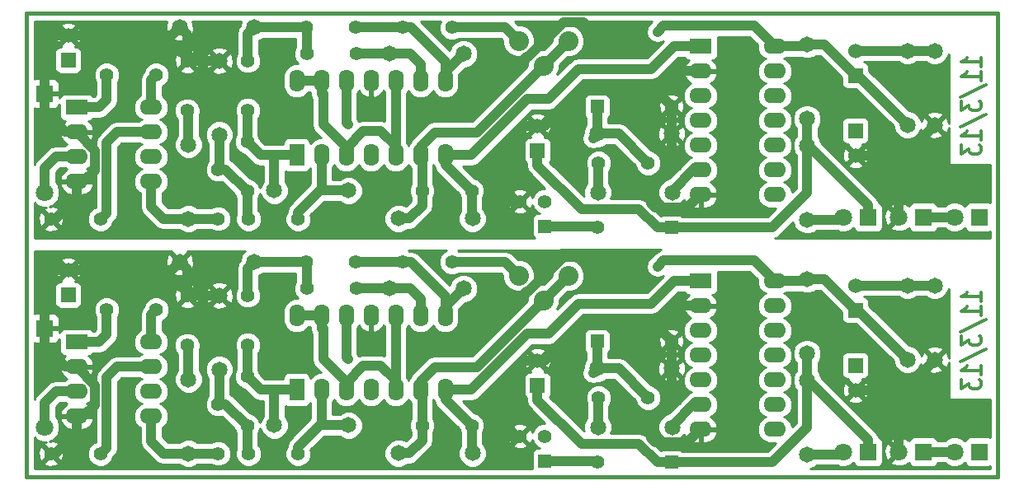
<source format=gbl>
G04 (created by PCBNEW-RS274X (2011-12-21 BZR 3253)-stable) date 15/03/2013 11:23:44*
G01*
G70*
G90*
%MOIN*%
G04 Gerber Fmt 3.4, Leading zero omitted, Abs format*
%FSLAX34Y34*%
G04 APERTURE LIST*
%ADD10C,0.006000*%
%ADD11C,0.015000*%
%ADD12C,0.012000*%
%ADD13R,0.070900X0.070900*%
%ADD14C,0.070900*%
%ADD15R,0.090000X0.062000*%
%ADD16O,0.090000X0.062000*%
%ADD17C,0.080000*%
%ADD18C,0.065000*%
%ADD19R,0.062000X0.090000*%
%ADD20O,0.062000X0.090000*%
%ADD21R,0.055000X0.055000*%
%ADD22C,0.055000*%
%ADD23R,0.060000X0.060000*%
%ADD24C,0.060000*%
%ADD25C,0.035000*%
%ADD26C,0.040000*%
%ADD27C,0.010000*%
G04 APERTURE END LIST*
G54D10*
G54D11*
X10500Y-08250D02*
X10750Y-08250D01*
X10500Y-27000D02*
X10500Y-08250D01*
X49750Y-27000D02*
X10500Y-27000D01*
X49750Y-08250D02*
X49750Y-27000D01*
X10500Y-08250D02*
X49750Y-08250D01*
G54D12*
X49074Y-19901D02*
X49074Y-19558D01*
X49074Y-19730D02*
X48274Y-19730D01*
X48388Y-19673D01*
X48464Y-19615D01*
X48502Y-19558D01*
X49074Y-20472D02*
X49074Y-20129D01*
X49074Y-20301D02*
X48274Y-20301D01*
X48388Y-20244D01*
X48464Y-20186D01*
X48502Y-20129D01*
X48236Y-21157D02*
X49264Y-20643D01*
X48274Y-21301D02*
X48274Y-21672D01*
X48579Y-21472D01*
X48579Y-21558D01*
X48617Y-21615D01*
X48655Y-21644D01*
X48731Y-21672D01*
X48921Y-21672D01*
X48998Y-21644D01*
X49036Y-21615D01*
X49074Y-21558D01*
X49074Y-21386D01*
X49036Y-21329D01*
X48998Y-21301D01*
X48236Y-22357D02*
X49264Y-21843D01*
X49074Y-22872D02*
X49074Y-22529D01*
X49074Y-22701D02*
X48274Y-22701D01*
X48388Y-22644D01*
X48464Y-22586D01*
X48502Y-22529D01*
X48274Y-23072D02*
X48274Y-23443D01*
X48579Y-23243D01*
X48579Y-23329D01*
X48617Y-23386D01*
X48655Y-23415D01*
X48731Y-23443D01*
X48921Y-23443D01*
X48998Y-23415D01*
X49036Y-23386D01*
X49074Y-23329D01*
X49074Y-23157D01*
X49036Y-23100D01*
X48998Y-23072D01*
X49074Y-10401D02*
X49074Y-10058D01*
X49074Y-10230D02*
X48274Y-10230D01*
X48388Y-10173D01*
X48464Y-10115D01*
X48502Y-10058D01*
X49074Y-10972D02*
X49074Y-10629D01*
X49074Y-10801D02*
X48274Y-10801D01*
X48388Y-10744D01*
X48464Y-10686D01*
X48502Y-10629D01*
X48236Y-11657D02*
X49264Y-11143D01*
X48274Y-11801D02*
X48274Y-12172D01*
X48579Y-11972D01*
X48579Y-12058D01*
X48617Y-12115D01*
X48655Y-12144D01*
X48731Y-12172D01*
X48921Y-12172D01*
X48998Y-12144D01*
X49036Y-12115D01*
X49074Y-12058D01*
X49074Y-11886D01*
X49036Y-11829D01*
X48998Y-11801D01*
X48236Y-12857D02*
X49264Y-12343D01*
X49074Y-13372D02*
X49074Y-13029D01*
X49074Y-13201D02*
X48274Y-13201D01*
X48388Y-13144D01*
X48464Y-13086D01*
X48502Y-13029D01*
X48274Y-13572D02*
X48274Y-13943D01*
X48579Y-13743D01*
X48579Y-13829D01*
X48617Y-13886D01*
X48655Y-13915D01*
X48731Y-13943D01*
X48921Y-13943D01*
X48998Y-13915D01*
X49036Y-13886D01*
X49074Y-13829D01*
X49074Y-13657D01*
X49036Y-13600D01*
X48998Y-13572D01*
G54D13*
X49000Y-26000D03*
G54D14*
X48000Y-26000D03*
G54D13*
X46750Y-26000D03*
G54D14*
X45750Y-26000D03*
G54D15*
X37740Y-19090D03*
G54D16*
X37740Y-20090D03*
X37740Y-21090D03*
X37740Y-22090D03*
X37740Y-23090D03*
X37740Y-24090D03*
X37740Y-25090D03*
X40740Y-25090D03*
X40740Y-24090D03*
X40740Y-23090D03*
X40740Y-22090D03*
X40740Y-21090D03*
X40740Y-20090D03*
X40740Y-19090D03*
G54D17*
X32400Y-18870D03*
X31400Y-19870D03*
X30400Y-18870D03*
G54D18*
X33590Y-25000D03*
X36590Y-25000D03*
X33570Y-22630D03*
X36570Y-22630D03*
X42040Y-23110D03*
X42040Y-26110D03*
X42040Y-19020D03*
X42040Y-22020D03*
X47200Y-19270D03*
X47200Y-22270D03*
X46100Y-22270D03*
X46100Y-19270D03*
X28530Y-26060D03*
X25530Y-26060D03*
X28170Y-19390D03*
X25170Y-19390D03*
X19700Y-18320D03*
X16700Y-18320D03*
X20520Y-24930D03*
X23520Y-24930D03*
X18300Y-22670D03*
X18300Y-19670D03*
X17050Y-26070D03*
X17050Y-23070D03*
G54D15*
X12540Y-21560D03*
G54D16*
X12540Y-22560D03*
X12540Y-23560D03*
X12540Y-24560D03*
X15540Y-24560D03*
X15540Y-23560D03*
X15540Y-22560D03*
X15540Y-21560D03*
G54D19*
X21430Y-23490D03*
G54D20*
X22430Y-23490D03*
X23430Y-23490D03*
X24430Y-23490D03*
X25430Y-23490D03*
X26430Y-23490D03*
X27430Y-23490D03*
X27430Y-20490D03*
X26430Y-20490D03*
X25430Y-20490D03*
X24430Y-20490D03*
X23430Y-20490D03*
X22430Y-20490D03*
X21430Y-20490D03*
G54D21*
X36560Y-26430D03*
G54D22*
X33560Y-26430D03*
G54D21*
X33570Y-21530D03*
G54D22*
X36570Y-21530D03*
X33620Y-23810D03*
X35620Y-23810D03*
X26490Y-24940D03*
X28490Y-24940D03*
X27700Y-18320D03*
X25700Y-18320D03*
X19450Y-19670D03*
X19450Y-21670D03*
X23830Y-19390D03*
X21830Y-19390D03*
X23810Y-18320D03*
X21810Y-18320D03*
X19430Y-22950D03*
X19430Y-24950D03*
X15750Y-20250D03*
X13750Y-20250D03*
X21480Y-26080D03*
X19480Y-26080D03*
X18250Y-26070D03*
X18250Y-24070D03*
X17000Y-21690D03*
X17000Y-19690D03*
X13500Y-26080D03*
X11500Y-26080D03*
G54D23*
X31150Y-23320D03*
G54D24*
X31150Y-22320D03*
G54D23*
X12200Y-19650D03*
G54D24*
X12200Y-18650D03*
G54D23*
X44000Y-20270D03*
G54D24*
X44000Y-19270D03*
G54D23*
X44000Y-22500D03*
G54D24*
X44000Y-23500D03*
G54D21*
X31450Y-26370D03*
G54D22*
X31450Y-25370D03*
X30450Y-25370D03*
G54D13*
X44500Y-26000D03*
G54D14*
X43500Y-26000D03*
G54D13*
X11250Y-21000D03*
G54D14*
X11250Y-25000D03*
G54D13*
X11250Y-11500D03*
G54D14*
X11250Y-15500D03*
G54D13*
X44500Y-16500D03*
G54D14*
X43500Y-16500D03*
G54D21*
X31450Y-16870D03*
G54D22*
X31450Y-15870D03*
X30450Y-15870D03*
G54D23*
X44000Y-13000D03*
G54D24*
X44000Y-14000D03*
G54D23*
X44000Y-10770D03*
G54D24*
X44000Y-09770D03*
G54D23*
X12200Y-10150D03*
G54D24*
X12200Y-09150D03*
G54D23*
X31150Y-13820D03*
G54D24*
X31150Y-12820D03*
G54D22*
X13500Y-16580D03*
X11500Y-16580D03*
X17000Y-12190D03*
X17000Y-10190D03*
X18250Y-16570D03*
X18250Y-14570D03*
X21480Y-16580D03*
X19480Y-16580D03*
X15750Y-10750D03*
X13750Y-10750D03*
X19430Y-13450D03*
X19430Y-15450D03*
X23810Y-08820D03*
X21810Y-08820D03*
X23830Y-09890D03*
X21830Y-09890D03*
X19450Y-10170D03*
X19450Y-12170D03*
X27700Y-08820D03*
X25700Y-08820D03*
X26490Y-15440D03*
X28490Y-15440D03*
X33620Y-14310D03*
X35620Y-14310D03*
G54D21*
X33570Y-12030D03*
G54D22*
X36570Y-12030D03*
G54D21*
X36560Y-16930D03*
G54D22*
X33560Y-16930D03*
G54D19*
X21430Y-13990D03*
G54D20*
X22430Y-13990D03*
X23430Y-13990D03*
X24430Y-13990D03*
X25430Y-13990D03*
X26430Y-13990D03*
X27430Y-13990D03*
X27430Y-10990D03*
X26430Y-10990D03*
X25430Y-10990D03*
X24430Y-10990D03*
X23430Y-10990D03*
X22430Y-10990D03*
X21430Y-10990D03*
G54D15*
X12540Y-12060D03*
G54D16*
X12540Y-13060D03*
X12540Y-14060D03*
X12540Y-15060D03*
X15540Y-15060D03*
X15540Y-14060D03*
X15540Y-13060D03*
X15540Y-12060D03*
G54D18*
X17050Y-16570D03*
X17050Y-13570D03*
X18300Y-13170D03*
X18300Y-10170D03*
X20520Y-15430D03*
X23520Y-15430D03*
X19700Y-08820D03*
X16700Y-08820D03*
X28170Y-09890D03*
X25170Y-09890D03*
X28530Y-16560D03*
X25530Y-16560D03*
X46100Y-12770D03*
X46100Y-09770D03*
X47200Y-09770D03*
X47200Y-12770D03*
X42040Y-09520D03*
X42040Y-12520D03*
X42040Y-13610D03*
X42040Y-16610D03*
X33570Y-13130D03*
X36570Y-13130D03*
X33590Y-15500D03*
X36590Y-15500D03*
G54D17*
X32400Y-09370D03*
X31400Y-10370D03*
X30400Y-09370D03*
G54D15*
X37740Y-09590D03*
G54D16*
X37740Y-10590D03*
X37740Y-11590D03*
X37740Y-12590D03*
X37740Y-13590D03*
X37740Y-14590D03*
X37740Y-15590D03*
X40740Y-15590D03*
X40740Y-14590D03*
X40740Y-13590D03*
X40740Y-12590D03*
X40740Y-11590D03*
X40740Y-10590D03*
X40740Y-09590D03*
G54D13*
X46750Y-16500D03*
G54D14*
X45750Y-16500D03*
G54D13*
X49000Y-16500D03*
G54D14*
X48000Y-16500D03*
G54D25*
X36000Y-09000D03*
X36000Y-18500D03*
X35500Y-19250D03*
X29000Y-11750D03*
X29000Y-21250D03*
X35500Y-09750D03*
X23500Y-22250D03*
X23500Y-12750D03*
G54D26*
X44000Y-20270D02*
X44100Y-20270D01*
X42750Y-19020D02*
X44000Y-20270D01*
X42040Y-19020D02*
X42750Y-19020D01*
X40740Y-19090D02*
X41970Y-19090D01*
X41970Y-19090D02*
X42040Y-19020D01*
X44100Y-10770D02*
X46100Y-12770D01*
X44000Y-10770D02*
X44100Y-10770D01*
X42750Y-09520D02*
X44000Y-10770D01*
X42040Y-09520D02*
X42750Y-09520D01*
X40740Y-09590D02*
X41970Y-09590D01*
X41970Y-09590D02*
X42040Y-09520D01*
X36000Y-09000D02*
X36250Y-08750D01*
X36250Y-08750D02*
X39900Y-08750D01*
X39900Y-08750D02*
X40740Y-09590D01*
X39900Y-18250D02*
X40740Y-19090D01*
X36250Y-18250D02*
X39900Y-18250D01*
X44100Y-20270D02*
X46100Y-22270D01*
X36000Y-18500D02*
X36250Y-18250D01*
X12540Y-15710D02*
X12540Y-15060D01*
X12060Y-13060D02*
X11250Y-12250D01*
X12540Y-13060D02*
X12060Y-13060D01*
X35740Y-15950D02*
X35920Y-16130D01*
X37200Y-16130D02*
X37740Y-15590D01*
X35880Y-11190D02*
X36130Y-11190D01*
X11250Y-09600D02*
X11700Y-09150D01*
X11700Y-09150D02*
X12200Y-09150D01*
X11250Y-11500D02*
X11250Y-09600D01*
X44000Y-14000D02*
X45970Y-14000D01*
X13280Y-13800D02*
X12540Y-13060D01*
X31150Y-12820D02*
X31450Y-12820D01*
X36570Y-13130D02*
X36570Y-12030D01*
X30090Y-25370D02*
X29720Y-25000D01*
X30580Y-12820D02*
X31150Y-12820D01*
X44000Y-23500D02*
X45750Y-23500D01*
X29720Y-25000D02*
X29720Y-23180D01*
X12540Y-24560D02*
X12820Y-24560D01*
X11250Y-12250D02*
X11250Y-11500D01*
X36570Y-22630D02*
X36570Y-23942D01*
X34150Y-09750D02*
X33000Y-08600D01*
X24430Y-11130D02*
X24430Y-10990D01*
X31450Y-12820D02*
X33080Y-11190D01*
X13280Y-14600D02*
X13280Y-13800D01*
X45750Y-16500D02*
X45750Y-14000D01*
X33080Y-11190D02*
X35490Y-11190D01*
X17000Y-09120D02*
X16700Y-08820D01*
X35490Y-11190D02*
X35880Y-11190D01*
X33000Y-08600D02*
X32210Y-08600D01*
X16370Y-09150D02*
X16700Y-08820D01*
X12200Y-09150D02*
X16370Y-09150D01*
X35730Y-11190D02*
X36570Y-12030D01*
X35500Y-09750D02*
X34150Y-09750D01*
X12820Y-15060D02*
X13280Y-14600D01*
X30720Y-10030D02*
X30780Y-10030D01*
X29000Y-11750D02*
X30720Y-10030D01*
X17020Y-10170D02*
X17000Y-10190D01*
X18300Y-10170D02*
X17020Y-10170D01*
X11670Y-16580D02*
X12540Y-15710D01*
X30450Y-15870D02*
X30090Y-15870D01*
X36570Y-14442D02*
X35740Y-15272D01*
X11500Y-16580D02*
X11670Y-16580D01*
X36730Y-10590D02*
X37740Y-10590D01*
X36130Y-11190D02*
X36730Y-10590D01*
X29720Y-13680D02*
X30580Y-12820D01*
X29720Y-15500D02*
X29720Y-13680D01*
X17000Y-10190D02*
X17000Y-09120D01*
X33000Y-18100D02*
X32210Y-18100D01*
X35490Y-20690D02*
X35880Y-20690D01*
X17000Y-18620D02*
X16700Y-18320D01*
X17000Y-19690D02*
X17000Y-18620D01*
X33080Y-20690D02*
X35490Y-20690D01*
X45750Y-26000D02*
X45750Y-23500D01*
X35500Y-19250D02*
X34150Y-19250D01*
X30720Y-19530D02*
X30780Y-19530D01*
X24430Y-20630D02*
X24430Y-20490D01*
X31450Y-22320D02*
X33080Y-20690D01*
X11250Y-21750D02*
X11250Y-21000D01*
X16370Y-18650D02*
X16700Y-18320D01*
X11670Y-26080D02*
X12540Y-25210D01*
X17020Y-19670D02*
X17000Y-19690D01*
X29000Y-21250D02*
X30720Y-19530D01*
X12820Y-24560D02*
X13280Y-24100D01*
X13280Y-24100D02*
X13280Y-23300D01*
X35730Y-20690D02*
X36570Y-21530D01*
X12200Y-18650D02*
X16370Y-18650D01*
X11250Y-21000D02*
X11250Y-19100D01*
X11700Y-18650D02*
X12200Y-18650D01*
X36570Y-23942D02*
X35740Y-24772D01*
X36570Y-22630D02*
X36570Y-21530D01*
X18300Y-19670D02*
X17020Y-19670D01*
X11500Y-26080D02*
X11670Y-26080D01*
X36730Y-20090D02*
X37740Y-20090D01*
X44000Y-23500D02*
X45970Y-23500D01*
X36130Y-20690D02*
X36730Y-20090D01*
X29720Y-23180D02*
X30580Y-22320D01*
X30450Y-25370D02*
X30090Y-25370D01*
X35740Y-25450D02*
X35920Y-25630D01*
X31150Y-22320D02*
X31450Y-22320D01*
X13280Y-23300D02*
X12540Y-22560D01*
X30580Y-22320D02*
X31150Y-22320D01*
X35920Y-16130D02*
X37200Y-16130D01*
X45970Y-23500D02*
X47200Y-22270D01*
X44000Y-14000D02*
X45750Y-14000D01*
X30090Y-15870D02*
X29720Y-15500D01*
X35740Y-15272D02*
X35740Y-15950D01*
X35490Y-11190D02*
X35730Y-11190D01*
X32210Y-08600D02*
X30780Y-10030D01*
X11250Y-19100D02*
X11700Y-18650D01*
X37200Y-25630D02*
X37740Y-25090D01*
X35920Y-25630D02*
X37200Y-25630D01*
X32210Y-18100D02*
X30780Y-19530D01*
X35490Y-20690D02*
X35730Y-20690D01*
X35740Y-24772D02*
X35740Y-25450D01*
X35880Y-20690D02*
X36130Y-20690D01*
X12060Y-22560D02*
X11250Y-21750D01*
X12540Y-22560D02*
X12060Y-22560D01*
X12540Y-25210D02*
X12540Y-24560D01*
X34150Y-19250D02*
X33000Y-18100D01*
X45970Y-14000D02*
X47200Y-12770D01*
X12540Y-15060D02*
X12820Y-15060D01*
X36570Y-13130D02*
X36570Y-14442D01*
X22430Y-20490D02*
X22430Y-21000D01*
X23430Y-13710D02*
X24120Y-13020D01*
X24120Y-13020D02*
X24820Y-13020D01*
X21430Y-10990D02*
X22430Y-10990D01*
X24820Y-13020D02*
X25430Y-13630D01*
X22430Y-10990D02*
X22430Y-11500D01*
X25430Y-23490D02*
X25430Y-21570D01*
X22500Y-21000D02*
X22430Y-21000D01*
X22500Y-22250D02*
X22500Y-21000D01*
X23430Y-23180D02*
X22500Y-22250D01*
X25430Y-21570D02*
X25430Y-20490D01*
X25430Y-23130D02*
X25430Y-23490D01*
X23430Y-23490D02*
X23430Y-23210D01*
X23430Y-23210D02*
X24120Y-22520D01*
X25430Y-13990D02*
X25430Y-12070D01*
X22500Y-11500D02*
X22430Y-11500D01*
X22500Y-12750D02*
X22500Y-11500D01*
X23430Y-13680D02*
X22500Y-12750D01*
X25430Y-12070D02*
X25430Y-10990D01*
X23430Y-13990D02*
X23430Y-13680D01*
X25430Y-13630D02*
X25430Y-13990D01*
X23430Y-23490D02*
X23430Y-23180D01*
X24820Y-22520D02*
X25430Y-23130D01*
X23430Y-13990D02*
X23430Y-13710D01*
X21430Y-20490D02*
X22430Y-20490D01*
X24120Y-22520D02*
X24820Y-22520D01*
G54D11*
X33390Y-22810D02*
X33570Y-22630D01*
G54D26*
X34440Y-13130D02*
X35620Y-14310D01*
X33390Y-13310D02*
X33570Y-13130D01*
G54D11*
X33390Y-13310D02*
X33570Y-13130D01*
G54D26*
X33570Y-12030D02*
X33570Y-13130D01*
X33570Y-13130D02*
X34440Y-13130D01*
X33390Y-22810D02*
X33570Y-22630D01*
X33570Y-21530D02*
X33570Y-22630D01*
X33570Y-22630D02*
X34440Y-22630D01*
X34440Y-22630D02*
X35620Y-23810D01*
X36590Y-15500D02*
X36590Y-15450D01*
X36590Y-24950D02*
X37450Y-24090D01*
X36590Y-15450D02*
X37450Y-14590D01*
X36590Y-25000D02*
X36590Y-24950D01*
X37450Y-24090D02*
X37740Y-24090D01*
X37450Y-14590D02*
X37740Y-14590D01*
X46750Y-26000D02*
X48000Y-26000D01*
X46750Y-16500D02*
X48000Y-16500D01*
X36660Y-09590D02*
X35750Y-10500D01*
X35750Y-10500D02*
X32820Y-10500D01*
X30750Y-11720D02*
X31600Y-11720D01*
X30750Y-21220D02*
X31600Y-21220D01*
X35750Y-20000D02*
X32820Y-20000D01*
X36660Y-19090D02*
X35750Y-20000D01*
X27430Y-23490D02*
X28480Y-23490D01*
X28480Y-23490D02*
X30750Y-21220D01*
X27430Y-23880D02*
X28490Y-24940D01*
X27430Y-23490D02*
X27430Y-23880D01*
X28490Y-26020D02*
X28530Y-26060D01*
X37740Y-19090D02*
X36660Y-19090D01*
X27430Y-14380D02*
X28490Y-15440D01*
X27430Y-13990D02*
X27430Y-14380D01*
X28490Y-16520D02*
X28530Y-16560D01*
X37740Y-09590D02*
X36660Y-09590D01*
X28490Y-15440D02*
X28490Y-16520D01*
X31600Y-11720D02*
X32820Y-10500D01*
X28490Y-24940D02*
X28490Y-26020D01*
X31600Y-21220D02*
X32820Y-20000D01*
X27430Y-13990D02*
X28480Y-13990D01*
X28480Y-13990D02*
X30750Y-11720D01*
X28700Y-13070D02*
X31400Y-10370D01*
X26490Y-23550D02*
X26430Y-23490D01*
X26430Y-23490D02*
X26430Y-23140D01*
X27000Y-22570D02*
X28700Y-22570D01*
X26430Y-23140D02*
X27000Y-22570D01*
X26490Y-25540D02*
X26490Y-24940D01*
X25970Y-26060D02*
X26490Y-25540D01*
X26490Y-24940D02*
X26490Y-23550D01*
X28700Y-22570D02*
X31400Y-19870D01*
X25530Y-26060D02*
X25970Y-26060D01*
X31400Y-19870D02*
X32400Y-18870D01*
X31400Y-10370D02*
X32400Y-09370D01*
X25530Y-16560D02*
X25970Y-16560D01*
X26490Y-14050D02*
X26430Y-13990D01*
X26430Y-13990D02*
X26430Y-13640D01*
X27000Y-13070D02*
X28700Y-13070D01*
X26430Y-13640D02*
X27000Y-13070D01*
X26490Y-16040D02*
X26490Y-15440D01*
X25970Y-16560D02*
X26490Y-16040D01*
X26490Y-15440D02*
X26490Y-14050D01*
X27700Y-08820D02*
X29850Y-08820D01*
X29850Y-08820D02*
X30400Y-09370D01*
X29850Y-18320D02*
X30400Y-18870D01*
X27700Y-18320D02*
X29850Y-18320D01*
X27430Y-20130D02*
X28170Y-19390D01*
X23810Y-18320D02*
X25700Y-18320D01*
X27430Y-10630D02*
X28170Y-09890D01*
X25700Y-18320D02*
X26040Y-18320D01*
X23810Y-08820D02*
X25700Y-08820D01*
X27430Y-10990D02*
X27430Y-10630D01*
X27430Y-20490D02*
X27430Y-20130D01*
X26040Y-08820D02*
X27430Y-10210D01*
X27430Y-10210D02*
X27430Y-10990D01*
X25700Y-08820D02*
X26040Y-08820D01*
X26040Y-18320D02*
X27430Y-19710D01*
X27430Y-19710D02*
X27430Y-20490D01*
X19700Y-08820D02*
X21810Y-08820D01*
X19450Y-09070D02*
X19700Y-08820D01*
X21830Y-09890D02*
X21830Y-08840D01*
X21830Y-08840D02*
X21810Y-08820D01*
X19450Y-10170D02*
X19450Y-09070D01*
X19700Y-18320D02*
X21810Y-18320D01*
X19450Y-18570D02*
X19700Y-18320D01*
X21830Y-19390D02*
X21830Y-18340D01*
X21830Y-18340D02*
X21810Y-18320D01*
X19450Y-19670D02*
X19450Y-18570D01*
X19430Y-15450D02*
X19430Y-16530D01*
X18300Y-22670D02*
X18300Y-24020D01*
X19430Y-16530D02*
X19480Y-16580D01*
X18550Y-24070D02*
X19430Y-24950D01*
X19430Y-26030D02*
X19480Y-26080D01*
X19430Y-24950D02*
X19430Y-26030D01*
X18550Y-14570D02*
X19430Y-15450D01*
X18300Y-14520D02*
X18250Y-14570D01*
X18250Y-14570D02*
X18550Y-14570D01*
X18250Y-24070D02*
X18550Y-24070D01*
X18300Y-24020D02*
X18250Y-24070D01*
X18300Y-13170D02*
X18300Y-14520D01*
X17050Y-26070D02*
X18250Y-26070D01*
X15540Y-24560D02*
X15540Y-25570D01*
X15540Y-25570D02*
X16040Y-26070D01*
X16040Y-26070D02*
X17050Y-26070D01*
X16040Y-16570D02*
X17050Y-16570D01*
X15540Y-15060D02*
X15540Y-16070D01*
X17050Y-16570D02*
X18250Y-16570D01*
X15540Y-16070D02*
X16040Y-16570D01*
X15540Y-22560D02*
X14170Y-22560D01*
X14170Y-22560D02*
X13742Y-22988D01*
X13742Y-22988D02*
X13742Y-25838D01*
X13742Y-25838D02*
X13500Y-26080D01*
X13742Y-16338D02*
X13500Y-16580D01*
X15540Y-13060D02*
X14170Y-13060D01*
X13742Y-13488D02*
X13742Y-16338D01*
X14170Y-13060D02*
X13742Y-13488D01*
X15540Y-10960D02*
X15750Y-10750D01*
X15540Y-12060D02*
X15540Y-10960D01*
X15540Y-21560D02*
X15540Y-20460D01*
X15540Y-20460D02*
X15750Y-20250D01*
X11250Y-15500D02*
X11250Y-14500D01*
X11250Y-24000D02*
X11690Y-23560D01*
X11690Y-14060D02*
X12540Y-14060D01*
X11250Y-25000D02*
X11250Y-24000D01*
X11690Y-23560D02*
X12540Y-23560D01*
X11250Y-14500D02*
X11690Y-14060D01*
X13750Y-11750D02*
X13750Y-10750D01*
X12540Y-12060D02*
X13440Y-12060D01*
X12540Y-21560D02*
X13440Y-21560D01*
X13750Y-21250D02*
X13750Y-20250D01*
X13440Y-21560D02*
X13750Y-21250D01*
X13440Y-12060D02*
X13750Y-11750D01*
X17050Y-23070D02*
X17050Y-21740D01*
X17050Y-21740D02*
X17000Y-21690D01*
X17050Y-13570D02*
X17050Y-12240D01*
X17050Y-12240D02*
X17000Y-12190D01*
X23520Y-24930D02*
X22510Y-24930D01*
X22430Y-24850D02*
X22430Y-23490D01*
X22510Y-24930D02*
X22430Y-24850D01*
X21480Y-26080D02*
X21480Y-25800D01*
X21480Y-25800D02*
X22430Y-24850D01*
X22510Y-15430D02*
X22430Y-15350D01*
X21480Y-16580D02*
X21480Y-16300D01*
X21480Y-16300D02*
X22430Y-15350D01*
X22430Y-15350D02*
X22430Y-13990D01*
X23520Y-15430D02*
X22510Y-15430D01*
X25170Y-19390D02*
X26000Y-19390D01*
X23830Y-19390D02*
X25170Y-19390D01*
X26000Y-19390D02*
X26430Y-19820D01*
X26000Y-09890D02*
X26430Y-10320D01*
X23830Y-09890D02*
X25170Y-09890D01*
X25170Y-09890D02*
X26000Y-09890D01*
X26430Y-10320D02*
X26430Y-10990D01*
X26430Y-19820D02*
X26430Y-20490D01*
X23430Y-20490D02*
X23430Y-22180D01*
X44000Y-19270D02*
X46100Y-19270D01*
X46100Y-19270D02*
X47200Y-19270D01*
X23430Y-22180D02*
X23500Y-22250D01*
X44000Y-09770D02*
X46100Y-09770D01*
X23430Y-10990D02*
X23430Y-12680D01*
X23430Y-12680D02*
X23500Y-12750D01*
X46100Y-09770D02*
X47200Y-09770D01*
X32930Y-25690D02*
X35250Y-25690D01*
X31150Y-23910D02*
X32930Y-25690D01*
X31150Y-23320D02*
X31150Y-23910D01*
X40630Y-26430D02*
X42040Y-25020D01*
X42040Y-24120D02*
X42040Y-23110D01*
X35250Y-25690D02*
X35990Y-26430D01*
X31150Y-13820D02*
X31150Y-14410D01*
X42040Y-23110D02*
X42040Y-22020D01*
X42110Y-23110D02*
X44500Y-25500D01*
X42040Y-23110D02*
X42110Y-23110D01*
X35990Y-26430D02*
X36560Y-26430D01*
X42040Y-25020D02*
X42040Y-24120D01*
X37100Y-26430D02*
X40630Y-26430D01*
X44500Y-25500D02*
X44500Y-26000D01*
X35990Y-16930D02*
X36560Y-16930D01*
X44500Y-16000D02*
X44500Y-16500D01*
X42040Y-13610D02*
X42110Y-13610D01*
X36560Y-26430D02*
X37100Y-26430D01*
X37100Y-16930D02*
X40630Y-16930D01*
X42040Y-15520D02*
X42040Y-14620D01*
X42110Y-13610D02*
X44500Y-16000D01*
X36560Y-16930D02*
X37100Y-16930D01*
X42040Y-13610D02*
X42040Y-12520D01*
X31150Y-14410D02*
X32930Y-16190D01*
X32930Y-16190D02*
X35250Y-16190D01*
X40630Y-16930D02*
X42040Y-15520D01*
X42040Y-14620D02*
X42040Y-13610D01*
X35250Y-16190D02*
X35990Y-16930D01*
X31450Y-26370D02*
X33500Y-26370D01*
X43390Y-26110D02*
X43500Y-26000D01*
X42040Y-26110D02*
X43390Y-26110D01*
X33500Y-26370D02*
X33560Y-26430D01*
X31450Y-16870D02*
X33500Y-16870D01*
X33500Y-16870D02*
X33560Y-16930D01*
X42040Y-16610D02*
X43390Y-16610D01*
X43390Y-16610D02*
X43500Y-16500D01*
X33590Y-15500D02*
X33590Y-14340D01*
X33590Y-14340D02*
X33620Y-14310D01*
X33590Y-25000D02*
X33590Y-23840D01*
X33590Y-23840D02*
X33620Y-23810D01*
X20520Y-23490D02*
X20480Y-23490D01*
X20480Y-23490D02*
X20480Y-23600D01*
X20520Y-15430D02*
X20520Y-13990D01*
X20520Y-24930D02*
X20520Y-23490D01*
X19430Y-22950D02*
X19430Y-21690D01*
X20480Y-23600D02*
X20480Y-23490D01*
X21430Y-23490D02*
X20480Y-23490D01*
X20480Y-23490D02*
X19970Y-23490D01*
X19970Y-23490D02*
X19430Y-22950D01*
X19430Y-12190D02*
X19450Y-12170D01*
X19430Y-21690D02*
X19450Y-21670D01*
X19430Y-13450D02*
X19430Y-12190D01*
X19970Y-13990D02*
X19430Y-13450D01*
X20480Y-13990D02*
X19970Y-13990D01*
X21430Y-13990D02*
X20480Y-13990D01*
X20480Y-14100D02*
X20480Y-13990D01*
X20480Y-13990D02*
X20480Y-14100D01*
X20520Y-13990D02*
X20480Y-13990D01*
G54D10*
G36*
X24980Y-12601D02*
X24820Y-12570D01*
X24120Y-12570D01*
X23948Y-12604D01*
X23923Y-12620D01*
X23915Y-12577D01*
X23880Y-12524D01*
X23880Y-11469D01*
X23895Y-11454D01*
X23928Y-11374D01*
X24048Y-11540D01*
X24234Y-11655D01*
X24293Y-11672D01*
X24380Y-11625D01*
X24380Y-11090D01*
X24380Y-11040D01*
X24380Y-10940D01*
X24480Y-10940D01*
X24480Y-11040D01*
X24480Y-11090D01*
X24480Y-11625D01*
X24567Y-11672D01*
X24626Y-11655D01*
X24812Y-11540D01*
X24931Y-11374D01*
X24965Y-11454D01*
X24980Y-11469D01*
X24980Y-12070D01*
X24980Y-12601D01*
X24980Y-12601D01*
G37*
G54D27*
X24980Y-12601D02*
X24820Y-12570D01*
X24120Y-12570D01*
X23948Y-12604D01*
X23923Y-12620D01*
X23915Y-12577D01*
X23880Y-12524D01*
X23880Y-11469D01*
X23895Y-11454D01*
X23928Y-11374D01*
X24048Y-11540D01*
X24234Y-11655D01*
X24293Y-11672D01*
X24380Y-11625D01*
X24380Y-11090D01*
X24380Y-11040D01*
X24380Y-10940D01*
X24480Y-10940D01*
X24480Y-11040D01*
X24480Y-11090D01*
X24480Y-11625D01*
X24567Y-11672D01*
X24626Y-11655D01*
X24812Y-11540D01*
X24931Y-11374D01*
X24965Y-11454D01*
X24980Y-11469D01*
X24980Y-12070D01*
X24980Y-12601D01*
G54D10*
G36*
X36247Y-09365D02*
X35563Y-10050D01*
X32820Y-10050D01*
X32675Y-10078D01*
X32647Y-10084D01*
X32502Y-10182D01*
X31952Y-10731D01*
X32049Y-10499D01*
X32049Y-10357D01*
X32387Y-10019D01*
X32529Y-10019D01*
X32768Y-09920D01*
X32950Y-09738D01*
X33049Y-09499D01*
X33049Y-09241D01*
X32950Y-09002D01*
X32768Y-08820D01*
X32529Y-08721D01*
X32271Y-08721D01*
X32032Y-08820D01*
X31850Y-09002D01*
X31751Y-09241D01*
X31751Y-09383D01*
X31413Y-09721D01*
X31271Y-09721D01*
X31032Y-09820D01*
X30850Y-10002D01*
X30751Y-10241D01*
X30751Y-10383D01*
X28514Y-12620D01*
X27000Y-12620D01*
X26827Y-12654D01*
X26682Y-12752D01*
X26112Y-13322D01*
X26014Y-13467D01*
X26011Y-13479D01*
X25965Y-13526D01*
X25930Y-13610D01*
X25895Y-13526D01*
X25880Y-13511D01*
X25880Y-12070D01*
X25880Y-11469D01*
X25895Y-11454D01*
X25930Y-11369D01*
X25965Y-11454D01*
X26119Y-11608D01*
X26321Y-11692D01*
X26539Y-11692D01*
X26741Y-11608D01*
X26895Y-11454D01*
X26930Y-11369D01*
X26965Y-11454D01*
X27119Y-11608D01*
X27321Y-11692D01*
X27539Y-11692D01*
X27741Y-11608D01*
X27895Y-11454D01*
X27979Y-11252D01*
X27979Y-11034D01*
X27979Y-10728D01*
X27975Y-10720D01*
X28231Y-10465D01*
X28284Y-10465D01*
X28495Y-10378D01*
X28657Y-10216D01*
X28745Y-10005D01*
X28745Y-09776D01*
X28658Y-09565D01*
X28496Y-09403D01*
X28285Y-09315D01*
X28056Y-09315D01*
X27845Y-09402D01*
X27683Y-09564D01*
X27605Y-09748D01*
X26431Y-08575D01*
X27233Y-08575D01*
X27175Y-08715D01*
X27175Y-08924D01*
X27255Y-09117D01*
X27402Y-09265D01*
X27595Y-09345D01*
X27804Y-09345D01*
X27984Y-09270D01*
X29663Y-09270D01*
X29751Y-09357D01*
X29751Y-09499D01*
X29850Y-09738D01*
X30032Y-09920D01*
X30271Y-10019D01*
X30529Y-10019D01*
X30768Y-09920D01*
X30950Y-09738D01*
X31049Y-09499D01*
X31049Y-09241D01*
X30950Y-09002D01*
X30768Y-08820D01*
X30529Y-08721D01*
X30387Y-08721D01*
X30241Y-08575D01*
X35788Y-08575D01*
X35682Y-08682D01*
X35584Y-08827D01*
X35550Y-09000D01*
X35584Y-09173D01*
X35682Y-09318D01*
X35827Y-09416D01*
X36000Y-09450D01*
X36173Y-09416D01*
X36247Y-09365D01*
X36247Y-09365D01*
G37*
G54D27*
X36247Y-09365D02*
X35563Y-10050D01*
X32820Y-10050D01*
X32675Y-10078D01*
X32647Y-10084D01*
X32502Y-10182D01*
X31952Y-10731D01*
X32049Y-10499D01*
X32049Y-10357D01*
X32387Y-10019D01*
X32529Y-10019D01*
X32768Y-09920D01*
X32950Y-09738D01*
X33049Y-09499D01*
X33049Y-09241D01*
X32950Y-09002D01*
X32768Y-08820D01*
X32529Y-08721D01*
X32271Y-08721D01*
X32032Y-08820D01*
X31850Y-09002D01*
X31751Y-09241D01*
X31751Y-09383D01*
X31413Y-09721D01*
X31271Y-09721D01*
X31032Y-09820D01*
X30850Y-10002D01*
X30751Y-10241D01*
X30751Y-10383D01*
X28514Y-12620D01*
X27000Y-12620D01*
X26827Y-12654D01*
X26682Y-12752D01*
X26112Y-13322D01*
X26014Y-13467D01*
X26011Y-13479D01*
X25965Y-13526D01*
X25930Y-13610D01*
X25895Y-13526D01*
X25880Y-13511D01*
X25880Y-12070D01*
X25880Y-11469D01*
X25895Y-11454D01*
X25930Y-11369D01*
X25965Y-11454D01*
X26119Y-11608D01*
X26321Y-11692D01*
X26539Y-11692D01*
X26741Y-11608D01*
X26895Y-11454D01*
X26930Y-11369D01*
X26965Y-11454D01*
X27119Y-11608D01*
X27321Y-11692D01*
X27539Y-11692D01*
X27741Y-11608D01*
X27895Y-11454D01*
X27979Y-11252D01*
X27979Y-11034D01*
X27979Y-10728D01*
X27975Y-10720D01*
X28231Y-10465D01*
X28284Y-10465D01*
X28495Y-10378D01*
X28657Y-10216D01*
X28745Y-10005D01*
X28745Y-09776D01*
X28658Y-09565D01*
X28496Y-09403D01*
X28285Y-09315D01*
X28056Y-09315D01*
X27845Y-09402D01*
X27683Y-09564D01*
X27605Y-09748D01*
X26431Y-08575D01*
X27233Y-08575D01*
X27175Y-08715D01*
X27175Y-08924D01*
X27255Y-09117D01*
X27402Y-09265D01*
X27595Y-09345D01*
X27804Y-09345D01*
X27984Y-09270D01*
X29663Y-09270D01*
X29751Y-09357D01*
X29751Y-09499D01*
X29850Y-09738D01*
X30032Y-09920D01*
X30271Y-10019D01*
X30529Y-10019D01*
X30768Y-09920D01*
X30950Y-09738D01*
X31049Y-09499D01*
X31049Y-09241D01*
X30950Y-09002D01*
X30768Y-08820D01*
X30529Y-08721D01*
X30387Y-08721D01*
X30241Y-08575D01*
X35788Y-08575D01*
X35682Y-08682D01*
X35584Y-08827D01*
X35550Y-09000D01*
X35584Y-09173D01*
X35682Y-09318D01*
X35827Y-09416D01*
X36000Y-09450D01*
X36173Y-09416D01*
X36247Y-09365D01*
G54D10*
G36*
X40785Y-16139D02*
X40444Y-16480D01*
X38442Y-16480D01*
X38442Y-14699D01*
X38442Y-14481D01*
X38358Y-14279D01*
X38204Y-14125D01*
X38119Y-14090D01*
X38204Y-14055D01*
X38358Y-13901D01*
X38442Y-13699D01*
X38442Y-13481D01*
X38358Y-13279D01*
X38204Y-13125D01*
X38119Y-13090D01*
X38204Y-13055D01*
X38358Y-12901D01*
X38442Y-12699D01*
X38442Y-12481D01*
X38358Y-12279D01*
X38204Y-12125D01*
X38119Y-12090D01*
X38204Y-12055D01*
X38358Y-11901D01*
X38442Y-11699D01*
X38442Y-11481D01*
X38358Y-11279D01*
X38204Y-11125D01*
X38124Y-11091D01*
X38290Y-10972D01*
X38405Y-10786D01*
X38422Y-10727D01*
X38375Y-10640D01*
X37840Y-10640D01*
X37790Y-10640D01*
X37690Y-10640D01*
X37640Y-10640D01*
X37105Y-10640D01*
X37058Y-10727D01*
X37075Y-10786D01*
X37190Y-10972D01*
X37355Y-11091D01*
X37276Y-11125D01*
X37122Y-11279D01*
X37038Y-11481D01*
X37038Y-11699D01*
X37122Y-11901D01*
X37276Y-12055D01*
X37360Y-12090D01*
X37276Y-12125D01*
X37122Y-12279D01*
X37089Y-12358D01*
X37089Y-12104D01*
X37078Y-11900D01*
X37022Y-11763D01*
X36931Y-11740D01*
X36860Y-11811D01*
X36860Y-11669D01*
X36837Y-11578D01*
X36644Y-11511D01*
X36440Y-11522D01*
X36303Y-11578D01*
X36280Y-11669D01*
X36570Y-11959D01*
X36860Y-11669D01*
X36860Y-11811D01*
X36641Y-12030D01*
X36931Y-12320D01*
X37022Y-12297D01*
X37089Y-12104D01*
X37089Y-12358D01*
X37038Y-12481D01*
X37038Y-12699D01*
X37122Y-12901D01*
X37276Y-13055D01*
X37360Y-13090D01*
X37276Y-13125D01*
X37122Y-13279D01*
X37069Y-13406D01*
X37138Y-13214D01*
X37126Y-12991D01*
X37062Y-12834D01*
X36966Y-12805D01*
X36895Y-12876D01*
X36895Y-12734D01*
X36866Y-12638D01*
X36860Y-12635D01*
X36860Y-12391D01*
X36570Y-12101D01*
X36499Y-12172D01*
X36499Y-12030D01*
X36209Y-11740D01*
X36118Y-11763D01*
X36051Y-11956D01*
X36062Y-12160D01*
X36118Y-12297D01*
X36209Y-12320D01*
X36499Y-12030D01*
X36499Y-12172D01*
X36280Y-12391D01*
X36303Y-12482D01*
X36496Y-12549D01*
X36700Y-12538D01*
X36837Y-12482D01*
X36860Y-12391D01*
X36860Y-12635D01*
X36654Y-12562D01*
X36431Y-12574D01*
X36274Y-12638D01*
X36245Y-12734D01*
X36570Y-13059D01*
X36895Y-12734D01*
X36895Y-12876D01*
X36641Y-13130D01*
X36966Y-13455D01*
X37060Y-13426D01*
X37038Y-13481D01*
X37038Y-13699D01*
X37122Y-13901D01*
X37276Y-14055D01*
X37360Y-14090D01*
X37276Y-14125D01*
X37122Y-14279D01*
X37119Y-14284D01*
X36895Y-14508D01*
X36895Y-13526D01*
X36570Y-13201D01*
X36499Y-13272D01*
X36499Y-13130D01*
X36174Y-12805D01*
X36078Y-12834D01*
X36002Y-13046D01*
X36014Y-13269D01*
X36078Y-13426D01*
X36174Y-13455D01*
X36499Y-13130D01*
X36499Y-13272D01*
X36245Y-13526D01*
X36274Y-13622D01*
X36486Y-13698D01*
X36709Y-13686D01*
X36866Y-13622D01*
X36895Y-13526D01*
X36895Y-14508D01*
X36479Y-14925D01*
X36476Y-14925D01*
X36265Y-15012D01*
X36145Y-15132D01*
X36145Y-14415D01*
X36145Y-14206D01*
X36065Y-14013D01*
X35918Y-13865D01*
X35736Y-13789D01*
X34758Y-12812D01*
X34613Y-12714D01*
X34440Y-12680D01*
X34020Y-12680D01*
X34020Y-12482D01*
X34056Y-12446D01*
X34094Y-12355D01*
X34094Y-12256D01*
X34094Y-11706D01*
X34056Y-11614D01*
X33986Y-11544D01*
X33895Y-11506D01*
X33796Y-11506D01*
X33246Y-11506D01*
X33154Y-11544D01*
X33084Y-11614D01*
X33046Y-11705D01*
X33046Y-11804D01*
X33046Y-12354D01*
X33084Y-12446D01*
X33120Y-12482D01*
X33120Y-12767D01*
X33083Y-12804D01*
X32995Y-13015D01*
X32995Y-13105D01*
X32974Y-13137D01*
X32940Y-13310D01*
X32974Y-13483D01*
X33072Y-13628D01*
X33217Y-13726D01*
X33390Y-13760D01*
X33563Y-13726D01*
X33594Y-13705D01*
X33684Y-13705D01*
X33895Y-13618D01*
X33933Y-13580D01*
X34253Y-13580D01*
X35100Y-14427D01*
X35175Y-14607D01*
X35322Y-14755D01*
X35515Y-14835D01*
X35724Y-14835D01*
X35917Y-14755D01*
X36065Y-14608D01*
X36145Y-14415D01*
X36145Y-15132D01*
X36103Y-15174D01*
X36015Y-15385D01*
X36015Y-15614D01*
X36102Y-15825D01*
X36264Y-15987D01*
X36475Y-16075D01*
X36704Y-16075D01*
X36915Y-15988D01*
X37077Y-15826D01*
X37086Y-15804D01*
X37190Y-15972D01*
X37367Y-16100D01*
X37580Y-16150D01*
X37690Y-16150D01*
X37690Y-15690D01*
X37690Y-15640D01*
X37690Y-15540D01*
X37790Y-15540D01*
X37840Y-15540D01*
X38375Y-15540D01*
X38422Y-15453D01*
X38405Y-15394D01*
X38290Y-15208D01*
X38124Y-15088D01*
X38204Y-15055D01*
X38358Y-14901D01*
X38442Y-14699D01*
X38442Y-16480D01*
X38422Y-16480D01*
X38422Y-15727D01*
X38375Y-15640D01*
X37790Y-15640D01*
X37790Y-16150D01*
X37900Y-16150D01*
X38113Y-16100D01*
X38290Y-15972D01*
X38405Y-15786D01*
X38422Y-15727D01*
X38422Y-16480D01*
X37100Y-16480D01*
X37012Y-16480D01*
X36976Y-16444D01*
X36885Y-16406D01*
X36786Y-16406D01*
X36236Y-16406D01*
X36144Y-16444D01*
X36142Y-16445D01*
X35568Y-15872D01*
X35423Y-15774D01*
X35250Y-15740D01*
X34112Y-15740D01*
X34165Y-15615D01*
X34165Y-15386D01*
X34078Y-15175D01*
X34040Y-15137D01*
X34040Y-14632D01*
X34065Y-14608D01*
X34145Y-14415D01*
X34145Y-14206D01*
X34065Y-14013D01*
X33918Y-13865D01*
X33725Y-13785D01*
X33516Y-13785D01*
X33323Y-13865D01*
X33175Y-14012D01*
X33095Y-14205D01*
X33095Y-14414D01*
X33140Y-14522D01*
X33140Y-15137D01*
X33103Y-15174D01*
X33015Y-15385D01*
X33015Y-15614D01*
X33032Y-15656D01*
X31649Y-14273D01*
X31661Y-14261D01*
X31699Y-14170D01*
X31699Y-14071D01*
X31699Y-13471D01*
X31693Y-13456D01*
X31693Y-12899D01*
X31682Y-12686D01*
X31622Y-12539D01*
X31528Y-12512D01*
X31458Y-12582D01*
X31458Y-12442D01*
X31431Y-12348D01*
X31229Y-12277D01*
X31016Y-12288D01*
X30869Y-12348D01*
X30842Y-12442D01*
X31150Y-12749D01*
X31458Y-12442D01*
X31458Y-12582D01*
X31221Y-12820D01*
X31528Y-13128D01*
X31622Y-13101D01*
X31693Y-12899D01*
X31693Y-13456D01*
X31661Y-13379D01*
X31591Y-13309D01*
X31500Y-13271D01*
X31437Y-13271D01*
X31458Y-13198D01*
X31150Y-12891D01*
X31079Y-12961D01*
X31079Y-12820D01*
X30772Y-12512D01*
X30678Y-12539D01*
X30607Y-12741D01*
X30618Y-12954D01*
X30678Y-13101D01*
X30772Y-13128D01*
X31079Y-12820D01*
X31079Y-12961D01*
X30842Y-13198D01*
X30862Y-13271D01*
X30801Y-13271D01*
X30709Y-13309D01*
X30639Y-13379D01*
X30601Y-13470D01*
X30601Y-13569D01*
X30601Y-14169D01*
X30639Y-14261D01*
X30700Y-14322D01*
X30700Y-14410D01*
X30734Y-14583D01*
X30832Y-14728D01*
X31449Y-15345D01*
X31346Y-15345D01*
X31153Y-15425D01*
X31005Y-15572D01*
X30946Y-15712D01*
X30902Y-15603D01*
X30811Y-15580D01*
X30740Y-15651D01*
X30740Y-15509D01*
X30717Y-15418D01*
X30524Y-15351D01*
X30320Y-15362D01*
X30183Y-15418D01*
X30160Y-15509D01*
X30450Y-15799D01*
X30740Y-15509D01*
X30740Y-15651D01*
X30521Y-15870D01*
X30811Y-16160D01*
X30902Y-16137D01*
X30943Y-16018D01*
X31005Y-16167D01*
X31152Y-16315D01*
X31226Y-16346D01*
X31126Y-16346D01*
X31034Y-16384D01*
X30964Y-16454D01*
X30926Y-16545D01*
X30926Y-16644D01*
X30926Y-17194D01*
X30964Y-17286D01*
X31034Y-17356D01*
X31043Y-17360D01*
X30740Y-17360D01*
X30740Y-16231D01*
X30450Y-15941D01*
X30379Y-16012D01*
X30379Y-15870D01*
X30089Y-15580D01*
X29998Y-15603D01*
X29931Y-15796D01*
X29942Y-16000D01*
X29998Y-16137D01*
X30089Y-16160D01*
X30379Y-15870D01*
X30379Y-16012D01*
X30160Y-16231D01*
X30183Y-16322D01*
X30376Y-16389D01*
X30580Y-16378D01*
X30717Y-16322D01*
X30740Y-16231D01*
X30740Y-17360D01*
X18775Y-17360D01*
X18775Y-16675D01*
X18775Y-16466D01*
X18695Y-16273D01*
X18548Y-16125D01*
X18355Y-16045D01*
X18146Y-16045D01*
X17965Y-16120D01*
X17625Y-16120D01*
X17625Y-13685D01*
X17625Y-13456D01*
X17538Y-13245D01*
X17500Y-13207D01*
X17500Y-12355D01*
X17525Y-12295D01*
X17525Y-12086D01*
X17519Y-12071D01*
X17519Y-10264D01*
X17508Y-10060D01*
X17452Y-09923D01*
X17361Y-09900D01*
X17290Y-09971D01*
X17290Y-09829D01*
X17267Y-09738D01*
X17074Y-09671D01*
X17025Y-09673D01*
X17025Y-09216D01*
X16700Y-08891D01*
X16375Y-09216D01*
X16404Y-09312D01*
X16616Y-09388D01*
X16839Y-09376D01*
X16996Y-09312D01*
X17025Y-09216D01*
X17025Y-09673D01*
X16870Y-09682D01*
X16733Y-09738D01*
X16710Y-09829D01*
X17000Y-10119D01*
X17290Y-09829D01*
X17290Y-09971D01*
X17071Y-10190D01*
X17361Y-10480D01*
X17452Y-10457D01*
X17519Y-10264D01*
X17519Y-12071D01*
X17445Y-11893D01*
X17298Y-11745D01*
X17290Y-11741D01*
X17290Y-10551D01*
X17000Y-10261D01*
X16929Y-10332D01*
X16929Y-10190D01*
X16639Y-09900D01*
X16548Y-09923D01*
X16481Y-10116D01*
X16492Y-10320D01*
X16548Y-10457D01*
X16639Y-10480D01*
X16929Y-10190D01*
X16929Y-10332D01*
X16710Y-10551D01*
X16733Y-10642D01*
X16926Y-10709D01*
X17130Y-10698D01*
X17267Y-10642D01*
X17290Y-10551D01*
X17290Y-11741D01*
X17105Y-11665D01*
X16896Y-11665D01*
X16703Y-11745D01*
X16555Y-11892D01*
X16475Y-12085D01*
X16475Y-12294D01*
X16555Y-12487D01*
X16600Y-12532D01*
X16600Y-13207D01*
X16563Y-13244D01*
X16475Y-13455D01*
X16475Y-13684D01*
X16562Y-13895D01*
X16724Y-14057D01*
X16935Y-14145D01*
X17164Y-14145D01*
X17375Y-14058D01*
X17537Y-13896D01*
X17625Y-13685D01*
X17625Y-16120D01*
X17413Y-16120D01*
X17376Y-16083D01*
X17165Y-15995D01*
X16936Y-15995D01*
X16725Y-16082D01*
X16687Y-16120D01*
X16226Y-16120D01*
X15990Y-15884D01*
X15990Y-15530D01*
X16004Y-15525D01*
X16158Y-15371D01*
X16242Y-15169D01*
X16242Y-14951D01*
X16158Y-14749D01*
X16004Y-14595D01*
X15919Y-14560D01*
X16004Y-14525D01*
X16158Y-14371D01*
X16242Y-14169D01*
X16242Y-13951D01*
X16158Y-13749D01*
X16004Y-13595D01*
X15919Y-13560D01*
X16004Y-13525D01*
X16158Y-13371D01*
X16242Y-13169D01*
X16242Y-12951D01*
X16158Y-12749D01*
X16004Y-12595D01*
X15919Y-12560D01*
X16004Y-12525D01*
X16158Y-12371D01*
X16242Y-12169D01*
X16242Y-11951D01*
X16158Y-11749D01*
X16004Y-11595D01*
X15990Y-11589D01*
X15990Y-11218D01*
X16047Y-11195D01*
X16195Y-11048D01*
X16275Y-10855D01*
X16275Y-10646D01*
X16195Y-10453D01*
X16048Y-10305D01*
X15855Y-10225D01*
X15646Y-10225D01*
X15453Y-10305D01*
X15305Y-10452D01*
X15229Y-10634D01*
X15222Y-10642D01*
X15124Y-10787D01*
X15090Y-10960D01*
X15090Y-11589D01*
X15076Y-11595D01*
X14922Y-11749D01*
X14838Y-11951D01*
X14838Y-12169D01*
X14922Y-12371D01*
X15076Y-12525D01*
X15160Y-12560D01*
X15076Y-12595D01*
X15061Y-12610D01*
X14275Y-12610D01*
X14275Y-10855D01*
X14275Y-10646D01*
X14195Y-10453D01*
X14048Y-10305D01*
X13855Y-10225D01*
X13646Y-10225D01*
X13453Y-10305D01*
X13305Y-10452D01*
X13225Y-10645D01*
X13225Y-10854D01*
X13300Y-11034D01*
X13300Y-11564D01*
X13254Y-11610D01*
X13201Y-11610D01*
X13201Y-11609D01*
X13131Y-11539D01*
X13040Y-11501D01*
X12941Y-11501D01*
X12749Y-11501D01*
X12749Y-10500D01*
X12749Y-10401D01*
X12749Y-09801D01*
X12743Y-09786D01*
X12743Y-09229D01*
X12732Y-09016D01*
X12672Y-08869D01*
X12578Y-08842D01*
X12508Y-08912D01*
X12508Y-08772D01*
X12481Y-08678D01*
X12279Y-08607D01*
X12066Y-08618D01*
X11919Y-08678D01*
X11892Y-08772D01*
X12200Y-09079D01*
X12508Y-08772D01*
X12508Y-08912D01*
X12271Y-09150D01*
X12578Y-09458D01*
X12672Y-09431D01*
X12743Y-09229D01*
X12743Y-09786D01*
X12711Y-09709D01*
X12641Y-09639D01*
X12550Y-09601D01*
X12487Y-09601D01*
X12508Y-09528D01*
X12200Y-09221D01*
X12129Y-09291D01*
X12129Y-09150D01*
X11822Y-08842D01*
X11728Y-08869D01*
X11657Y-09071D01*
X11668Y-09284D01*
X11728Y-09431D01*
X11822Y-09458D01*
X12129Y-09150D01*
X12129Y-09291D01*
X11892Y-09528D01*
X11912Y-09601D01*
X11851Y-09601D01*
X11759Y-09639D01*
X11689Y-09709D01*
X11651Y-09800D01*
X11651Y-09899D01*
X11651Y-10499D01*
X11689Y-10591D01*
X11759Y-10661D01*
X11850Y-10699D01*
X11949Y-10699D01*
X12549Y-10699D01*
X12641Y-10661D01*
X12711Y-10591D01*
X12749Y-10500D01*
X12749Y-11501D01*
X12041Y-11501D01*
X11949Y-11539D01*
X11879Y-11609D01*
X11853Y-11669D01*
X11854Y-11612D01*
X11854Y-11388D01*
X11853Y-11097D01*
X11815Y-11005D01*
X11745Y-10935D01*
X11654Y-10897D01*
X11555Y-10897D01*
X11362Y-10896D01*
X11300Y-10958D01*
X11300Y-11450D01*
X11792Y-11450D01*
X11854Y-11388D01*
X11854Y-11612D01*
X11792Y-11550D01*
X11300Y-11550D01*
X11300Y-12042D01*
X11362Y-12104D01*
X11555Y-12103D01*
X11654Y-12103D01*
X11745Y-12065D01*
X11815Y-11995D01*
X11841Y-11932D01*
X11841Y-12419D01*
X11879Y-12511D01*
X11949Y-12581D01*
X12040Y-12619D01*
X12071Y-12619D01*
X11990Y-12678D01*
X11875Y-12864D01*
X11858Y-12923D01*
X11905Y-13010D01*
X12440Y-13010D01*
X12490Y-13010D01*
X12590Y-13010D01*
X12640Y-13010D01*
X13175Y-13010D01*
X13222Y-12923D01*
X13205Y-12864D01*
X13090Y-12678D01*
X13008Y-12619D01*
X13039Y-12619D01*
X13131Y-12581D01*
X13201Y-12511D01*
X13201Y-12510D01*
X13440Y-12510D01*
X13612Y-12476D01*
X13613Y-12476D01*
X13758Y-12378D01*
X14068Y-12068D01*
X14165Y-11923D01*
X14166Y-11922D01*
X14199Y-11750D01*
X14200Y-11750D01*
X14200Y-11035D01*
X14275Y-10855D01*
X14275Y-12610D01*
X14170Y-12610D01*
X13997Y-12644D01*
X13852Y-12742D01*
X13424Y-13170D01*
X13326Y-13315D01*
X13292Y-13488D01*
X13292Y-16098D01*
X13222Y-16127D01*
X13222Y-15197D01*
X13175Y-15110D01*
X12590Y-15110D01*
X12590Y-15620D01*
X12700Y-15620D01*
X12913Y-15570D01*
X13090Y-15442D01*
X13205Y-15256D01*
X13222Y-15197D01*
X13222Y-16127D01*
X13203Y-16135D01*
X13055Y-16282D01*
X12975Y-16475D01*
X12975Y-16684D01*
X13055Y-16877D01*
X13202Y-17025D01*
X13395Y-17105D01*
X13604Y-17105D01*
X13797Y-17025D01*
X13945Y-16878D01*
X14020Y-16695D01*
X14060Y-16656D01*
X14158Y-16511D01*
X14158Y-16510D01*
X14192Y-16338D01*
X14192Y-13674D01*
X14356Y-13510D01*
X15061Y-13510D01*
X15076Y-13525D01*
X15160Y-13560D01*
X15076Y-13595D01*
X14922Y-13749D01*
X14838Y-13951D01*
X14838Y-14169D01*
X14922Y-14371D01*
X15076Y-14525D01*
X15160Y-14560D01*
X15076Y-14595D01*
X14922Y-14749D01*
X14838Y-14951D01*
X14838Y-15169D01*
X14922Y-15371D01*
X15076Y-15525D01*
X15090Y-15530D01*
X15090Y-16070D01*
X15124Y-16243D01*
X15222Y-16388D01*
X15722Y-16888D01*
X15867Y-16986D01*
X15868Y-16986D01*
X16040Y-17020D01*
X16687Y-17020D01*
X16724Y-17057D01*
X16935Y-17145D01*
X17164Y-17145D01*
X17375Y-17058D01*
X17413Y-17020D01*
X17964Y-17020D01*
X18145Y-17095D01*
X18354Y-17095D01*
X18547Y-17015D01*
X18695Y-16868D01*
X18775Y-16675D01*
X18775Y-17360D01*
X12490Y-17360D01*
X12490Y-15620D01*
X12490Y-15110D01*
X11905Y-15110D01*
X11858Y-15197D01*
X11875Y-15256D01*
X11990Y-15442D01*
X12167Y-15570D01*
X12380Y-15620D01*
X12490Y-15620D01*
X12490Y-17360D01*
X12019Y-17360D01*
X12019Y-16654D01*
X12008Y-16450D01*
X11952Y-16313D01*
X11861Y-16290D01*
X11571Y-16580D01*
X11861Y-16870D01*
X11952Y-16847D01*
X12019Y-16654D01*
X12019Y-17360D01*
X11790Y-17360D01*
X11790Y-16941D01*
X11500Y-16651D01*
X11429Y-16722D01*
X11429Y-16580D01*
X11139Y-16290D01*
X11048Y-16313D01*
X10981Y-16506D01*
X10992Y-16710D01*
X11048Y-16847D01*
X11139Y-16870D01*
X11429Y-16580D01*
X11429Y-16722D01*
X11210Y-16941D01*
X11233Y-17032D01*
X11426Y-17099D01*
X11630Y-17088D01*
X11767Y-17032D01*
X11790Y-16941D01*
X11790Y-17360D01*
X10825Y-17360D01*
X10825Y-15928D01*
X10908Y-16011D01*
X11129Y-16103D01*
X11294Y-16103D01*
X11233Y-16128D01*
X11210Y-16219D01*
X11500Y-16509D01*
X11790Y-16219D01*
X11767Y-16128D01*
X11574Y-16061D01*
X11455Y-16067D01*
X11591Y-16012D01*
X11761Y-15842D01*
X11853Y-15621D01*
X11853Y-15381D01*
X11762Y-15159D01*
X11700Y-15097D01*
X11700Y-14686D01*
X11876Y-14510D01*
X12061Y-14510D01*
X12076Y-14525D01*
X12155Y-14558D01*
X11990Y-14678D01*
X11875Y-14864D01*
X11858Y-14923D01*
X11905Y-15010D01*
X12440Y-15010D01*
X12490Y-15010D01*
X12590Y-15010D01*
X12640Y-15010D01*
X13175Y-15010D01*
X13222Y-14923D01*
X13205Y-14864D01*
X13090Y-14678D01*
X12924Y-14558D01*
X13004Y-14525D01*
X13158Y-14371D01*
X13242Y-14169D01*
X13242Y-13951D01*
X13158Y-13749D01*
X13004Y-13595D01*
X12924Y-13561D01*
X13090Y-13442D01*
X13205Y-13256D01*
X13222Y-13197D01*
X13175Y-13110D01*
X12640Y-13110D01*
X12590Y-13110D01*
X12490Y-13110D01*
X12440Y-13110D01*
X11905Y-13110D01*
X11858Y-13197D01*
X11875Y-13256D01*
X11990Y-13442D01*
X12155Y-13561D01*
X12076Y-13595D01*
X12061Y-13610D01*
X11690Y-13610D01*
X11517Y-13644D01*
X11372Y-13742D01*
X10932Y-14182D01*
X10834Y-14327D01*
X10825Y-14372D01*
X10825Y-12094D01*
X10846Y-12103D01*
X10945Y-12103D01*
X11138Y-12104D01*
X11200Y-12042D01*
X11200Y-11600D01*
X11200Y-11550D01*
X11200Y-11450D01*
X11200Y-11400D01*
X11200Y-10958D01*
X11138Y-10896D01*
X10945Y-10897D01*
X10846Y-10897D01*
X10825Y-10905D01*
X10825Y-08575D01*
X16189Y-08575D01*
X16132Y-08736D01*
X16144Y-08959D01*
X16208Y-09116D01*
X16304Y-09145D01*
X16594Y-08855D01*
X16629Y-08820D01*
X16700Y-08749D01*
X16771Y-08820D01*
X16806Y-08855D01*
X17096Y-09145D01*
X17192Y-09116D01*
X17268Y-08904D01*
X17256Y-08681D01*
X17212Y-08575D01*
X19179Y-08575D01*
X19125Y-08705D01*
X19125Y-08762D01*
X19034Y-08897D01*
X19000Y-09070D01*
X19000Y-09884D01*
X18925Y-10065D01*
X18925Y-10274D01*
X19005Y-10467D01*
X19152Y-10615D01*
X19345Y-10695D01*
X19554Y-10695D01*
X19747Y-10615D01*
X19895Y-10468D01*
X19975Y-10275D01*
X19975Y-10066D01*
X19900Y-09885D01*
X19900Y-09359D01*
X20025Y-09308D01*
X20063Y-09270D01*
X21380Y-09270D01*
X21380Y-09604D01*
X21305Y-09785D01*
X21305Y-09994D01*
X21385Y-10187D01*
X21485Y-10288D01*
X21321Y-10288D01*
X21119Y-10372D01*
X20965Y-10526D01*
X20881Y-10728D01*
X20881Y-10946D01*
X20881Y-11252D01*
X20965Y-11454D01*
X21119Y-11608D01*
X21321Y-11692D01*
X21539Y-11692D01*
X21741Y-11608D01*
X21895Y-11454D01*
X21900Y-11440D01*
X21959Y-11440D01*
X21965Y-11454D01*
X21980Y-11469D01*
X21980Y-11500D01*
X22014Y-11672D01*
X22050Y-11725D01*
X22050Y-12750D01*
X22084Y-12923D01*
X22182Y-13068D01*
X22402Y-13288D01*
X22321Y-13288D01*
X22119Y-13372D01*
X21989Y-13502D01*
X21989Y-13491D01*
X21951Y-13399D01*
X21881Y-13329D01*
X21790Y-13291D01*
X21691Y-13291D01*
X21071Y-13291D01*
X20979Y-13329D01*
X20909Y-13399D01*
X20871Y-13490D01*
X20871Y-13540D01*
X20520Y-13540D01*
X20480Y-13540D01*
X20156Y-13540D01*
X19949Y-13333D01*
X19880Y-13165D01*
X19880Y-12482D01*
X19895Y-12468D01*
X19975Y-12275D01*
X19975Y-12066D01*
X19895Y-11873D01*
X19748Y-11725D01*
X19555Y-11645D01*
X19346Y-11645D01*
X19153Y-11725D01*
X19005Y-11872D01*
X18925Y-12065D01*
X18925Y-12274D01*
X18980Y-12406D01*
X18980Y-13164D01*
X18905Y-13345D01*
X18905Y-13554D01*
X18985Y-13747D01*
X19132Y-13895D01*
X19314Y-13970D01*
X19651Y-14308D01*
X19652Y-14308D01*
X19749Y-14373D01*
X19797Y-14405D01*
X19798Y-14406D01*
X19970Y-14440D01*
X20070Y-14440D01*
X20070Y-15067D01*
X20033Y-15104D01*
X19945Y-15315D01*
X19945Y-15321D01*
X19875Y-15153D01*
X19728Y-15005D01*
X19546Y-14929D01*
X18868Y-14252D01*
X18750Y-14172D01*
X18750Y-13533D01*
X18787Y-13496D01*
X18875Y-13285D01*
X18875Y-13056D01*
X18868Y-13039D01*
X18868Y-10254D01*
X18856Y-10031D01*
X18792Y-09874D01*
X18696Y-09845D01*
X18625Y-09916D01*
X18625Y-09774D01*
X18596Y-09678D01*
X18384Y-09602D01*
X18161Y-09614D01*
X18004Y-09678D01*
X17975Y-09774D01*
X18300Y-10099D01*
X18625Y-09774D01*
X18625Y-09916D01*
X18371Y-10170D01*
X18696Y-10495D01*
X18792Y-10466D01*
X18868Y-10254D01*
X18868Y-13039D01*
X18788Y-12845D01*
X18626Y-12683D01*
X18625Y-12682D01*
X18625Y-10566D01*
X18300Y-10241D01*
X18229Y-10312D01*
X18229Y-10170D01*
X17904Y-09845D01*
X17808Y-09874D01*
X17732Y-10086D01*
X17744Y-10309D01*
X17808Y-10466D01*
X17904Y-10495D01*
X18229Y-10170D01*
X18229Y-10312D01*
X17975Y-10566D01*
X18004Y-10662D01*
X18216Y-10738D01*
X18439Y-10726D01*
X18596Y-10662D01*
X18625Y-10566D01*
X18625Y-12682D01*
X18415Y-12595D01*
X18186Y-12595D01*
X17975Y-12682D01*
X17813Y-12844D01*
X17725Y-13055D01*
X17725Y-13284D01*
X17812Y-13495D01*
X17850Y-13533D01*
X17850Y-14227D01*
X17805Y-14272D01*
X17725Y-14465D01*
X17725Y-14674D01*
X17805Y-14867D01*
X17952Y-15015D01*
X18145Y-15095D01*
X18354Y-15095D01*
X18413Y-15070D01*
X18910Y-15567D01*
X18980Y-15734D01*
X18980Y-16414D01*
X18955Y-16475D01*
X18955Y-16684D01*
X19035Y-16877D01*
X19182Y-17025D01*
X19375Y-17105D01*
X19584Y-17105D01*
X19777Y-17025D01*
X19925Y-16878D01*
X20005Y-16685D01*
X20005Y-16476D01*
X19925Y-16283D01*
X19880Y-16237D01*
X19880Y-15735D01*
X19952Y-15561D01*
X20032Y-15755D01*
X20194Y-15917D01*
X20405Y-16005D01*
X20634Y-16005D01*
X20845Y-15918D01*
X21007Y-15756D01*
X21095Y-15545D01*
X21095Y-15316D01*
X21008Y-15105D01*
X20970Y-15067D01*
X20970Y-14642D01*
X20979Y-14651D01*
X21070Y-14689D01*
X21169Y-14689D01*
X21789Y-14689D01*
X21881Y-14651D01*
X21951Y-14581D01*
X21980Y-14511D01*
X21980Y-15163D01*
X21162Y-15982D01*
X21064Y-16127D01*
X21032Y-16288D01*
X20955Y-16475D01*
X20955Y-16684D01*
X21035Y-16877D01*
X21182Y-17025D01*
X21375Y-17105D01*
X21584Y-17105D01*
X21777Y-17025D01*
X21925Y-16878D01*
X22005Y-16685D01*
X22005Y-16476D01*
X21986Y-16430D01*
X22536Y-15880D01*
X23157Y-15880D01*
X23194Y-15917D01*
X23405Y-16005D01*
X23634Y-16005D01*
X23845Y-15918D01*
X24007Y-15756D01*
X24095Y-15545D01*
X24095Y-15316D01*
X24008Y-15105D01*
X23846Y-14943D01*
X23635Y-14855D01*
X23406Y-14855D01*
X23195Y-14942D01*
X23157Y-14980D01*
X22880Y-14980D01*
X22880Y-14469D01*
X22895Y-14454D01*
X22930Y-14369D01*
X22965Y-14454D01*
X23119Y-14608D01*
X23321Y-14692D01*
X23539Y-14692D01*
X23741Y-14608D01*
X23895Y-14454D01*
X23930Y-14369D01*
X23965Y-14454D01*
X24119Y-14608D01*
X24321Y-14692D01*
X24539Y-14692D01*
X24741Y-14608D01*
X24895Y-14454D01*
X24930Y-14369D01*
X24965Y-14454D01*
X25119Y-14608D01*
X25321Y-14692D01*
X25539Y-14692D01*
X25741Y-14608D01*
X25895Y-14454D01*
X25930Y-14369D01*
X25965Y-14454D01*
X26040Y-14529D01*
X26040Y-15154D01*
X25965Y-15335D01*
X25965Y-15544D01*
X26040Y-15724D01*
X26040Y-15854D01*
X25831Y-16062D01*
X25645Y-15985D01*
X25416Y-15985D01*
X25205Y-16072D01*
X25043Y-16234D01*
X24955Y-16445D01*
X24955Y-16674D01*
X25042Y-16885D01*
X25204Y-17047D01*
X25415Y-17135D01*
X25644Y-17135D01*
X25855Y-17048D01*
X25893Y-17010D01*
X25970Y-17010D01*
X26142Y-16976D01*
X26143Y-16976D01*
X26288Y-16878D01*
X26808Y-16358D01*
X26906Y-16213D01*
X26906Y-16212D01*
X26911Y-16184D01*
X26939Y-16040D01*
X26940Y-16040D01*
X26940Y-15725D01*
X27015Y-15545D01*
X27015Y-15336D01*
X26940Y-15155D01*
X26940Y-14393D01*
X26965Y-14454D01*
X27001Y-14490D01*
X27014Y-14553D01*
X27112Y-14698D01*
X27969Y-15555D01*
X28040Y-15724D01*
X28040Y-16241D01*
X27955Y-16445D01*
X27955Y-16674D01*
X28042Y-16885D01*
X28204Y-17047D01*
X28415Y-17135D01*
X28644Y-17135D01*
X28855Y-17048D01*
X29017Y-16886D01*
X29105Y-16675D01*
X29105Y-16446D01*
X29018Y-16235D01*
X28940Y-16157D01*
X28940Y-15725D01*
X29015Y-15545D01*
X29015Y-15336D01*
X28935Y-15143D01*
X28788Y-14995D01*
X28605Y-14919D01*
X28126Y-14440D01*
X28480Y-14440D01*
X28652Y-14406D01*
X28653Y-14406D01*
X28798Y-14308D01*
X30936Y-12170D01*
X31600Y-12170D01*
X31772Y-12136D01*
X31773Y-12136D01*
X31918Y-12038D01*
X33006Y-10950D01*
X35750Y-10950D01*
X35922Y-10916D01*
X35923Y-10916D01*
X36068Y-10818D01*
X36846Y-10040D01*
X37078Y-10040D01*
X37079Y-10041D01*
X37149Y-10111D01*
X37240Y-10149D01*
X37271Y-10149D01*
X37190Y-10208D01*
X37075Y-10394D01*
X37058Y-10453D01*
X37105Y-10540D01*
X37640Y-10540D01*
X37690Y-10540D01*
X37790Y-10540D01*
X37840Y-10540D01*
X38375Y-10540D01*
X38422Y-10453D01*
X38405Y-10394D01*
X38290Y-10208D01*
X38208Y-10149D01*
X38239Y-10149D01*
X38331Y-10111D01*
X38401Y-10041D01*
X38439Y-09950D01*
X38439Y-09851D01*
X38439Y-09231D01*
X38426Y-09200D01*
X39713Y-09200D01*
X40038Y-09524D01*
X40038Y-09699D01*
X40122Y-09901D01*
X40276Y-10055D01*
X40360Y-10090D01*
X40276Y-10125D01*
X40122Y-10279D01*
X40038Y-10481D01*
X40038Y-10699D01*
X40122Y-10901D01*
X40276Y-11055D01*
X40360Y-11090D01*
X40276Y-11125D01*
X40122Y-11279D01*
X40038Y-11481D01*
X40038Y-11699D01*
X40122Y-11901D01*
X40276Y-12055D01*
X40360Y-12090D01*
X40276Y-12125D01*
X40122Y-12279D01*
X40038Y-12481D01*
X40038Y-12699D01*
X40122Y-12901D01*
X40276Y-13055D01*
X40360Y-13090D01*
X40276Y-13125D01*
X40122Y-13279D01*
X40038Y-13481D01*
X40038Y-13699D01*
X40122Y-13901D01*
X40276Y-14055D01*
X40360Y-14090D01*
X40276Y-14125D01*
X40122Y-14279D01*
X40038Y-14481D01*
X40038Y-14699D01*
X40122Y-14901D01*
X40276Y-15055D01*
X40360Y-15090D01*
X40276Y-15125D01*
X40122Y-15279D01*
X40038Y-15481D01*
X40038Y-15699D01*
X40122Y-15901D01*
X40276Y-16055D01*
X40478Y-16139D01*
X40696Y-16139D01*
X40785Y-16139D01*
X40785Y-16139D01*
G37*
G54D27*
X40785Y-16139D02*
X40444Y-16480D01*
X38442Y-16480D01*
X38442Y-14699D01*
X38442Y-14481D01*
X38358Y-14279D01*
X38204Y-14125D01*
X38119Y-14090D01*
X38204Y-14055D01*
X38358Y-13901D01*
X38442Y-13699D01*
X38442Y-13481D01*
X38358Y-13279D01*
X38204Y-13125D01*
X38119Y-13090D01*
X38204Y-13055D01*
X38358Y-12901D01*
X38442Y-12699D01*
X38442Y-12481D01*
X38358Y-12279D01*
X38204Y-12125D01*
X38119Y-12090D01*
X38204Y-12055D01*
X38358Y-11901D01*
X38442Y-11699D01*
X38442Y-11481D01*
X38358Y-11279D01*
X38204Y-11125D01*
X38124Y-11091D01*
X38290Y-10972D01*
X38405Y-10786D01*
X38422Y-10727D01*
X38375Y-10640D01*
X37840Y-10640D01*
X37790Y-10640D01*
X37690Y-10640D01*
X37640Y-10640D01*
X37105Y-10640D01*
X37058Y-10727D01*
X37075Y-10786D01*
X37190Y-10972D01*
X37355Y-11091D01*
X37276Y-11125D01*
X37122Y-11279D01*
X37038Y-11481D01*
X37038Y-11699D01*
X37122Y-11901D01*
X37276Y-12055D01*
X37360Y-12090D01*
X37276Y-12125D01*
X37122Y-12279D01*
X37089Y-12358D01*
X37089Y-12104D01*
X37078Y-11900D01*
X37022Y-11763D01*
X36931Y-11740D01*
X36860Y-11811D01*
X36860Y-11669D01*
X36837Y-11578D01*
X36644Y-11511D01*
X36440Y-11522D01*
X36303Y-11578D01*
X36280Y-11669D01*
X36570Y-11959D01*
X36860Y-11669D01*
X36860Y-11811D01*
X36641Y-12030D01*
X36931Y-12320D01*
X37022Y-12297D01*
X37089Y-12104D01*
X37089Y-12358D01*
X37038Y-12481D01*
X37038Y-12699D01*
X37122Y-12901D01*
X37276Y-13055D01*
X37360Y-13090D01*
X37276Y-13125D01*
X37122Y-13279D01*
X37069Y-13406D01*
X37138Y-13214D01*
X37126Y-12991D01*
X37062Y-12834D01*
X36966Y-12805D01*
X36895Y-12876D01*
X36895Y-12734D01*
X36866Y-12638D01*
X36860Y-12635D01*
X36860Y-12391D01*
X36570Y-12101D01*
X36499Y-12172D01*
X36499Y-12030D01*
X36209Y-11740D01*
X36118Y-11763D01*
X36051Y-11956D01*
X36062Y-12160D01*
X36118Y-12297D01*
X36209Y-12320D01*
X36499Y-12030D01*
X36499Y-12172D01*
X36280Y-12391D01*
X36303Y-12482D01*
X36496Y-12549D01*
X36700Y-12538D01*
X36837Y-12482D01*
X36860Y-12391D01*
X36860Y-12635D01*
X36654Y-12562D01*
X36431Y-12574D01*
X36274Y-12638D01*
X36245Y-12734D01*
X36570Y-13059D01*
X36895Y-12734D01*
X36895Y-12876D01*
X36641Y-13130D01*
X36966Y-13455D01*
X37060Y-13426D01*
X37038Y-13481D01*
X37038Y-13699D01*
X37122Y-13901D01*
X37276Y-14055D01*
X37360Y-14090D01*
X37276Y-14125D01*
X37122Y-14279D01*
X37119Y-14284D01*
X36895Y-14508D01*
X36895Y-13526D01*
X36570Y-13201D01*
X36499Y-13272D01*
X36499Y-13130D01*
X36174Y-12805D01*
X36078Y-12834D01*
X36002Y-13046D01*
X36014Y-13269D01*
X36078Y-13426D01*
X36174Y-13455D01*
X36499Y-13130D01*
X36499Y-13272D01*
X36245Y-13526D01*
X36274Y-13622D01*
X36486Y-13698D01*
X36709Y-13686D01*
X36866Y-13622D01*
X36895Y-13526D01*
X36895Y-14508D01*
X36479Y-14925D01*
X36476Y-14925D01*
X36265Y-15012D01*
X36145Y-15132D01*
X36145Y-14415D01*
X36145Y-14206D01*
X36065Y-14013D01*
X35918Y-13865D01*
X35736Y-13789D01*
X34758Y-12812D01*
X34613Y-12714D01*
X34440Y-12680D01*
X34020Y-12680D01*
X34020Y-12482D01*
X34056Y-12446D01*
X34094Y-12355D01*
X34094Y-12256D01*
X34094Y-11706D01*
X34056Y-11614D01*
X33986Y-11544D01*
X33895Y-11506D01*
X33796Y-11506D01*
X33246Y-11506D01*
X33154Y-11544D01*
X33084Y-11614D01*
X33046Y-11705D01*
X33046Y-11804D01*
X33046Y-12354D01*
X33084Y-12446D01*
X33120Y-12482D01*
X33120Y-12767D01*
X33083Y-12804D01*
X32995Y-13015D01*
X32995Y-13105D01*
X32974Y-13137D01*
X32940Y-13310D01*
X32974Y-13483D01*
X33072Y-13628D01*
X33217Y-13726D01*
X33390Y-13760D01*
X33563Y-13726D01*
X33594Y-13705D01*
X33684Y-13705D01*
X33895Y-13618D01*
X33933Y-13580D01*
X34253Y-13580D01*
X35100Y-14427D01*
X35175Y-14607D01*
X35322Y-14755D01*
X35515Y-14835D01*
X35724Y-14835D01*
X35917Y-14755D01*
X36065Y-14608D01*
X36145Y-14415D01*
X36145Y-15132D01*
X36103Y-15174D01*
X36015Y-15385D01*
X36015Y-15614D01*
X36102Y-15825D01*
X36264Y-15987D01*
X36475Y-16075D01*
X36704Y-16075D01*
X36915Y-15988D01*
X37077Y-15826D01*
X37086Y-15804D01*
X37190Y-15972D01*
X37367Y-16100D01*
X37580Y-16150D01*
X37690Y-16150D01*
X37690Y-15690D01*
X37690Y-15640D01*
X37690Y-15540D01*
X37790Y-15540D01*
X37840Y-15540D01*
X38375Y-15540D01*
X38422Y-15453D01*
X38405Y-15394D01*
X38290Y-15208D01*
X38124Y-15088D01*
X38204Y-15055D01*
X38358Y-14901D01*
X38442Y-14699D01*
X38442Y-16480D01*
X38422Y-16480D01*
X38422Y-15727D01*
X38375Y-15640D01*
X37790Y-15640D01*
X37790Y-16150D01*
X37900Y-16150D01*
X38113Y-16100D01*
X38290Y-15972D01*
X38405Y-15786D01*
X38422Y-15727D01*
X38422Y-16480D01*
X37100Y-16480D01*
X37012Y-16480D01*
X36976Y-16444D01*
X36885Y-16406D01*
X36786Y-16406D01*
X36236Y-16406D01*
X36144Y-16444D01*
X36142Y-16445D01*
X35568Y-15872D01*
X35423Y-15774D01*
X35250Y-15740D01*
X34112Y-15740D01*
X34165Y-15615D01*
X34165Y-15386D01*
X34078Y-15175D01*
X34040Y-15137D01*
X34040Y-14632D01*
X34065Y-14608D01*
X34145Y-14415D01*
X34145Y-14206D01*
X34065Y-14013D01*
X33918Y-13865D01*
X33725Y-13785D01*
X33516Y-13785D01*
X33323Y-13865D01*
X33175Y-14012D01*
X33095Y-14205D01*
X33095Y-14414D01*
X33140Y-14522D01*
X33140Y-15137D01*
X33103Y-15174D01*
X33015Y-15385D01*
X33015Y-15614D01*
X33032Y-15656D01*
X31649Y-14273D01*
X31661Y-14261D01*
X31699Y-14170D01*
X31699Y-14071D01*
X31699Y-13471D01*
X31693Y-13456D01*
X31693Y-12899D01*
X31682Y-12686D01*
X31622Y-12539D01*
X31528Y-12512D01*
X31458Y-12582D01*
X31458Y-12442D01*
X31431Y-12348D01*
X31229Y-12277D01*
X31016Y-12288D01*
X30869Y-12348D01*
X30842Y-12442D01*
X31150Y-12749D01*
X31458Y-12442D01*
X31458Y-12582D01*
X31221Y-12820D01*
X31528Y-13128D01*
X31622Y-13101D01*
X31693Y-12899D01*
X31693Y-13456D01*
X31661Y-13379D01*
X31591Y-13309D01*
X31500Y-13271D01*
X31437Y-13271D01*
X31458Y-13198D01*
X31150Y-12891D01*
X31079Y-12961D01*
X31079Y-12820D01*
X30772Y-12512D01*
X30678Y-12539D01*
X30607Y-12741D01*
X30618Y-12954D01*
X30678Y-13101D01*
X30772Y-13128D01*
X31079Y-12820D01*
X31079Y-12961D01*
X30842Y-13198D01*
X30862Y-13271D01*
X30801Y-13271D01*
X30709Y-13309D01*
X30639Y-13379D01*
X30601Y-13470D01*
X30601Y-13569D01*
X30601Y-14169D01*
X30639Y-14261D01*
X30700Y-14322D01*
X30700Y-14410D01*
X30734Y-14583D01*
X30832Y-14728D01*
X31449Y-15345D01*
X31346Y-15345D01*
X31153Y-15425D01*
X31005Y-15572D01*
X30946Y-15712D01*
X30902Y-15603D01*
X30811Y-15580D01*
X30740Y-15651D01*
X30740Y-15509D01*
X30717Y-15418D01*
X30524Y-15351D01*
X30320Y-15362D01*
X30183Y-15418D01*
X30160Y-15509D01*
X30450Y-15799D01*
X30740Y-15509D01*
X30740Y-15651D01*
X30521Y-15870D01*
X30811Y-16160D01*
X30902Y-16137D01*
X30943Y-16018D01*
X31005Y-16167D01*
X31152Y-16315D01*
X31226Y-16346D01*
X31126Y-16346D01*
X31034Y-16384D01*
X30964Y-16454D01*
X30926Y-16545D01*
X30926Y-16644D01*
X30926Y-17194D01*
X30964Y-17286D01*
X31034Y-17356D01*
X31043Y-17360D01*
X30740Y-17360D01*
X30740Y-16231D01*
X30450Y-15941D01*
X30379Y-16012D01*
X30379Y-15870D01*
X30089Y-15580D01*
X29998Y-15603D01*
X29931Y-15796D01*
X29942Y-16000D01*
X29998Y-16137D01*
X30089Y-16160D01*
X30379Y-15870D01*
X30379Y-16012D01*
X30160Y-16231D01*
X30183Y-16322D01*
X30376Y-16389D01*
X30580Y-16378D01*
X30717Y-16322D01*
X30740Y-16231D01*
X30740Y-17360D01*
X18775Y-17360D01*
X18775Y-16675D01*
X18775Y-16466D01*
X18695Y-16273D01*
X18548Y-16125D01*
X18355Y-16045D01*
X18146Y-16045D01*
X17965Y-16120D01*
X17625Y-16120D01*
X17625Y-13685D01*
X17625Y-13456D01*
X17538Y-13245D01*
X17500Y-13207D01*
X17500Y-12355D01*
X17525Y-12295D01*
X17525Y-12086D01*
X17519Y-12071D01*
X17519Y-10264D01*
X17508Y-10060D01*
X17452Y-09923D01*
X17361Y-09900D01*
X17290Y-09971D01*
X17290Y-09829D01*
X17267Y-09738D01*
X17074Y-09671D01*
X17025Y-09673D01*
X17025Y-09216D01*
X16700Y-08891D01*
X16375Y-09216D01*
X16404Y-09312D01*
X16616Y-09388D01*
X16839Y-09376D01*
X16996Y-09312D01*
X17025Y-09216D01*
X17025Y-09673D01*
X16870Y-09682D01*
X16733Y-09738D01*
X16710Y-09829D01*
X17000Y-10119D01*
X17290Y-09829D01*
X17290Y-09971D01*
X17071Y-10190D01*
X17361Y-10480D01*
X17452Y-10457D01*
X17519Y-10264D01*
X17519Y-12071D01*
X17445Y-11893D01*
X17298Y-11745D01*
X17290Y-11741D01*
X17290Y-10551D01*
X17000Y-10261D01*
X16929Y-10332D01*
X16929Y-10190D01*
X16639Y-09900D01*
X16548Y-09923D01*
X16481Y-10116D01*
X16492Y-10320D01*
X16548Y-10457D01*
X16639Y-10480D01*
X16929Y-10190D01*
X16929Y-10332D01*
X16710Y-10551D01*
X16733Y-10642D01*
X16926Y-10709D01*
X17130Y-10698D01*
X17267Y-10642D01*
X17290Y-10551D01*
X17290Y-11741D01*
X17105Y-11665D01*
X16896Y-11665D01*
X16703Y-11745D01*
X16555Y-11892D01*
X16475Y-12085D01*
X16475Y-12294D01*
X16555Y-12487D01*
X16600Y-12532D01*
X16600Y-13207D01*
X16563Y-13244D01*
X16475Y-13455D01*
X16475Y-13684D01*
X16562Y-13895D01*
X16724Y-14057D01*
X16935Y-14145D01*
X17164Y-14145D01*
X17375Y-14058D01*
X17537Y-13896D01*
X17625Y-13685D01*
X17625Y-16120D01*
X17413Y-16120D01*
X17376Y-16083D01*
X17165Y-15995D01*
X16936Y-15995D01*
X16725Y-16082D01*
X16687Y-16120D01*
X16226Y-16120D01*
X15990Y-15884D01*
X15990Y-15530D01*
X16004Y-15525D01*
X16158Y-15371D01*
X16242Y-15169D01*
X16242Y-14951D01*
X16158Y-14749D01*
X16004Y-14595D01*
X15919Y-14560D01*
X16004Y-14525D01*
X16158Y-14371D01*
X16242Y-14169D01*
X16242Y-13951D01*
X16158Y-13749D01*
X16004Y-13595D01*
X15919Y-13560D01*
X16004Y-13525D01*
X16158Y-13371D01*
X16242Y-13169D01*
X16242Y-12951D01*
X16158Y-12749D01*
X16004Y-12595D01*
X15919Y-12560D01*
X16004Y-12525D01*
X16158Y-12371D01*
X16242Y-12169D01*
X16242Y-11951D01*
X16158Y-11749D01*
X16004Y-11595D01*
X15990Y-11589D01*
X15990Y-11218D01*
X16047Y-11195D01*
X16195Y-11048D01*
X16275Y-10855D01*
X16275Y-10646D01*
X16195Y-10453D01*
X16048Y-10305D01*
X15855Y-10225D01*
X15646Y-10225D01*
X15453Y-10305D01*
X15305Y-10452D01*
X15229Y-10634D01*
X15222Y-10642D01*
X15124Y-10787D01*
X15090Y-10960D01*
X15090Y-11589D01*
X15076Y-11595D01*
X14922Y-11749D01*
X14838Y-11951D01*
X14838Y-12169D01*
X14922Y-12371D01*
X15076Y-12525D01*
X15160Y-12560D01*
X15076Y-12595D01*
X15061Y-12610D01*
X14275Y-12610D01*
X14275Y-10855D01*
X14275Y-10646D01*
X14195Y-10453D01*
X14048Y-10305D01*
X13855Y-10225D01*
X13646Y-10225D01*
X13453Y-10305D01*
X13305Y-10452D01*
X13225Y-10645D01*
X13225Y-10854D01*
X13300Y-11034D01*
X13300Y-11564D01*
X13254Y-11610D01*
X13201Y-11610D01*
X13201Y-11609D01*
X13131Y-11539D01*
X13040Y-11501D01*
X12941Y-11501D01*
X12749Y-11501D01*
X12749Y-10500D01*
X12749Y-10401D01*
X12749Y-09801D01*
X12743Y-09786D01*
X12743Y-09229D01*
X12732Y-09016D01*
X12672Y-08869D01*
X12578Y-08842D01*
X12508Y-08912D01*
X12508Y-08772D01*
X12481Y-08678D01*
X12279Y-08607D01*
X12066Y-08618D01*
X11919Y-08678D01*
X11892Y-08772D01*
X12200Y-09079D01*
X12508Y-08772D01*
X12508Y-08912D01*
X12271Y-09150D01*
X12578Y-09458D01*
X12672Y-09431D01*
X12743Y-09229D01*
X12743Y-09786D01*
X12711Y-09709D01*
X12641Y-09639D01*
X12550Y-09601D01*
X12487Y-09601D01*
X12508Y-09528D01*
X12200Y-09221D01*
X12129Y-09291D01*
X12129Y-09150D01*
X11822Y-08842D01*
X11728Y-08869D01*
X11657Y-09071D01*
X11668Y-09284D01*
X11728Y-09431D01*
X11822Y-09458D01*
X12129Y-09150D01*
X12129Y-09291D01*
X11892Y-09528D01*
X11912Y-09601D01*
X11851Y-09601D01*
X11759Y-09639D01*
X11689Y-09709D01*
X11651Y-09800D01*
X11651Y-09899D01*
X11651Y-10499D01*
X11689Y-10591D01*
X11759Y-10661D01*
X11850Y-10699D01*
X11949Y-10699D01*
X12549Y-10699D01*
X12641Y-10661D01*
X12711Y-10591D01*
X12749Y-10500D01*
X12749Y-11501D01*
X12041Y-11501D01*
X11949Y-11539D01*
X11879Y-11609D01*
X11853Y-11669D01*
X11854Y-11612D01*
X11854Y-11388D01*
X11853Y-11097D01*
X11815Y-11005D01*
X11745Y-10935D01*
X11654Y-10897D01*
X11555Y-10897D01*
X11362Y-10896D01*
X11300Y-10958D01*
X11300Y-11450D01*
X11792Y-11450D01*
X11854Y-11388D01*
X11854Y-11612D01*
X11792Y-11550D01*
X11300Y-11550D01*
X11300Y-12042D01*
X11362Y-12104D01*
X11555Y-12103D01*
X11654Y-12103D01*
X11745Y-12065D01*
X11815Y-11995D01*
X11841Y-11932D01*
X11841Y-12419D01*
X11879Y-12511D01*
X11949Y-12581D01*
X12040Y-12619D01*
X12071Y-12619D01*
X11990Y-12678D01*
X11875Y-12864D01*
X11858Y-12923D01*
X11905Y-13010D01*
X12440Y-13010D01*
X12490Y-13010D01*
X12590Y-13010D01*
X12640Y-13010D01*
X13175Y-13010D01*
X13222Y-12923D01*
X13205Y-12864D01*
X13090Y-12678D01*
X13008Y-12619D01*
X13039Y-12619D01*
X13131Y-12581D01*
X13201Y-12511D01*
X13201Y-12510D01*
X13440Y-12510D01*
X13612Y-12476D01*
X13613Y-12476D01*
X13758Y-12378D01*
X14068Y-12068D01*
X14165Y-11923D01*
X14166Y-11922D01*
X14199Y-11750D01*
X14200Y-11750D01*
X14200Y-11035D01*
X14275Y-10855D01*
X14275Y-12610D01*
X14170Y-12610D01*
X13997Y-12644D01*
X13852Y-12742D01*
X13424Y-13170D01*
X13326Y-13315D01*
X13292Y-13488D01*
X13292Y-16098D01*
X13222Y-16127D01*
X13222Y-15197D01*
X13175Y-15110D01*
X12590Y-15110D01*
X12590Y-15620D01*
X12700Y-15620D01*
X12913Y-15570D01*
X13090Y-15442D01*
X13205Y-15256D01*
X13222Y-15197D01*
X13222Y-16127D01*
X13203Y-16135D01*
X13055Y-16282D01*
X12975Y-16475D01*
X12975Y-16684D01*
X13055Y-16877D01*
X13202Y-17025D01*
X13395Y-17105D01*
X13604Y-17105D01*
X13797Y-17025D01*
X13945Y-16878D01*
X14020Y-16695D01*
X14060Y-16656D01*
X14158Y-16511D01*
X14158Y-16510D01*
X14192Y-16338D01*
X14192Y-13674D01*
X14356Y-13510D01*
X15061Y-13510D01*
X15076Y-13525D01*
X15160Y-13560D01*
X15076Y-13595D01*
X14922Y-13749D01*
X14838Y-13951D01*
X14838Y-14169D01*
X14922Y-14371D01*
X15076Y-14525D01*
X15160Y-14560D01*
X15076Y-14595D01*
X14922Y-14749D01*
X14838Y-14951D01*
X14838Y-15169D01*
X14922Y-15371D01*
X15076Y-15525D01*
X15090Y-15530D01*
X15090Y-16070D01*
X15124Y-16243D01*
X15222Y-16388D01*
X15722Y-16888D01*
X15867Y-16986D01*
X15868Y-16986D01*
X16040Y-17020D01*
X16687Y-17020D01*
X16724Y-17057D01*
X16935Y-17145D01*
X17164Y-17145D01*
X17375Y-17058D01*
X17413Y-17020D01*
X17964Y-17020D01*
X18145Y-17095D01*
X18354Y-17095D01*
X18547Y-17015D01*
X18695Y-16868D01*
X18775Y-16675D01*
X18775Y-17360D01*
X12490Y-17360D01*
X12490Y-15620D01*
X12490Y-15110D01*
X11905Y-15110D01*
X11858Y-15197D01*
X11875Y-15256D01*
X11990Y-15442D01*
X12167Y-15570D01*
X12380Y-15620D01*
X12490Y-15620D01*
X12490Y-17360D01*
X12019Y-17360D01*
X12019Y-16654D01*
X12008Y-16450D01*
X11952Y-16313D01*
X11861Y-16290D01*
X11571Y-16580D01*
X11861Y-16870D01*
X11952Y-16847D01*
X12019Y-16654D01*
X12019Y-17360D01*
X11790Y-17360D01*
X11790Y-16941D01*
X11500Y-16651D01*
X11429Y-16722D01*
X11429Y-16580D01*
X11139Y-16290D01*
X11048Y-16313D01*
X10981Y-16506D01*
X10992Y-16710D01*
X11048Y-16847D01*
X11139Y-16870D01*
X11429Y-16580D01*
X11429Y-16722D01*
X11210Y-16941D01*
X11233Y-17032D01*
X11426Y-17099D01*
X11630Y-17088D01*
X11767Y-17032D01*
X11790Y-16941D01*
X11790Y-17360D01*
X10825Y-17360D01*
X10825Y-15928D01*
X10908Y-16011D01*
X11129Y-16103D01*
X11294Y-16103D01*
X11233Y-16128D01*
X11210Y-16219D01*
X11500Y-16509D01*
X11790Y-16219D01*
X11767Y-16128D01*
X11574Y-16061D01*
X11455Y-16067D01*
X11591Y-16012D01*
X11761Y-15842D01*
X11853Y-15621D01*
X11853Y-15381D01*
X11762Y-15159D01*
X11700Y-15097D01*
X11700Y-14686D01*
X11876Y-14510D01*
X12061Y-14510D01*
X12076Y-14525D01*
X12155Y-14558D01*
X11990Y-14678D01*
X11875Y-14864D01*
X11858Y-14923D01*
X11905Y-15010D01*
X12440Y-15010D01*
X12490Y-15010D01*
X12590Y-15010D01*
X12640Y-15010D01*
X13175Y-15010D01*
X13222Y-14923D01*
X13205Y-14864D01*
X13090Y-14678D01*
X12924Y-14558D01*
X13004Y-14525D01*
X13158Y-14371D01*
X13242Y-14169D01*
X13242Y-13951D01*
X13158Y-13749D01*
X13004Y-13595D01*
X12924Y-13561D01*
X13090Y-13442D01*
X13205Y-13256D01*
X13222Y-13197D01*
X13175Y-13110D01*
X12640Y-13110D01*
X12590Y-13110D01*
X12490Y-13110D01*
X12440Y-13110D01*
X11905Y-13110D01*
X11858Y-13197D01*
X11875Y-13256D01*
X11990Y-13442D01*
X12155Y-13561D01*
X12076Y-13595D01*
X12061Y-13610D01*
X11690Y-13610D01*
X11517Y-13644D01*
X11372Y-13742D01*
X10932Y-14182D01*
X10834Y-14327D01*
X10825Y-14372D01*
X10825Y-12094D01*
X10846Y-12103D01*
X10945Y-12103D01*
X11138Y-12104D01*
X11200Y-12042D01*
X11200Y-11600D01*
X11200Y-11550D01*
X11200Y-11450D01*
X11200Y-11400D01*
X11200Y-10958D01*
X11138Y-10896D01*
X10945Y-10897D01*
X10846Y-10897D01*
X10825Y-10905D01*
X10825Y-08575D01*
X16189Y-08575D01*
X16132Y-08736D01*
X16144Y-08959D01*
X16208Y-09116D01*
X16304Y-09145D01*
X16594Y-08855D01*
X16629Y-08820D01*
X16700Y-08749D01*
X16771Y-08820D01*
X16806Y-08855D01*
X17096Y-09145D01*
X17192Y-09116D01*
X17268Y-08904D01*
X17256Y-08681D01*
X17212Y-08575D01*
X19179Y-08575D01*
X19125Y-08705D01*
X19125Y-08762D01*
X19034Y-08897D01*
X19000Y-09070D01*
X19000Y-09884D01*
X18925Y-10065D01*
X18925Y-10274D01*
X19005Y-10467D01*
X19152Y-10615D01*
X19345Y-10695D01*
X19554Y-10695D01*
X19747Y-10615D01*
X19895Y-10468D01*
X19975Y-10275D01*
X19975Y-10066D01*
X19900Y-09885D01*
X19900Y-09359D01*
X20025Y-09308D01*
X20063Y-09270D01*
X21380Y-09270D01*
X21380Y-09604D01*
X21305Y-09785D01*
X21305Y-09994D01*
X21385Y-10187D01*
X21485Y-10288D01*
X21321Y-10288D01*
X21119Y-10372D01*
X20965Y-10526D01*
X20881Y-10728D01*
X20881Y-10946D01*
X20881Y-11252D01*
X20965Y-11454D01*
X21119Y-11608D01*
X21321Y-11692D01*
X21539Y-11692D01*
X21741Y-11608D01*
X21895Y-11454D01*
X21900Y-11440D01*
X21959Y-11440D01*
X21965Y-11454D01*
X21980Y-11469D01*
X21980Y-11500D01*
X22014Y-11672D01*
X22050Y-11725D01*
X22050Y-12750D01*
X22084Y-12923D01*
X22182Y-13068D01*
X22402Y-13288D01*
X22321Y-13288D01*
X22119Y-13372D01*
X21989Y-13502D01*
X21989Y-13491D01*
X21951Y-13399D01*
X21881Y-13329D01*
X21790Y-13291D01*
X21691Y-13291D01*
X21071Y-13291D01*
X20979Y-13329D01*
X20909Y-13399D01*
X20871Y-13490D01*
X20871Y-13540D01*
X20520Y-13540D01*
X20480Y-13540D01*
X20156Y-13540D01*
X19949Y-13333D01*
X19880Y-13165D01*
X19880Y-12482D01*
X19895Y-12468D01*
X19975Y-12275D01*
X19975Y-12066D01*
X19895Y-11873D01*
X19748Y-11725D01*
X19555Y-11645D01*
X19346Y-11645D01*
X19153Y-11725D01*
X19005Y-11872D01*
X18925Y-12065D01*
X18925Y-12274D01*
X18980Y-12406D01*
X18980Y-13164D01*
X18905Y-13345D01*
X18905Y-13554D01*
X18985Y-13747D01*
X19132Y-13895D01*
X19314Y-13970D01*
X19651Y-14308D01*
X19652Y-14308D01*
X19749Y-14373D01*
X19797Y-14405D01*
X19798Y-14406D01*
X19970Y-14440D01*
X20070Y-14440D01*
X20070Y-15067D01*
X20033Y-15104D01*
X19945Y-15315D01*
X19945Y-15321D01*
X19875Y-15153D01*
X19728Y-15005D01*
X19546Y-14929D01*
X18868Y-14252D01*
X18750Y-14172D01*
X18750Y-13533D01*
X18787Y-13496D01*
X18875Y-13285D01*
X18875Y-13056D01*
X18868Y-13039D01*
X18868Y-10254D01*
X18856Y-10031D01*
X18792Y-09874D01*
X18696Y-09845D01*
X18625Y-09916D01*
X18625Y-09774D01*
X18596Y-09678D01*
X18384Y-09602D01*
X18161Y-09614D01*
X18004Y-09678D01*
X17975Y-09774D01*
X18300Y-10099D01*
X18625Y-09774D01*
X18625Y-09916D01*
X18371Y-10170D01*
X18696Y-10495D01*
X18792Y-10466D01*
X18868Y-10254D01*
X18868Y-13039D01*
X18788Y-12845D01*
X18626Y-12683D01*
X18625Y-12682D01*
X18625Y-10566D01*
X18300Y-10241D01*
X18229Y-10312D01*
X18229Y-10170D01*
X17904Y-09845D01*
X17808Y-09874D01*
X17732Y-10086D01*
X17744Y-10309D01*
X17808Y-10466D01*
X17904Y-10495D01*
X18229Y-10170D01*
X18229Y-10312D01*
X17975Y-10566D01*
X18004Y-10662D01*
X18216Y-10738D01*
X18439Y-10726D01*
X18596Y-10662D01*
X18625Y-10566D01*
X18625Y-12682D01*
X18415Y-12595D01*
X18186Y-12595D01*
X17975Y-12682D01*
X17813Y-12844D01*
X17725Y-13055D01*
X17725Y-13284D01*
X17812Y-13495D01*
X17850Y-13533D01*
X17850Y-14227D01*
X17805Y-14272D01*
X17725Y-14465D01*
X17725Y-14674D01*
X17805Y-14867D01*
X17952Y-15015D01*
X18145Y-15095D01*
X18354Y-15095D01*
X18413Y-15070D01*
X18910Y-15567D01*
X18980Y-15734D01*
X18980Y-16414D01*
X18955Y-16475D01*
X18955Y-16684D01*
X19035Y-16877D01*
X19182Y-17025D01*
X19375Y-17105D01*
X19584Y-17105D01*
X19777Y-17025D01*
X19925Y-16878D01*
X20005Y-16685D01*
X20005Y-16476D01*
X19925Y-16283D01*
X19880Y-16237D01*
X19880Y-15735D01*
X19952Y-15561D01*
X20032Y-15755D01*
X20194Y-15917D01*
X20405Y-16005D01*
X20634Y-16005D01*
X20845Y-15918D01*
X21007Y-15756D01*
X21095Y-15545D01*
X21095Y-15316D01*
X21008Y-15105D01*
X20970Y-15067D01*
X20970Y-14642D01*
X20979Y-14651D01*
X21070Y-14689D01*
X21169Y-14689D01*
X21789Y-14689D01*
X21881Y-14651D01*
X21951Y-14581D01*
X21980Y-14511D01*
X21980Y-15163D01*
X21162Y-15982D01*
X21064Y-16127D01*
X21032Y-16288D01*
X20955Y-16475D01*
X20955Y-16684D01*
X21035Y-16877D01*
X21182Y-17025D01*
X21375Y-17105D01*
X21584Y-17105D01*
X21777Y-17025D01*
X21925Y-16878D01*
X22005Y-16685D01*
X22005Y-16476D01*
X21986Y-16430D01*
X22536Y-15880D01*
X23157Y-15880D01*
X23194Y-15917D01*
X23405Y-16005D01*
X23634Y-16005D01*
X23845Y-15918D01*
X24007Y-15756D01*
X24095Y-15545D01*
X24095Y-15316D01*
X24008Y-15105D01*
X23846Y-14943D01*
X23635Y-14855D01*
X23406Y-14855D01*
X23195Y-14942D01*
X23157Y-14980D01*
X22880Y-14980D01*
X22880Y-14469D01*
X22895Y-14454D01*
X22930Y-14369D01*
X22965Y-14454D01*
X23119Y-14608D01*
X23321Y-14692D01*
X23539Y-14692D01*
X23741Y-14608D01*
X23895Y-14454D01*
X23930Y-14369D01*
X23965Y-14454D01*
X24119Y-14608D01*
X24321Y-14692D01*
X24539Y-14692D01*
X24741Y-14608D01*
X24895Y-14454D01*
X24930Y-14369D01*
X24965Y-14454D01*
X25119Y-14608D01*
X25321Y-14692D01*
X25539Y-14692D01*
X25741Y-14608D01*
X25895Y-14454D01*
X25930Y-14369D01*
X25965Y-14454D01*
X26040Y-14529D01*
X26040Y-15154D01*
X25965Y-15335D01*
X25965Y-15544D01*
X26040Y-15724D01*
X26040Y-15854D01*
X25831Y-16062D01*
X25645Y-15985D01*
X25416Y-15985D01*
X25205Y-16072D01*
X25043Y-16234D01*
X24955Y-16445D01*
X24955Y-16674D01*
X25042Y-16885D01*
X25204Y-17047D01*
X25415Y-17135D01*
X25644Y-17135D01*
X25855Y-17048D01*
X25893Y-17010D01*
X25970Y-17010D01*
X26142Y-16976D01*
X26143Y-16976D01*
X26288Y-16878D01*
X26808Y-16358D01*
X26906Y-16213D01*
X26906Y-16212D01*
X26911Y-16184D01*
X26939Y-16040D01*
X26940Y-16040D01*
X26940Y-15725D01*
X27015Y-15545D01*
X27015Y-15336D01*
X26940Y-15155D01*
X26940Y-14393D01*
X26965Y-14454D01*
X27001Y-14490D01*
X27014Y-14553D01*
X27112Y-14698D01*
X27969Y-15555D01*
X28040Y-15724D01*
X28040Y-16241D01*
X27955Y-16445D01*
X27955Y-16674D01*
X28042Y-16885D01*
X28204Y-17047D01*
X28415Y-17135D01*
X28644Y-17135D01*
X28855Y-17048D01*
X29017Y-16886D01*
X29105Y-16675D01*
X29105Y-16446D01*
X29018Y-16235D01*
X28940Y-16157D01*
X28940Y-15725D01*
X29015Y-15545D01*
X29015Y-15336D01*
X28935Y-15143D01*
X28788Y-14995D01*
X28605Y-14919D01*
X28126Y-14440D01*
X28480Y-14440D01*
X28652Y-14406D01*
X28653Y-14406D01*
X28798Y-14308D01*
X30936Y-12170D01*
X31600Y-12170D01*
X31772Y-12136D01*
X31773Y-12136D01*
X31918Y-12038D01*
X33006Y-10950D01*
X35750Y-10950D01*
X35922Y-10916D01*
X35923Y-10916D01*
X36068Y-10818D01*
X36846Y-10040D01*
X37078Y-10040D01*
X37079Y-10041D01*
X37149Y-10111D01*
X37240Y-10149D01*
X37271Y-10149D01*
X37190Y-10208D01*
X37075Y-10394D01*
X37058Y-10453D01*
X37105Y-10540D01*
X37640Y-10540D01*
X37690Y-10540D01*
X37790Y-10540D01*
X37840Y-10540D01*
X38375Y-10540D01*
X38422Y-10453D01*
X38405Y-10394D01*
X38290Y-10208D01*
X38208Y-10149D01*
X38239Y-10149D01*
X38331Y-10111D01*
X38401Y-10041D01*
X38439Y-09950D01*
X38439Y-09851D01*
X38439Y-09231D01*
X38426Y-09200D01*
X39713Y-09200D01*
X40038Y-09524D01*
X40038Y-09699D01*
X40122Y-09901D01*
X40276Y-10055D01*
X40360Y-10090D01*
X40276Y-10125D01*
X40122Y-10279D01*
X40038Y-10481D01*
X40038Y-10699D01*
X40122Y-10901D01*
X40276Y-11055D01*
X40360Y-11090D01*
X40276Y-11125D01*
X40122Y-11279D01*
X40038Y-11481D01*
X40038Y-11699D01*
X40122Y-11901D01*
X40276Y-12055D01*
X40360Y-12090D01*
X40276Y-12125D01*
X40122Y-12279D01*
X40038Y-12481D01*
X40038Y-12699D01*
X40122Y-12901D01*
X40276Y-13055D01*
X40360Y-13090D01*
X40276Y-13125D01*
X40122Y-13279D01*
X40038Y-13481D01*
X40038Y-13699D01*
X40122Y-13901D01*
X40276Y-14055D01*
X40360Y-14090D01*
X40276Y-14125D01*
X40122Y-14279D01*
X40038Y-14481D01*
X40038Y-14699D01*
X40122Y-14901D01*
X40276Y-15055D01*
X40360Y-15090D01*
X40276Y-15125D01*
X40122Y-15279D01*
X40038Y-15481D01*
X40038Y-15699D01*
X40122Y-15901D01*
X40276Y-16055D01*
X40478Y-16139D01*
X40696Y-16139D01*
X40785Y-16139D01*
G54D10*
G36*
X49425Y-17360D02*
X46096Y-17360D01*
X40731Y-17360D01*
X40802Y-17346D01*
X40803Y-17346D01*
X40948Y-17248D01*
X41467Y-16728D01*
X41552Y-16935D01*
X41714Y-17097D01*
X41925Y-17185D01*
X42154Y-17185D01*
X42365Y-17098D01*
X42403Y-17060D01*
X43275Y-17060D01*
X43379Y-17103D01*
X43619Y-17103D01*
X43841Y-17012D01*
X43912Y-16940D01*
X43935Y-16995D01*
X44005Y-17065D01*
X44096Y-17103D01*
X44195Y-17103D01*
X44903Y-17103D01*
X44995Y-17065D01*
X45065Y-16995D01*
X45103Y-16904D01*
X45103Y-16805D01*
X45103Y-16097D01*
X45065Y-16005D01*
X44995Y-15935D01*
X44931Y-15908D01*
X44916Y-15828D01*
X44915Y-15827D01*
X44883Y-15779D01*
X44818Y-15682D01*
X44818Y-15681D01*
X44549Y-15412D01*
X44549Y-13350D01*
X44549Y-13251D01*
X44549Y-12651D01*
X44511Y-12559D01*
X44441Y-12489D01*
X44350Y-12451D01*
X44251Y-12451D01*
X43651Y-12451D01*
X43559Y-12489D01*
X43489Y-12559D01*
X43451Y-12650D01*
X43451Y-12749D01*
X43451Y-13349D01*
X43489Y-13441D01*
X43559Y-13511D01*
X43650Y-13549D01*
X43712Y-13549D01*
X43692Y-13622D01*
X44000Y-13929D01*
X44308Y-13622D01*
X44287Y-13549D01*
X44349Y-13549D01*
X44441Y-13511D01*
X44511Y-13441D01*
X44549Y-13350D01*
X44549Y-15412D01*
X44543Y-15406D01*
X44543Y-14079D01*
X44532Y-13866D01*
X44472Y-13719D01*
X44378Y-13692D01*
X44071Y-14000D01*
X44378Y-14308D01*
X44472Y-14281D01*
X44543Y-14079D01*
X44543Y-15406D01*
X44308Y-15171D01*
X44308Y-14378D01*
X44000Y-14071D01*
X43929Y-14141D01*
X43929Y-14000D01*
X43622Y-13692D01*
X43528Y-13719D01*
X43457Y-13921D01*
X43468Y-14134D01*
X43528Y-14281D01*
X43622Y-14308D01*
X43929Y-14000D01*
X43929Y-14141D01*
X43692Y-14378D01*
X43719Y-14472D01*
X43921Y-14543D01*
X44134Y-14532D01*
X44281Y-14472D01*
X44308Y-14378D01*
X44308Y-15171D01*
X42603Y-13466D01*
X42528Y-13285D01*
X42490Y-13247D01*
X42490Y-12883D01*
X42527Y-12846D01*
X42615Y-12635D01*
X42615Y-12406D01*
X42528Y-12195D01*
X42366Y-12033D01*
X42155Y-11945D01*
X41926Y-11945D01*
X41715Y-12032D01*
X41553Y-12194D01*
X41465Y-12405D01*
X41465Y-12634D01*
X41552Y-12845D01*
X41590Y-12883D01*
X41590Y-13247D01*
X41553Y-13284D01*
X41465Y-13495D01*
X41465Y-13724D01*
X41552Y-13935D01*
X41590Y-13973D01*
X41590Y-14620D01*
X41590Y-15334D01*
X41442Y-15481D01*
X41358Y-15279D01*
X41204Y-15125D01*
X41119Y-15090D01*
X41204Y-15055D01*
X41358Y-14901D01*
X41442Y-14699D01*
X41442Y-14481D01*
X41358Y-14279D01*
X41204Y-14125D01*
X41119Y-14090D01*
X41204Y-14055D01*
X41358Y-13901D01*
X41442Y-13699D01*
X41442Y-13481D01*
X41358Y-13279D01*
X41204Y-13125D01*
X41119Y-13090D01*
X41204Y-13055D01*
X41358Y-12901D01*
X41442Y-12699D01*
X41442Y-12481D01*
X41358Y-12279D01*
X41204Y-12125D01*
X41119Y-12090D01*
X41204Y-12055D01*
X41358Y-11901D01*
X41442Y-11699D01*
X41442Y-11481D01*
X41358Y-11279D01*
X41204Y-11125D01*
X41119Y-11090D01*
X41204Y-11055D01*
X41358Y-10901D01*
X41442Y-10699D01*
X41442Y-10481D01*
X41358Y-10279D01*
X41204Y-10125D01*
X41119Y-10090D01*
X41204Y-10055D01*
X41219Y-10040D01*
X41793Y-10040D01*
X41925Y-10095D01*
X42154Y-10095D01*
X42365Y-10008D01*
X42403Y-09970D01*
X42563Y-09970D01*
X43451Y-10857D01*
X43451Y-11119D01*
X43489Y-11211D01*
X43559Y-11281D01*
X43650Y-11319D01*
X43749Y-11319D01*
X44012Y-11319D01*
X45525Y-12831D01*
X45525Y-12884D01*
X45612Y-13095D01*
X45774Y-13257D01*
X45985Y-13345D01*
X46214Y-13345D01*
X46425Y-13258D01*
X46587Y-13096D01*
X46654Y-12934D01*
X46708Y-13066D01*
X46804Y-13095D01*
X47129Y-12770D01*
X46804Y-12445D01*
X46708Y-12474D01*
X46657Y-12614D01*
X46588Y-12445D01*
X46426Y-12283D01*
X46215Y-12195D01*
X46161Y-12195D01*
X44549Y-10582D01*
X44549Y-10421D01*
X44511Y-10329D01*
X44441Y-10259D01*
X44350Y-10221D01*
X44325Y-10221D01*
X44326Y-10220D01*
X45737Y-10220D01*
X45774Y-10257D01*
X45985Y-10345D01*
X46214Y-10345D01*
X46425Y-10258D01*
X46463Y-10220D01*
X46837Y-10220D01*
X46874Y-10257D01*
X47085Y-10345D01*
X47314Y-10345D01*
X47525Y-10258D01*
X47687Y-10096D01*
X47760Y-09920D01*
X47760Y-12705D01*
X47756Y-12631D01*
X47692Y-12474D01*
X47596Y-12445D01*
X47525Y-12516D01*
X47525Y-12374D01*
X47496Y-12278D01*
X47284Y-12202D01*
X47061Y-12214D01*
X46904Y-12278D01*
X46875Y-12374D01*
X47200Y-12699D01*
X47525Y-12374D01*
X47525Y-12516D01*
X47271Y-12770D01*
X47596Y-13095D01*
X47692Y-13066D01*
X47760Y-12876D01*
X47760Y-14366D01*
X49425Y-14366D01*
X49425Y-15905D01*
X49404Y-15897D01*
X49305Y-15897D01*
X48597Y-15897D01*
X48505Y-15935D01*
X48435Y-16005D01*
X48412Y-16059D01*
X48342Y-15989D01*
X48121Y-15897D01*
X47881Y-15897D01*
X47659Y-15988D01*
X47597Y-16050D01*
X47525Y-16050D01*
X47525Y-13166D01*
X47200Y-12841D01*
X46875Y-13166D01*
X46904Y-13262D01*
X47116Y-13338D01*
X47339Y-13326D01*
X47496Y-13262D01*
X47525Y-13166D01*
X47525Y-16050D01*
X47333Y-16050D01*
X47315Y-16005D01*
X47245Y-15935D01*
X47154Y-15897D01*
X47055Y-15897D01*
X46347Y-15897D01*
X46255Y-15935D01*
X46185Y-16005D01*
X46166Y-16048D01*
X46113Y-15995D01*
X46078Y-16030D01*
X46063Y-15985D01*
X45843Y-15904D01*
X45608Y-15914D01*
X45437Y-15985D01*
X45404Y-16084D01*
X45715Y-16394D01*
X45750Y-16429D01*
X45821Y-16500D01*
X45750Y-16571D01*
X45679Y-16641D01*
X45679Y-16500D01*
X45334Y-16154D01*
X45235Y-16187D01*
X45154Y-16407D01*
X45164Y-16642D01*
X45235Y-16813D01*
X45334Y-16846D01*
X45679Y-16500D01*
X45679Y-16641D01*
X45404Y-16916D01*
X45437Y-17015D01*
X45657Y-17096D01*
X45892Y-17086D01*
X46063Y-17015D01*
X46078Y-16969D01*
X46096Y-16987D01*
X46113Y-17005D01*
X46166Y-16951D01*
X46185Y-16995D01*
X46255Y-17065D01*
X46346Y-17103D01*
X46445Y-17103D01*
X47153Y-17103D01*
X47245Y-17065D01*
X47315Y-16995D01*
X47333Y-16950D01*
X47597Y-16950D01*
X47658Y-17011D01*
X47879Y-17103D01*
X48119Y-17103D01*
X48341Y-17012D01*
X48412Y-16940D01*
X48435Y-16995D01*
X48505Y-17065D01*
X48596Y-17103D01*
X48695Y-17103D01*
X49403Y-17103D01*
X49425Y-17093D01*
X49425Y-17360D01*
X49425Y-17360D01*
G37*
G54D27*
X49425Y-17360D02*
X46096Y-17360D01*
X40731Y-17360D01*
X40802Y-17346D01*
X40803Y-17346D01*
X40948Y-17248D01*
X41467Y-16728D01*
X41552Y-16935D01*
X41714Y-17097D01*
X41925Y-17185D01*
X42154Y-17185D01*
X42365Y-17098D01*
X42403Y-17060D01*
X43275Y-17060D01*
X43379Y-17103D01*
X43619Y-17103D01*
X43841Y-17012D01*
X43912Y-16940D01*
X43935Y-16995D01*
X44005Y-17065D01*
X44096Y-17103D01*
X44195Y-17103D01*
X44903Y-17103D01*
X44995Y-17065D01*
X45065Y-16995D01*
X45103Y-16904D01*
X45103Y-16805D01*
X45103Y-16097D01*
X45065Y-16005D01*
X44995Y-15935D01*
X44931Y-15908D01*
X44916Y-15828D01*
X44915Y-15827D01*
X44883Y-15779D01*
X44818Y-15682D01*
X44818Y-15681D01*
X44549Y-15412D01*
X44549Y-13350D01*
X44549Y-13251D01*
X44549Y-12651D01*
X44511Y-12559D01*
X44441Y-12489D01*
X44350Y-12451D01*
X44251Y-12451D01*
X43651Y-12451D01*
X43559Y-12489D01*
X43489Y-12559D01*
X43451Y-12650D01*
X43451Y-12749D01*
X43451Y-13349D01*
X43489Y-13441D01*
X43559Y-13511D01*
X43650Y-13549D01*
X43712Y-13549D01*
X43692Y-13622D01*
X44000Y-13929D01*
X44308Y-13622D01*
X44287Y-13549D01*
X44349Y-13549D01*
X44441Y-13511D01*
X44511Y-13441D01*
X44549Y-13350D01*
X44549Y-15412D01*
X44543Y-15406D01*
X44543Y-14079D01*
X44532Y-13866D01*
X44472Y-13719D01*
X44378Y-13692D01*
X44071Y-14000D01*
X44378Y-14308D01*
X44472Y-14281D01*
X44543Y-14079D01*
X44543Y-15406D01*
X44308Y-15171D01*
X44308Y-14378D01*
X44000Y-14071D01*
X43929Y-14141D01*
X43929Y-14000D01*
X43622Y-13692D01*
X43528Y-13719D01*
X43457Y-13921D01*
X43468Y-14134D01*
X43528Y-14281D01*
X43622Y-14308D01*
X43929Y-14000D01*
X43929Y-14141D01*
X43692Y-14378D01*
X43719Y-14472D01*
X43921Y-14543D01*
X44134Y-14532D01*
X44281Y-14472D01*
X44308Y-14378D01*
X44308Y-15171D01*
X42603Y-13466D01*
X42528Y-13285D01*
X42490Y-13247D01*
X42490Y-12883D01*
X42527Y-12846D01*
X42615Y-12635D01*
X42615Y-12406D01*
X42528Y-12195D01*
X42366Y-12033D01*
X42155Y-11945D01*
X41926Y-11945D01*
X41715Y-12032D01*
X41553Y-12194D01*
X41465Y-12405D01*
X41465Y-12634D01*
X41552Y-12845D01*
X41590Y-12883D01*
X41590Y-13247D01*
X41553Y-13284D01*
X41465Y-13495D01*
X41465Y-13724D01*
X41552Y-13935D01*
X41590Y-13973D01*
X41590Y-14620D01*
X41590Y-15334D01*
X41442Y-15481D01*
X41358Y-15279D01*
X41204Y-15125D01*
X41119Y-15090D01*
X41204Y-15055D01*
X41358Y-14901D01*
X41442Y-14699D01*
X41442Y-14481D01*
X41358Y-14279D01*
X41204Y-14125D01*
X41119Y-14090D01*
X41204Y-14055D01*
X41358Y-13901D01*
X41442Y-13699D01*
X41442Y-13481D01*
X41358Y-13279D01*
X41204Y-13125D01*
X41119Y-13090D01*
X41204Y-13055D01*
X41358Y-12901D01*
X41442Y-12699D01*
X41442Y-12481D01*
X41358Y-12279D01*
X41204Y-12125D01*
X41119Y-12090D01*
X41204Y-12055D01*
X41358Y-11901D01*
X41442Y-11699D01*
X41442Y-11481D01*
X41358Y-11279D01*
X41204Y-11125D01*
X41119Y-11090D01*
X41204Y-11055D01*
X41358Y-10901D01*
X41442Y-10699D01*
X41442Y-10481D01*
X41358Y-10279D01*
X41204Y-10125D01*
X41119Y-10090D01*
X41204Y-10055D01*
X41219Y-10040D01*
X41793Y-10040D01*
X41925Y-10095D01*
X42154Y-10095D01*
X42365Y-10008D01*
X42403Y-09970D01*
X42563Y-09970D01*
X43451Y-10857D01*
X43451Y-11119D01*
X43489Y-11211D01*
X43559Y-11281D01*
X43650Y-11319D01*
X43749Y-11319D01*
X44012Y-11319D01*
X45525Y-12831D01*
X45525Y-12884D01*
X45612Y-13095D01*
X45774Y-13257D01*
X45985Y-13345D01*
X46214Y-13345D01*
X46425Y-13258D01*
X46587Y-13096D01*
X46654Y-12934D01*
X46708Y-13066D01*
X46804Y-13095D01*
X47129Y-12770D01*
X46804Y-12445D01*
X46708Y-12474D01*
X46657Y-12614D01*
X46588Y-12445D01*
X46426Y-12283D01*
X46215Y-12195D01*
X46161Y-12195D01*
X44549Y-10582D01*
X44549Y-10421D01*
X44511Y-10329D01*
X44441Y-10259D01*
X44350Y-10221D01*
X44325Y-10221D01*
X44326Y-10220D01*
X45737Y-10220D01*
X45774Y-10257D01*
X45985Y-10345D01*
X46214Y-10345D01*
X46425Y-10258D01*
X46463Y-10220D01*
X46837Y-10220D01*
X46874Y-10257D01*
X47085Y-10345D01*
X47314Y-10345D01*
X47525Y-10258D01*
X47687Y-10096D01*
X47760Y-09920D01*
X47760Y-12705D01*
X47756Y-12631D01*
X47692Y-12474D01*
X47596Y-12445D01*
X47525Y-12516D01*
X47525Y-12374D01*
X47496Y-12278D01*
X47284Y-12202D01*
X47061Y-12214D01*
X46904Y-12278D01*
X46875Y-12374D01*
X47200Y-12699D01*
X47525Y-12374D01*
X47525Y-12516D01*
X47271Y-12770D01*
X47596Y-13095D01*
X47692Y-13066D01*
X47760Y-12876D01*
X47760Y-14366D01*
X49425Y-14366D01*
X49425Y-15905D01*
X49404Y-15897D01*
X49305Y-15897D01*
X48597Y-15897D01*
X48505Y-15935D01*
X48435Y-16005D01*
X48412Y-16059D01*
X48342Y-15989D01*
X48121Y-15897D01*
X47881Y-15897D01*
X47659Y-15988D01*
X47597Y-16050D01*
X47525Y-16050D01*
X47525Y-13166D01*
X47200Y-12841D01*
X46875Y-13166D01*
X46904Y-13262D01*
X47116Y-13338D01*
X47339Y-13326D01*
X47496Y-13262D01*
X47525Y-13166D01*
X47525Y-16050D01*
X47333Y-16050D01*
X47315Y-16005D01*
X47245Y-15935D01*
X47154Y-15897D01*
X47055Y-15897D01*
X46347Y-15897D01*
X46255Y-15935D01*
X46185Y-16005D01*
X46166Y-16048D01*
X46113Y-15995D01*
X46078Y-16030D01*
X46063Y-15985D01*
X45843Y-15904D01*
X45608Y-15914D01*
X45437Y-15985D01*
X45404Y-16084D01*
X45715Y-16394D01*
X45750Y-16429D01*
X45821Y-16500D01*
X45750Y-16571D01*
X45679Y-16641D01*
X45679Y-16500D01*
X45334Y-16154D01*
X45235Y-16187D01*
X45154Y-16407D01*
X45164Y-16642D01*
X45235Y-16813D01*
X45334Y-16846D01*
X45679Y-16500D01*
X45679Y-16641D01*
X45404Y-16916D01*
X45437Y-17015D01*
X45657Y-17096D01*
X45892Y-17086D01*
X46063Y-17015D01*
X46078Y-16969D01*
X46096Y-16987D01*
X46113Y-17005D01*
X46166Y-16951D01*
X46185Y-16995D01*
X46255Y-17065D01*
X46346Y-17103D01*
X46445Y-17103D01*
X47153Y-17103D01*
X47245Y-17065D01*
X47315Y-16995D01*
X47333Y-16950D01*
X47597Y-16950D01*
X47658Y-17011D01*
X47879Y-17103D01*
X48119Y-17103D01*
X48341Y-17012D01*
X48412Y-16940D01*
X48435Y-16995D01*
X48505Y-17065D01*
X48596Y-17103D01*
X48695Y-17103D01*
X49403Y-17103D01*
X49425Y-17093D01*
X49425Y-17360D01*
G54D10*
G36*
X24980Y-22101D02*
X24820Y-22070D01*
X24120Y-22070D01*
X23948Y-22104D01*
X23923Y-22120D01*
X23915Y-22077D01*
X23880Y-22024D01*
X23880Y-20969D01*
X23895Y-20954D01*
X23928Y-20874D01*
X24048Y-21040D01*
X24234Y-21155D01*
X24293Y-21172D01*
X24380Y-21125D01*
X24380Y-20590D01*
X24380Y-20540D01*
X24380Y-20440D01*
X24480Y-20440D01*
X24480Y-20540D01*
X24480Y-20590D01*
X24480Y-21125D01*
X24567Y-21172D01*
X24626Y-21155D01*
X24812Y-21040D01*
X24931Y-20874D01*
X24965Y-20954D01*
X24980Y-20969D01*
X24980Y-21570D01*
X24980Y-22101D01*
X24980Y-22101D01*
G37*
G54D27*
X24980Y-22101D02*
X24820Y-22070D01*
X24120Y-22070D01*
X23948Y-22104D01*
X23923Y-22120D01*
X23915Y-22077D01*
X23880Y-22024D01*
X23880Y-20969D01*
X23895Y-20954D01*
X23928Y-20874D01*
X24048Y-21040D01*
X24234Y-21155D01*
X24293Y-21172D01*
X24380Y-21125D01*
X24380Y-20590D01*
X24380Y-20540D01*
X24380Y-20440D01*
X24480Y-20440D01*
X24480Y-20540D01*
X24480Y-20590D01*
X24480Y-21125D01*
X24567Y-21172D01*
X24626Y-21155D01*
X24812Y-21040D01*
X24931Y-20874D01*
X24965Y-20954D01*
X24980Y-20969D01*
X24980Y-21570D01*
X24980Y-22101D01*
G54D10*
G36*
X36247Y-18865D02*
X35563Y-19550D01*
X32820Y-19550D01*
X32675Y-19578D01*
X32647Y-19584D01*
X32502Y-19682D01*
X31952Y-20231D01*
X32049Y-19999D01*
X32049Y-19857D01*
X32387Y-19519D01*
X32529Y-19519D01*
X32768Y-19420D01*
X32950Y-19238D01*
X33049Y-18999D01*
X33049Y-18741D01*
X32950Y-18502D01*
X32768Y-18320D01*
X32529Y-18221D01*
X32271Y-18221D01*
X32032Y-18320D01*
X31850Y-18502D01*
X31751Y-18741D01*
X31751Y-18883D01*
X31413Y-19221D01*
X31271Y-19221D01*
X31032Y-19320D01*
X30850Y-19502D01*
X30751Y-19741D01*
X30751Y-19883D01*
X28514Y-22120D01*
X27000Y-22120D01*
X26827Y-22154D01*
X26682Y-22252D01*
X26112Y-22822D01*
X26014Y-22967D01*
X26011Y-22979D01*
X25965Y-23026D01*
X25930Y-23110D01*
X25895Y-23026D01*
X25880Y-23011D01*
X25880Y-21570D01*
X25880Y-20969D01*
X25895Y-20954D01*
X25930Y-20869D01*
X25965Y-20954D01*
X26119Y-21108D01*
X26321Y-21192D01*
X26539Y-21192D01*
X26741Y-21108D01*
X26895Y-20954D01*
X26930Y-20869D01*
X26965Y-20954D01*
X27119Y-21108D01*
X27321Y-21192D01*
X27539Y-21192D01*
X27741Y-21108D01*
X27895Y-20954D01*
X27979Y-20752D01*
X27979Y-20534D01*
X27979Y-20228D01*
X27975Y-20220D01*
X28231Y-19965D01*
X28284Y-19965D01*
X28495Y-19878D01*
X28657Y-19716D01*
X28745Y-19505D01*
X28745Y-19276D01*
X28658Y-19065D01*
X28496Y-18903D01*
X28285Y-18815D01*
X28056Y-18815D01*
X27845Y-18902D01*
X27683Y-19064D01*
X27605Y-19248D01*
X26358Y-18002D01*
X26213Y-17904D01*
X26040Y-17870D01*
X25985Y-17870D01*
X25938Y-17850D01*
X27473Y-17845D01*
X27403Y-17875D01*
X27255Y-18022D01*
X27175Y-18215D01*
X27175Y-18424D01*
X27255Y-18617D01*
X27402Y-18765D01*
X27595Y-18845D01*
X27804Y-18845D01*
X27984Y-18770D01*
X29663Y-18770D01*
X29751Y-18857D01*
X29751Y-18999D01*
X29850Y-19238D01*
X30032Y-19420D01*
X30271Y-19519D01*
X30529Y-19519D01*
X30768Y-19420D01*
X30950Y-19238D01*
X31049Y-18999D01*
X31049Y-18741D01*
X30950Y-18502D01*
X30768Y-18320D01*
X30529Y-18221D01*
X30387Y-18221D01*
X30168Y-18002D01*
X30023Y-17904D01*
X29850Y-17870D01*
X27985Y-17870D01*
X27924Y-17844D01*
X36148Y-17820D01*
X36078Y-17834D01*
X36029Y-17866D01*
X35931Y-17932D01*
X35682Y-18182D01*
X35584Y-18327D01*
X35550Y-18500D01*
X35584Y-18673D01*
X35682Y-18818D01*
X35827Y-18916D01*
X36000Y-18950D01*
X36173Y-18916D01*
X36247Y-18865D01*
X36247Y-18865D01*
G37*
G54D27*
X36247Y-18865D02*
X35563Y-19550D01*
X32820Y-19550D01*
X32675Y-19578D01*
X32647Y-19584D01*
X32502Y-19682D01*
X31952Y-20231D01*
X32049Y-19999D01*
X32049Y-19857D01*
X32387Y-19519D01*
X32529Y-19519D01*
X32768Y-19420D01*
X32950Y-19238D01*
X33049Y-18999D01*
X33049Y-18741D01*
X32950Y-18502D01*
X32768Y-18320D01*
X32529Y-18221D01*
X32271Y-18221D01*
X32032Y-18320D01*
X31850Y-18502D01*
X31751Y-18741D01*
X31751Y-18883D01*
X31413Y-19221D01*
X31271Y-19221D01*
X31032Y-19320D01*
X30850Y-19502D01*
X30751Y-19741D01*
X30751Y-19883D01*
X28514Y-22120D01*
X27000Y-22120D01*
X26827Y-22154D01*
X26682Y-22252D01*
X26112Y-22822D01*
X26014Y-22967D01*
X26011Y-22979D01*
X25965Y-23026D01*
X25930Y-23110D01*
X25895Y-23026D01*
X25880Y-23011D01*
X25880Y-21570D01*
X25880Y-20969D01*
X25895Y-20954D01*
X25930Y-20869D01*
X25965Y-20954D01*
X26119Y-21108D01*
X26321Y-21192D01*
X26539Y-21192D01*
X26741Y-21108D01*
X26895Y-20954D01*
X26930Y-20869D01*
X26965Y-20954D01*
X27119Y-21108D01*
X27321Y-21192D01*
X27539Y-21192D01*
X27741Y-21108D01*
X27895Y-20954D01*
X27979Y-20752D01*
X27979Y-20534D01*
X27979Y-20228D01*
X27975Y-20220D01*
X28231Y-19965D01*
X28284Y-19965D01*
X28495Y-19878D01*
X28657Y-19716D01*
X28745Y-19505D01*
X28745Y-19276D01*
X28658Y-19065D01*
X28496Y-18903D01*
X28285Y-18815D01*
X28056Y-18815D01*
X27845Y-18902D01*
X27683Y-19064D01*
X27605Y-19248D01*
X26358Y-18002D01*
X26213Y-17904D01*
X26040Y-17870D01*
X25985Y-17870D01*
X25938Y-17850D01*
X27473Y-17845D01*
X27403Y-17875D01*
X27255Y-18022D01*
X27175Y-18215D01*
X27175Y-18424D01*
X27255Y-18617D01*
X27402Y-18765D01*
X27595Y-18845D01*
X27804Y-18845D01*
X27984Y-18770D01*
X29663Y-18770D01*
X29751Y-18857D01*
X29751Y-18999D01*
X29850Y-19238D01*
X30032Y-19420D01*
X30271Y-19519D01*
X30529Y-19519D01*
X30768Y-19420D01*
X30950Y-19238D01*
X31049Y-18999D01*
X31049Y-18741D01*
X30950Y-18502D01*
X30768Y-18320D01*
X30529Y-18221D01*
X30387Y-18221D01*
X30168Y-18002D01*
X30023Y-17904D01*
X29850Y-17870D01*
X27985Y-17870D01*
X27924Y-17844D01*
X36148Y-17820D01*
X36078Y-17834D01*
X36029Y-17866D01*
X35931Y-17932D01*
X35682Y-18182D01*
X35584Y-18327D01*
X35550Y-18500D01*
X35584Y-18673D01*
X35682Y-18818D01*
X35827Y-18916D01*
X36000Y-18950D01*
X36173Y-18916D01*
X36247Y-18865D01*
G54D10*
G36*
X40785Y-25639D02*
X40444Y-25980D01*
X38442Y-25980D01*
X38442Y-24199D01*
X38442Y-23981D01*
X38358Y-23779D01*
X38204Y-23625D01*
X38119Y-23590D01*
X38204Y-23555D01*
X38358Y-23401D01*
X38442Y-23199D01*
X38442Y-22981D01*
X38358Y-22779D01*
X38204Y-22625D01*
X38119Y-22590D01*
X38204Y-22555D01*
X38358Y-22401D01*
X38442Y-22199D01*
X38442Y-21981D01*
X38358Y-21779D01*
X38204Y-21625D01*
X38119Y-21590D01*
X38204Y-21555D01*
X38358Y-21401D01*
X38442Y-21199D01*
X38442Y-20981D01*
X38358Y-20779D01*
X38204Y-20625D01*
X38124Y-20591D01*
X38290Y-20472D01*
X38405Y-20286D01*
X38422Y-20227D01*
X38375Y-20140D01*
X37840Y-20140D01*
X37790Y-20140D01*
X37690Y-20140D01*
X37640Y-20140D01*
X37105Y-20140D01*
X37058Y-20227D01*
X37075Y-20286D01*
X37190Y-20472D01*
X37355Y-20591D01*
X37276Y-20625D01*
X37122Y-20779D01*
X37038Y-20981D01*
X37038Y-21199D01*
X37122Y-21401D01*
X37276Y-21555D01*
X37360Y-21590D01*
X37276Y-21625D01*
X37122Y-21779D01*
X37089Y-21858D01*
X37089Y-21604D01*
X37078Y-21400D01*
X37022Y-21263D01*
X36931Y-21240D01*
X36860Y-21311D01*
X36860Y-21169D01*
X36837Y-21078D01*
X36644Y-21011D01*
X36440Y-21022D01*
X36303Y-21078D01*
X36280Y-21169D01*
X36570Y-21459D01*
X36860Y-21169D01*
X36860Y-21311D01*
X36641Y-21530D01*
X36931Y-21820D01*
X37022Y-21797D01*
X37089Y-21604D01*
X37089Y-21858D01*
X37038Y-21981D01*
X37038Y-22199D01*
X37122Y-22401D01*
X37276Y-22555D01*
X37360Y-22590D01*
X37276Y-22625D01*
X37122Y-22779D01*
X37069Y-22906D01*
X37138Y-22714D01*
X37126Y-22491D01*
X37062Y-22334D01*
X36966Y-22305D01*
X36895Y-22376D01*
X36895Y-22234D01*
X36866Y-22138D01*
X36860Y-22135D01*
X36860Y-21891D01*
X36570Y-21601D01*
X36499Y-21672D01*
X36499Y-21530D01*
X36209Y-21240D01*
X36118Y-21263D01*
X36051Y-21456D01*
X36062Y-21660D01*
X36118Y-21797D01*
X36209Y-21820D01*
X36499Y-21530D01*
X36499Y-21672D01*
X36280Y-21891D01*
X36303Y-21982D01*
X36496Y-22049D01*
X36700Y-22038D01*
X36837Y-21982D01*
X36860Y-21891D01*
X36860Y-22135D01*
X36654Y-22062D01*
X36431Y-22074D01*
X36274Y-22138D01*
X36245Y-22234D01*
X36570Y-22559D01*
X36895Y-22234D01*
X36895Y-22376D01*
X36641Y-22630D01*
X36966Y-22955D01*
X37060Y-22926D01*
X37038Y-22981D01*
X37038Y-23199D01*
X37122Y-23401D01*
X37276Y-23555D01*
X37360Y-23590D01*
X37276Y-23625D01*
X37122Y-23779D01*
X37119Y-23784D01*
X36895Y-24008D01*
X36895Y-23026D01*
X36570Y-22701D01*
X36499Y-22772D01*
X36499Y-22630D01*
X36174Y-22305D01*
X36078Y-22334D01*
X36002Y-22546D01*
X36014Y-22769D01*
X36078Y-22926D01*
X36174Y-22955D01*
X36499Y-22630D01*
X36499Y-22772D01*
X36245Y-23026D01*
X36274Y-23122D01*
X36486Y-23198D01*
X36709Y-23186D01*
X36866Y-23122D01*
X36895Y-23026D01*
X36895Y-24008D01*
X36479Y-24425D01*
X36476Y-24425D01*
X36265Y-24512D01*
X36145Y-24632D01*
X36145Y-23915D01*
X36145Y-23706D01*
X36065Y-23513D01*
X35918Y-23365D01*
X35736Y-23289D01*
X34758Y-22312D01*
X34613Y-22214D01*
X34440Y-22180D01*
X34020Y-22180D01*
X34020Y-21982D01*
X34056Y-21946D01*
X34094Y-21855D01*
X34094Y-21756D01*
X34094Y-21206D01*
X34056Y-21114D01*
X33986Y-21044D01*
X33895Y-21006D01*
X33796Y-21006D01*
X33246Y-21006D01*
X33154Y-21044D01*
X33084Y-21114D01*
X33046Y-21205D01*
X33046Y-21304D01*
X33046Y-21854D01*
X33084Y-21946D01*
X33120Y-21982D01*
X33120Y-22267D01*
X33083Y-22304D01*
X32995Y-22515D01*
X32995Y-22605D01*
X32974Y-22637D01*
X32940Y-22810D01*
X32974Y-22983D01*
X33072Y-23128D01*
X33217Y-23226D01*
X33390Y-23260D01*
X33563Y-23226D01*
X33594Y-23205D01*
X33684Y-23205D01*
X33895Y-23118D01*
X33933Y-23080D01*
X34253Y-23080D01*
X35100Y-23927D01*
X35175Y-24107D01*
X35322Y-24255D01*
X35515Y-24335D01*
X35724Y-24335D01*
X35917Y-24255D01*
X36065Y-24108D01*
X36145Y-23915D01*
X36145Y-24632D01*
X36103Y-24674D01*
X36015Y-24885D01*
X36015Y-25114D01*
X36102Y-25325D01*
X36264Y-25487D01*
X36475Y-25575D01*
X36704Y-25575D01*
X36915Y-25488D01*
X37077Y-25326D01*
X37086Y-25304D01*
X37190Y-25472D01*
X37367Y-25600D01*
X37580Y-25650D01*
X37690Y-25650D01*
X37690Y-25190D01*
X37690Y-25140D01*
X37690Y-25040D01*
X37790Y-25040D01*
X37840Y-25040D01*
X38375Y-25040D01*
X38422Y-24953D01*
X38405Y-24894D01*
X38290Y-24708D01*
X38124Y-24588D01*
X38204Y-24555D01*
X38358Y-24401D01*
X38442Y-24199D01*
X38442Y-25980D01*
X38422Y-25980D01*
X38422Y-25227D01*
X38375Y-25140D01*
X37790Y-25140D01*
X37790Y-25650D01*
X37900Y-25650D01*
X38113Y-25600D01*
X38290Y-25472D01*
X38405Y-25286D01*
X38422Y-25227D01*
X38422Y-25980D01*
X37100Y-25980D01*
X37012Y-25980D01*
X36976Y-25944D01*
X36885Y-25906D01*
X36786Y-25906D01*
X36236Y-25906D01*
X36144Y-25944D01*
X36142Y-25945D01*
X35568Y-25372D01*
X35423Y-25274D01*
X35250Y-25240D01*
X34112Y-25240D01*
X34165Y-25115D01*
X34165Y-24886D01*
X34078Y-24675D01*
X34040Y-24637D01*
X34040Y-24132D01*
X34065Y-24108D01*
X34145Y-23915D01*
X34145Y-23706D01*
X34065Y-23513D01*
X33918Y-23365D01*
X33725Y-23285D01*
X33516Y-23285D01*
X33323Y-23365D01*
X33175Y-23512D01*
X33095Y-23705D01*
X33095Y-23914D01*
X33140Y-24022D01*
X33140Y-24637D01*
X33103Y-24674D01*
X33015Y-24885D01*
X33015Y-25114D01*
X33032Y-25156D01*
X31649Y-23773D01*
X31661Y-23761D01*
X31699Y-23670D01*
X31699Y-23571D01*
X31699Y-22971D01*
X31693Y-22956D01*
X31693Y-22399D01*
X31682Y-22186D01*
X31622Y-22039D01*
X31528Y-22012D01*
X31458Y-22082D01*
X31458Y-21942D01*
X31431Y-21848D01*
X31229Y-21777D01*
X31016Y-21788D01*
X30869Y-21848D01*
X30842Y-21942D01*
X31150Y-22249D01*
X31458Y-21942D01*
X31458Y-22082D01*
X31221Y-22320D01*
X31528Y-22628D01*
X31622Y-22601D01*
X31693Y-22399D01*
X31693Y-22956D01*
X31661Y-22879D01*
X31591Y-22809D01*
X31500Y-22771D01*
X31437Y-22771D01*
X31458Y-22698D01*
X31150Y-22391D01*
X31079Y-22461D01*
X31079Y-22320D01*
X30772Y-22012D01*
X30678Y-22039D01*
X30607Y-22241D01*
X30618Y-22454D01*
X30678Y-22601D01*
X30772Y-22628D01*
X31079Y-22320D01*
X31079Y-22461D01*
X30842Y-22698D01*
X30862Y-22771D01*
X30801Y-22771D01*
X30709Y-22809D01*
X30639Y-22879D01*
X30601Y-22970D01*
X30601Y-23069D01*
X30601Y-23669D01*
X30639Y-23761D01*
X30700Y-23822D01*
X30700Y-23910D01*
X30734Y-24083D01*
X30832Y-24228D01*
X31449Y-24845D01*
X31346Y-24845D01*
X31153Y-24925D01*
X31005Y-25072D01*
X30946Y-25212D01*
X30902Y-25103D01*
X30811Y-25080D01*
X30740Y-25151D01*
X30740Y-25009D01*
X30717Y-24918D01*
X30524Y-24851D01*
X30320Y-24862D01*
X30183Y-24918D01*
X30160Y-25009D01*
X30450Y-25299D01*
X30740Y-25009D01*
X30740Y-25151D01*
X30521Y-25370D01*
X30811Y-25660D01*
X30902Y-25637D01*
X30943Y-25518D01*
X31005Y-25667D01*
X31152Y-25815D01*
X31226Y-25846D01*
X31126Y-25846D01*
X31034Y-25884D01*
X30964Y-25954D01*
X30926Y-26045D01*
X30926Y-26144D01*
X30926Y-26675D01*
X30740Y-26675D01*
X30740Y-25731D01*
X30450Y-25441D01*
X30379Y-25512D01*
X30379Y-25370D01*
X30089Y-25080D01*
X29998Y-25103D01*
X29931Y-25296D01*
X29942Y-25500D01*
X29998Y-25637D01*
X30089Y-25660D01*
X30379Y-25370D01*
X30379Y-25512D01*
X30160Y-25731D01*
X30183Y-25822D01*
X30376Y-25889D01*
X30580Y-25878D01*
X30717Y-25822D01*
X30740Y-25731D01*
X30740Y-26675D01*
X18775Y-26675D01*
X18775Y-26175D01*
X18775Y-25966D01*
X18695Y-25773D01*
X18548Y-25625D01*
X18355Y-25545D01*
X18146Y-25545D01*
X17965Y-25620D01*
X17625Y-25620D01*
X17625Y-23185D01*
X17625Y-22956D01*
X17538Y-22745D01*
X17500Y-22707D01*
X17500Y-21855D01*
X17525Y-21795D01*
X17525Y-21586D01*
X17519Y-21571D01*
X17519Y-19764D01*
X17508Y-19560D01*
X17452Y-19423D01*
X17361Y-19400D01*
X17290Y-19471D01*
X17290Y-19329D01*
X17268Y-19241D01*
X17268Y-18404D01*
X17256Y-18181D01*
X17192Y-18024D01*
X17096Y-17995D01*
X16771Y-18320D01*
X17096Y-18645D01*
X17192Y-18616D01*
X17268Y-18404D01*
X17268Y-19241D01*
X17267Y-19238D01*
X17074Y-19171D01*
X17025Y-19173D01*
X17025Y-18716D01*
X16700Y-18391D01*
X16629Y-18462D01*
X16629Y-18320D01*
X16304Y-17995D01*
X16208Y-18024D01*
X16132Y-18236D01*
X16144Y-18459D01*
X16208Y-18616D01*
X16304Y-18645D01*
X16629Y-18320D01*
X16629Y-18462D01*
X16375Y-18716D01*
X16404Y-18812D01*
X16616Y-18888D01*
X16839Y-18876D01*
X16996Y-18812D01*
X17025Y-18716D01*
X17025Y-19173D01*
X16870Y-19182D01*
X16733Y-19238D01*
X16710Y-19329D01*
X17000Y-19619D01*
X17290Y-19329D01*
X17290Y-19471D01*
X17071Y-19690D01*
X17361Y-19980D01*
X17452Y-19957D01*
X17519Y-19764D01*
X17519Y-21571D01*
X17445Y-21393D01*
X17298Y-21245D01*
X17290Y-21241D01*
X17290Y-20051D01*
X17000Y-19761D01*
X16929Y-19832D01*
X16929Y-19690D01*
X16639Y-19400D01*
X16548Y-19423D01*
X16481Y-19616D01*
X16492Y-19820D01*
X16548Y-19957D01*
X16639Y-19980D01*
X16929Y-19690D01*
X16929Y-19832D01*
X16710Y-20051D01*
X16733Y-20142D01*
X16926Y-20209D01*
X17130Y-20198D01*
X17267Y-20142D01*
X17290Y-20051D01*
X17290Y-21241D01*
X17105Y-21165D01*
X16896Y-21165D01*
X16703Y-21245D01*
X16555Y-21392D01*
X16475Y-21585D01*
X16475Y-21794D01*
X16555Y-21987D01*
X16600Y-22032D01*
X16600Y-22707D01*
X16563Y-22744D01*
X16475Y-22955D01*
X16475Y-23184D01*
X16562Y-23395D01*
X16724Y-23557D01*
X16935Y-23645D01*
X17164Y-23645D01*
X17375Y-23558D01*
X17537Y-23396D01*
X17625Y-23185D01*
X17625Y-25620D01*
X17413Y-25620D01*
X17376Y-25583D01*
X17165Y-25495D01*
X16936Y-25495D01*
X16725Y-25582D01*
X16687Y-25620D01*
X16226Y-25620D01*
X15990Y-25384D01*
X15990Y-25030D01*
X16004Y-25025D01*
X16158Y-24871D01*
X16242Y-24669D01*
X16242Y-24451D01*
X16158Y-24249D01*
X16004Y-24095D01*
X15919Y-24060D01*
X16004Y-24025D01*
X16158Y-23871D01*
X16242Y-23669D01*
X16242Y-23451D01*
X16158Y-23249D01*
X16004Y-23095D01*
X15919Y-23060D01*
X16004Y-23025D01*
X16158Y-22871D01*
X16242Y-22669D01*
X16242Y-22451D01*
X16158Y-22249D01*
X16004Y-22095D01*
X15919Y-22060D01*
X16004Y-22025D01*
X16158Y-21871D01*
X16242Y-21669D01*
X16242Y-21451D01*
X16158Y-21249D01*
X16004Y-21095D01*
X15990Y-21089D01*
X15990Y-20718D01*
X16047Y-20695D01*
X16195Y-20548D01*
X16275Y-20355D01*
X16275Y-20146D01*
X16195Y-19953D01*
X16048Y-19805D01*
X15855Y-19725D01*
X15646Y-19725D01*
X15453Y-19805D01*
X15305Y-19952D01*
X15229Y-20134D01*
X15222Y-20142D01*
X15124Y-20287D01*
X15090Y-20460D01*
X15090Y-21089D01*
X15076Y-21095D01*
X14922Y-21249D01*
X14838Y-21451D01*
X14838Y-21669D01*
X14922Y-21871D01*
X15076Y-22025D01*
X15160Y-22060D01*
X15076Y-22095D01*
X15061Y-22110D01*
X14275Y-22110D01*
X14275Y-20355D01*
X14275Y-20146D01*
X14195Y-19953D01*
X14048Y-19805D01*
X13855Y-19725D01*
X13646Y-19725D01*
X13453Y-19805D01*
X13305Y-19952D01*
X13225Y-20145D01*
X13225Y-20354D01*
X13300Y-20534D01*
X13300Y-21064D01*
X13254Y-21110D01*
X13201Y-21110D01*
X13201Y-21109D01*
X13131Y-21039D01*
X13040Y-21001D01*
X12941Y-21001D01*
X12749Y-21001D01*
X12749Y-20000D01*
X12749Y-19901D01*
X12749Y-19301D01*
X12743Y-19286D01*
X12743Y-18729D01*
X12732Y-18516D01*
X12672Y-18369D01*
X12578Y-18342D01*
X12508Y-18412D01*
X12508Y-18272D01*
X12481Y-18178D01*
X12279Y-18107D01*
X12066Y-18118D01*
X11919Y-18178D01*
X11892Y-18272D01*
X12200Y-18579D01*
X12508Y-18272D01*
X12508Y-18412D01*
X12271Y-18650D01*
X12578Y-18958D01*
X12672Y-18931D01*
X12743Y-18729D01*
X12743Y-19286D01*
X12711Y-19209D01*
X12641Y-19139D01*
X12550Y-19101D01*
X12487Y-19101D01*
X12508Y-19028D01*
X12200Y-18721D01*
X12129Y-18791D01*
X12129Y-18650D01*
X11822Y-18342D01*
X11728Y-18369D01*
X11657Y-18571D01*
X11668Y-18784D01*
X11728Y-18931D01*
X11822Y-18958D01*
X12129Y-18650D01*
X12129Y-18791D01*
X11892Y-19028D01*
X11912Y-19101D01*
X11851Y-19101D01*
X11759Y-19139D01*
X11689Y-19209D01*
X11651Y-19300D01*
X11651Y-19399D01*
X11651Y-19999D01*
X11689Y-20091D01*
X11759Y-20161D01*
X11850Y-20199D01*
X11949Y-20199D01*
X12549Y-20199D01*
X12641Y-20161D01*
X12711Y-20091D01*
X12749Y-20000D01*
X12749Y-21001D01*
X12041Y-21001D01*
X11949Y-21039D01*
X11879Y-21109D01*
X11853Y-21169D01*
X11854Y-21112D01*
X11854Y-20888D01*
X11853Y-20597D01*
X11815Y-20505D01*
X11745Y-20435D01*
X11654Y-20397D01*
X11555Y-20397D01*
X11362Y-20396D01*
X11300Y-20458D01*
X11300Y-20950D01*
X11792Y-20950D01*
X11854Y-20888D01*
X11854Y-21112D01*
X11792Y-21050D01*
X11300Y-21050D01*
X11300Y-21542D01*
X11362Y-21604D01*
X11555Y-21603D01*
X11654Y-21603D01*
X11745Y-21565D01*
X11815Y-21495D01*
X11841Y-21432D01*
X11841Y-21919D01*
X11879Y-22011D01*
X11949Y-22081D01*
X12040Y-22119D01*
X12071Y-22119D01*
X11990Y-22178D01*
X11875Y-22364D01*
X11858Y-22423D01*
X11905Y-22510D01*
X12440Y-22510D01*
X12490Y-22510D01*
X12590Y-22510D01*
X12640Y-22510D01*
X13175Y-22510D01*
X13222Y-22423D01*
X13205Y-22364D01*
X13090Y-22178D01*
X13008Y-22119D01*
X13039Y-22119D01*
X13131Y-22081D01*
X13201Y-22011D01*
X13201Y-22010D01*
X13440Y-22010D01*
X13612Y-21976D01*
X13613Y-21976D01*
X13758Y-21878D01*
X14068Y-21568D01*
X14165Y-21423D01*
X14166Y-21422D01*
X14199Y-21250D01*
X14200Y-21250D01*
X14200Y-20535D01*
X14275Y-20355D01*
X14275Y-22110D01*
X14170Y-22110D01*
X13997Y-22144D01*
X13852Y-22242D01*
X13424Y-22670D01*
X13326Y-22815D01*
X13292Y-22988D01*
X13292Y-25598D01*
X13222Y-25627D01*
X13222Y-24697D01*
X13175Y-24610D01*
X12590Y-24610D01*
X12590Y-25120D01*
X12700Y-25120D01*
X12913Y-25070D01*
X13090Y-24942D01*
X13205Y-24756D01*
X13222Y-24697D01*
X13222Y-25627D01*
X13203Y-25635D01*
X13055Y-25782D01*
X12975Y-25975D01*
X12975Y-26184D01*
X13055Y-26377D01*
X13202Y-26525D01*
X13395Y-26605D01*
X13604Y-26605D01*
X13797Y-26525D01*
X13945Y-26378D01*
X14020Y-26195D01*
X14060Y-26156D01*
X14158Y-26011D01*
X14158Y-26010D01*
X14192Y-25838D01*
X14192Y-23174D01*
X14356Y-23010D01*
X15061Y-23010D01*
X15076Y-23025D01*
X15160Y-23060D01*
X15076Y-23095D01*
X14922Y-23249D01*
X14838Y-23451D01*
X14838Y-23669D01*
X14922Y-23871D01*
X15076Y-24025D01*
X15160Y-24060D01*
X15076Y-24095D01*
X14922Y-24249D01*
X14838Y-24451D01*
X14838Y-24669D01*
X14922Y-24871D01*
X15076Y-25025D01*
X15090Y-25030D01*
X15090Y-25570D01*
X15124Y-25743D01*
X15222Y-25888D01*
X15722Y-26388D01*
X15867Y-26486D01*
X15868Y-26486D01*
X16040Y-26520D01*
X16687Y-26520D01*
X16724Y-26557D01*
X16935Y-26645D01*
X17164Y-26645D01*
X17375Y-26558D01*
X17413Y-26520D01*
X17964Y-26520D01*
X18145Y-26595D01*
X18354Y-26595D01*
X18547Y-26515D01*
X18695Y-26368D01*
X18775Y-26175D01*
X18775Y-26675D01*
X12490Y-26675D01*
X12490Y-25120D01*
X12490Y-24610D01*
X11905Y-24610D01*
X11858Y-24697D01*
X11875Y-24756D01*
X11990Y-24942D01*
X12167Y-25070D01*
X12380Y-25120D01*
X12490Y-25120D01*
X12490Y-26675D01*
X12019Y-26675D01*
X12019Y-26154D01*
X12008Y-25950D01*
X11952Y-25813D01*
X11861Y-25790D01*
X11571Y-26080D01*
X11861Y-26370D01*
X11952Y-26347D01*
X12019Y-26154D01*
X12019Y-26675D01*
X11790Y-26675D01*
X11790Y-26441D01*
X11500Y-26151D01*
X11429Y-26222D01*
X11429Y-26080D01*
X11139Y-25790D01*
X11048Y-25813D01*
X10981Y-26006D01*
X10992Y-26210D01*
X11048Y-26347D01*
X11139Y-26370D01*
X11429Y-26080D01*
X11429Y-26222D01*
X11210Y-26441D01*
X11233Y-26532D01*
X11426Y-26599D01*
X11630Y-26588D01*
X11767Y-26532D01*
X11790Y-26441D01*
X11790Y-26675D01*
X10825Y-26675D01*
X10825Y-25428D01*
X10908Y-25511D01*
X11129Y-25603D01*
X11294Y-25603D01*
X11233Y-25628D01*
X11210Y-25719D01*
X11500Y-26009D01*
X11790Y-25719D01*
X11767Y-25628D01*
X11574Y-25561D01*
X11455Y-25567D01*
X11591Y-25512D01*
X11761Y-25342D01*
X11853Y-25121D01*
X11853Y-24881D01*
X11762Y-24659D01*
X11700Y-24597D01*
X11700Y-24186D01*
X11876Y-24010D01*
X12061Y-24010D01*
X12076Y-24025D01*
X12155Y-24058D01*
X11990Y-24178D01*
X11875Y-24364D01*
X11858Y-24423D01*
X11905Y-24510D01*
X12440Y-24510D01*
X12490Y-24510D01*
X12590Y-24510D01*
X12640Y-24510D01*
X13175Y-24510D01*
X13222Y-24423D01*
X13205Y-24364D01*
X13090Y-24178D01*
X12924Y-24058D01*
X13004Y-24025D01*
X13158Y-23871D01*
X13242Y-23669D01*
X13242Y-23451D01*
X13158Y-23249D01*
X13004Y-23095D01*
X12924Y-23061D01*
X13090Y-22942D01*
X13205Y-22756D01*
X13222Y-22697D01*
X13175Y-22610D01*
X12640Y-22610D01*
X12590Y-22610D01*
X12490Y-22610D01*
X12440Y-22610D01*
X11905Y-22610D01*
X11858Y-22697D01*
X11875Y-22756D01*
X11990Y-22942D01*
X12155Y-23061D01*
X12076Y-23095D01*
X12061Y-23110D01*
X11690Y-23110D01*
X11517Y-23144D01*
X11372Y-23242D01*
X10932Y-23682D01*
X10834Y-23827D01*
X10825Y-23872D01*
X10825Y-21594D01*
X10846Y-21603D01*
X10945Y-21603D01*
X11138Y-21604D01*
X11200Y-21542D01*
X11200Y-21100D01*
X11200Y-21050D01*
X11200Y-20950D01*
X11200Y-20900D01*
X11200Y-20458D01*
X11138Y-20396D01*
X10945Y-20397D01*
X10846Y-20397D01*
X10825Y-20405D01*
X10825Y-17894D01*
X16388Y-17878D01*
X16375Y-17924D01*
X16700Y-18249D01*
X17025Y-17924D01*
X17010Y-17876D01*
X19337Y-17869D01*
X19213Y-17994D01*
X19125Y-18205D01*
X19125Y-18262D01*
X19034Y-18397D01*
X19000Y-18570D01*
X19000Y-19384D01*
X18925Y-19565D01*
X18925Y-19774D01*
X19005Y-19967D01*
X19152Y-20115D01*
X19345Y-20195D01*
X19554Y-20195D01*
X19747Y-20115D01*
X19895Y-19968D01*
X19975Y-19775D01*
X19975Y-19566D01*
X19900Y-19385D01*
X19900Y-18859D01*
X20025Y-18808D01*
X20063Y-18770D01*
X21380Y-18770D01*
X21380Y-19104D01*
X21305Y-19285D01*
X21305Y-19494D01*
X21385Y-19687D01*
X21485Y-19788D01*
X21321Y-19788D01*
X21119Y-19872D01*
X20965Y-20026D01*
X20881Y-20228D01*
X20881Y-20446D01*
X20881Y-20752D01*
X20965Y-20954D01*
X21119Y-21108D01*
X21321Y-21192D01*
X21539Y-21192D01*
X21741Y-21108D01*
X21895Y-20954D01*
X21900Y-20940D01*
X21959Y-20940D01*
X21965Y-20954D01*
X21980Y-20969D01*
X21980Y-21000D01*
X22014Y-21172D01*
X22050Y-21225D01*
X22050Y-22250D01*
X22084Y-22423D01*
X22182Y-22568D01*
X22402Y-22788D01*
X22321Y-22788D01*
X22119Y-22872D01*
X21989Y-23002D01*
X21989Y-22991D01*
X21951Y-22899D01*
X21881Y-22829D01*
X21790Y-22791D01*
X21691Y-22791D01*
X21071Y-22791D01*
X20979Y-22829D01*
X20909Y-22899D01*
X20871Y-22990D01*
X20871Y-23040D01*
X20520Y-23040D01*
X20480Y-23040D01*
X20156Y-23040D01*
X19949Y-22833D01*
X19880Y-22665D01*
X19880Y-21982D01*
X19895Y-21968D01*
X19975Y-21775D01*
X19975Y-21566D01*
X19895Y-21373D01*
X19748Y-21225D01*
X19555Y-21145D01*
X19346Y-21145D01*
X19153Y-21225D01*
X19005Y-21372D01*
X18925Y-21565D01*
X18925Y-21774D01*
X18980Y-21906D01*
X18980Y-22664D01*
X18905Y-22845D01*
X18905Y-23054D01*
X18985Y-23247D01*
X19132Y-23395D01*
X19314Y-23470D01*
X19651Y-23808D01*
X19652Y-23808D01*
X19749Y-23873D01*
X19797Y-23905D01*
X19798Y-23906D01*
X19970Y-23940D01*
X20070Y-23940D01*
X20070Y-24567D01*
X20033Y-24604D01*
X19945Y-24815D01*
X19945Y-24821D01*
X19875Y-24653D01*
X19728Y-24505D01*
X19546Y-24429D01*
X18868Y-23752D01*
X18750Y-23672D01*
X18750Y-23033D01*
X18787Y-22996D01*
X18875Y-22785D01*
X18875Y-22556D01*
X18868Y-22539D01*
X18868Y-19754D01*
X18856Y-19531D01*
X18792Y-19374D01*
X18696Y-19345D01*
X18625Y-19416D01*
X18625Y-19274D01*
X18596Y-19178D01*
X18384Y-19102D01*
X18161Y-19114D01*
X18004Y-19178D01*
X17975Y-19274D01*
X18300Y-19599D01*
X18625Y-19274D01*
X18625Y-19416D01*
X18371Y-19670D01*
X18696Y-19995D01*
X18792Y-19966D01*
X18868Y-19754D01*
X18868Y-22539D01*
X18788Y-22345D01*
X18626Y-22183D01*
X18625Y-22182D01*
X18625Y-20066D01*
X18300Y-19741D01*
X18229Y-19812D01*
X18229Y-19670D01*
X17904Y-19345D01*
X17808Y-19374D01*
X17732Y-19586D01*
X17744Y-19809D01*
X17808Y-19966D01*
X17904Y-19995D01*
X18229Y-19670D01*
X18229Y-19812D01*
X17975Y-20066D01*
X18004Y-20162D01*
X18216Y-20238D01*
X18439Y-20226D01*
X18596Y-20162D01*
X18625Y-20066D01*
X18625Y-22182D01*
X18415Y-22095D01*
X18186Y-22095D01*
X17975Y-22182D01*
X17813Y-22344D01*
X17725Y-22555D01*
X17725Y-22784D01*
X17812Y-22995D01*
X17850Y-23033D01*
X17850Y-23727D01*
X17805Y-23772D01*
X17725Y-23965D01*
X17725Y-24174D01*
X17805Y-24367D01*
X17952Y-24515D01*
X18145Y-24595D01*
X18354Y-24595D01*
X18413Y-24570D01*
X18910Y-25067D01*
X18980Y-25234D01*
X18980Y-25914D01*
X18955Y-25975D01*
X18955Y-26184D01*
X19035Y-26377D01*
X19182Y-26525D01*
X19375Y-26605D01*
X19584Y-26605D01*
X19777Y-26525D01*
X19925Y-26378D01*
X20005Y-26185D01*
X20005Y-25976D01*
X19925Y-25783D01*
X19880Y-25737D01*
X19880Y-25235D01*
X19952Y-25061D01*
X20032Y-25255D01*
X20194Y-25417D01*
X20405Y-25505D01*
X20634Y-25505D01*
X20845Y-25418D01*
X21007Y-25256D01*
X21095Y-25045D01*
X21095Y-24816D01*
X21008Y-24605D01*
X20970Y-24567D01*
X20970Y-24142D01*
X20979Y-24151D01*
X21070Y-24189D01*
X21169Y-24189D01*
X21789Y-24189D01*
X21881Y-24151D01*
X21951Y-24081D01*
X21980Y-24011D01*
X21980Y-24663D01*
X21162Y-25482D01*
X21064Y-25627D01*
X21032Y-25788D01*
X20955Y-25975D01*
X20955Y-26184D01*
X21035Y-26377D01*
X21182Y-26525D01*
X21375Y-26605D01*
X21584Y-26605D01*
X21777Y-26525D01*
X21925Y-26378D01*
X22005Y-26185D01*
X22005Y-25976D01*
X21986Y-25930D01*
X22536Y-25380D01*
X23157Y-25380D01*
X23194Y-25417D01*
X23405Y-25505D01*
X23634Y-25505D01*
X23845Y-25418D01*
X24007Y-25256D01*
X24095Y-25045D01*
X24095Y-24816D01*
X24008Y-24605D01*
X23846Y-24443D01*
X23635Y-24355D01*
X23406Y-24355D01*
X23195Y-24442D01*
X23157Y-24480D01*
X22880Y-24480D01*
X22880Y-23969D01*
X22895Y-23954D01*
X22930Y-23869D01*
X22965Y-23954D01*
X23119Y-24108D01*
X23321Y-24192D01*
X23539Y-24192D01*
X23741Y-24108D01*
X23895Y-23954D01*
X23930Y-23869D01*
X23965Y-23954D01*
X24119Y-24108D01*
X24321Y-24192D01*
X24539Y-24192D01*
X24741Y-24108D01*
X24895Y-23954D01*
X24930Y-23869D01*
X24965Y-23954D01*
X25119Y-24108D01*
X25321Y-24192D01*
X25539Y-24192D01*
X25741Y-24108D01*
X25895Y-23954D01*
X25930Y-23869D01*
X25965Y-23954D01*
X26040Y-24029D01*
X26040Y-24654D01*
X25965Y-24835D01*
X25965Y-25044D01*
X26040Y-25224D01*
X26040Y-25354D01*
X25831Y-25562D01*
X25645Y-25485D01*
X25416Y-25485D01*
X25205Y-25572D01*
X25043Y-25734D01*
X24955Y-25945D01*
X24955Y-26174D01*
X25042Y-26385D01*
X25204Y-26547D01*
X25415Y-26635D01*
X25644Y-26635D01*
X25855Y-26548D01*
X25893Y-26510D01*
X25970Y-26510D01*
X26142Y-26476D01*
X26143Y-26476D01*
X26288Y-26378D01*
X26808Y-25858D01*
X26906Y-25713D01*
X26906Y-25712D01*
X26911Y-25684D01*
X26939Y-25540D01*
X26940Y-25540D01*
X26940Y-25225D01*
X27015Y-25045D01*
X27015Y-24836D01*
X26940Y-24655D01*
X26940Y-23893D01*
X26965Y-23954D01*
X27001Y-23990D01*
X27014Y-24053D01*
X27112Y-24198D01*
X27969Y-25055D01*
X28040Y-25224D01*
X28040Y-25741D01*
X27955Y-25945D01*
X27955Y-26174D01*
X28042Y-26385D01*
X28204Y-26547D01*
X28415Y-26635D01*
X28644Y-26635D01*
X28855Y-26548D01*
X29017Y-26386D01*
X29105Y-26175D01*
X29105Y-25946D01*
X29018Y-25735D01*
X28940Y-25657D01*
X28940Y-25225D01*
X29015Y-25045D01*
X29015Y-24836D01*
X28935Y-24643D01*
X28788Y-24495D01*
X28605Y-24419D01*
X28126Y-23940D01*
X28480Y-23940D01*
X28652Y-23906D01*
X28653Y-23906D01*
X28798Y-23808D01*
X30936Y-21670D01*
X31600Y-21670D01*
X31772Y-21636D01*
X31773Y-21636D01*
X31918Y-21538D01*
X33006Y-20450D01*
X35750Y-20450D01*
X35922Y-20416D01*
X35923Y-20416D01*
X36068Y-20318D01*
X36846Y-19540D01*
X37078Y-19540D01*
X37079Y-19541D01*
X37149Y-19611D01*
X37240Y-19649D01*
X37271Y-19649D01*
X37190Y-19708D01*
X37075Y-19894D01*
X37058Y-19953D01*
X37105Y-20040D01*
X37640Y-20040D01*
X37690Y-20040D01*
X37790Y-20040D01*
X37840Y-20040D01*
X38375Y-20040D01*
X38422Y-19953D01*
X38405Y-19894D01*
X38290Y-19708D01*
X38208Y-19649D01*
X38239Y-19649D01*
X38331Y-19611D01*
X38401Y-19541D01*
X38439Y-19450D01*
X38439Y-19351D01*
X38439Y-18731D01*
X38426Y-18700D01*
X39713Y-18700D01*
X40038Y-19024D01*
X40038Y-19199D01*
X40122Y-19401D01*
X40276Y-19555D01*
X40360Y-19590D01*
X40276Y-19625D01*
X40122Y-19779D01*
X40038Y-19981D01*
X40038Y-20199D01*
X40122Y-20401D01*
X40276Y-20555D01*
X40360Y-20590D01*
X40276Y-20625D01*
X40122Y-20779D01*
X40038Y-20981D01*
X40038Y-21199D01*
X40122Y-21401D01*
X40276Y-21555D01*
X40360Y-21590D01*
X40276Y-21625D01*
X40122Y-21779D01*
X40038Y-21981D01*
X40038Y-22199D01*
X40122Y-22401D01*
X40276Y-22555D01*
X40360Y-22590D01*
X40276Y-22625D01*
X40122Y-22779D01*
X40038Y-22981D01*
X40038Y-23199D01*
X40122Y-23401D01*
X40276Y-23555D01*
X40360Y-23590D01*
X40276Y-23625D01*
X40122Y-23779D01*
X40038Y-23981D01*
X40038Y-24199D01*
X40122Y-24401D01*
X40276Y-24555D01*
X40360Y-24590D01*
X40276Y-24625D01*
X40122Y-24779D01*
X40038Y-24981D01*
X40038Y-25199D01*
X40122Y-25401D01*
X40276Y-25555D01*
X40478Y-25639D01*
X40696Y-25639D01*
X40785Y-25639D01*
X40785Y-25639D01*
G37*
G54D27*
X40785Y-25639D02*
X40444Y-25980D01*
X38442Y-25980D01*
X38442Y-24199D01*
X38442Y-23981D01*
X38358Y-23779D01*
X38204Y-23625D01*
X38119Y-23590D01*
X38204Y-23555D01*
X38358Y-23401D01*
X38442Y-23199D01*
X38442Y-22981D01*
X38358Y-22779D01*
X38204Y-22625D01*
X38119Y-22590D01*
X38204Y-22555D01*
X38358Y-22401D01*
X38442Y-22199D01*
X38442Y-21981D01*
X38358Y-21779D01*
X38204Y-21625D01*
X38119Y-21590D01*
X38204Y-21555D01*
X38358Y-21401D01*
X38442Y-21199D01*
X38442Y-20981D01*
X38358Y-20779D01*
X38204Y-20625D01*
X38124Y-20591D01*
X38290Y-20472D01*
X38405Y-20286D01*
X38422Y-20227D01*
X38375Y-20140D01*
X37840Y-20140D01*
X37790Y-20140D01*
X37690Y-20140D01*
X37640Y-20140D01*
X37105Y-20140D01*
X37058Y-20227D01*
X37075Y-20286D01*
X37190Y-20472D01*
X37355Y-20591D01*
X37276Y-20625D01*
X37122Y-20779D01*
X37038Y-20981D01*
X37038Y-21199D01*
X37122Y-21401D01*
X37276Y-21555D01*
X37360Y-21590D01*
X37276Y-21625D01*
X37122Y-21779D01*
X37089Y-21858D01*
X37089Y-21604D01*
X37078Y-21400D01*
X37022Y-21263D01*
X36931Y-21240D01*
X36860Y-21311D01*
X36860Y-21169D01*
X36837Y-21078D01*
X36644Y-21011D01*
X36440Y-21022D01*
X36303Y-21078D01*
X36280Y-21169D01*
X36570Y-21459D01*
X36860Y-21169D01*
X36860Y-21311D01*
X36641Y-21530D01*
X36931Y-21820D01*
X37022Y-21797D01*
X37089Y-21604D01*
X37089Y-21858D01*
X37038Y-21981D01*
X37038Y-22199D01*
X37122Y-22401D01*
X37276Y-22555D01*
X37360Y-22590D01*
X37276Y-22625D01*
X37122Y-22779D01*
X37069Y-22906D01*
X37138Y-22714D01*
X37126Y-22491D01*
X37062Y-22334D01*
X36966Y-22305D01*
X36895Y-22376D01*
X36895Y-22234D01*
X36866Y-22138D01*
X36860Y-22135D01*
X36860Y-21891D01*
X36570Y-21601D01*
X36499Y-21672D01*
X36499Y-21530D01*
X36209Y-21240D01*
X36118Y-21263D01*
X36051Y-21456D01*
X36062Y-21660D01*
X36118Y-21797D01*
X36209Y-21820D01*
X36499Y-21530D01*
X36499Y-21672D01*
X36280Y-21891D01*
X36303Y-21982D01*
X36496Y-22049D01*
X36700Y-22038D01*
X36837Y-21982D01*
X36860Y-21891D01*
X36860Y-22135D01*
X36654Y-22062D01*
X36431Y-22074D01*
X36274Y-22138D01*
X36245Y-22234D01*
X36570Y-22559D01*
X36895Y-22234D01*
X36895Y-22376D01*
X36641Y-22630D01*
X36966Y-22955D01*
X37060Y-22926D01*
X37038Y-22981D01*
X37038Y-23199D01*
X37122Y-23401D01*
X37276Y-23555D01*
X37360Y-23590D01*
X37276Y-23625D01*
X37122Y-23779D01*
X37119Y-23784D01*
X36895Y-24008D01*
X36895Y-23026D01*
X36570Y-22701D01*
X36499Y-22772D01*
X36499Y-22630D01*
X36174Y-22305D01*
X36078Y-22334D01*
X36002Y-22546D01*
X36014Y-22769D01*
X36078Y-22926D01*
X36174Y-22955D01*
X36499Y-22630D01*
X36499Y-22772D01*
X36245Y-23026D01*
X36274Y-23122D01*
X36486Y-23198D01*
X36709Y-23186D01*
X36866Y-23122D01*
X36895Y-23026D01*
X36895Y-24008D01*
X36479Y-24425D01*
X36476Y-24425D01*
X36265Y-24512D01*
X36145Y-24632D01*
X36145Y-23915D01*
X36145Y-23706D01*
X36065Y-23513D01*
X35918Y-23365D01*
X35736Y-23289D01*
X34758Y-22312D01*
X34613Y-22214D01*
X34440Y-22180D01*
X34020Y-22180D01*
X34020Y-21982D01*
X34056Y-21946D01*
X34094Y-21855D01*
X34094Y-21756D01*
X34094Y-21206D01*
X34056Y-21114D01*
X33986Y-21044D01*
X33895Y-21006D01*
X33796Y-21006D01*
X33246Y-21006D01*
X33154Y-21044D01*
X33084Y-21114D01*
X33046Y-21205D01*
X33046Y-21304D01*
X33046Y-21854D01*
X33084Y-21946D01*
X33120Y-21982D01*
X33120Y-22267D01*
X33083Y-22304D01*
X32995Y-22515D01*
X32995Y-22605D01*
X32974Y-22637D01*
X32940Y-22810D01*
X32974Y-22983D01*
X33072Y-23128D01*
X33217Y-23226D01*
X33390Y-23260D01*
X33563Y-23226D01*
X33594Y-23205D01*
X33684Y-23205D01*
X33895Y-23118D01*
X33933Y-23080D01*
X34253Y-23080D01*
X35100Y-23927D01*
X35175Y-24107D01*
X35322Y-24255D01*
X35515Y-24335D01*
X35724Y-24335D01*
X35917Y-24255D01*
X36065Y-24108D01*
X36145Y-23915D01*
X36145Y-24632D01*
X36103Y-24674D01*
X36015Y-24885D01*
X36015Y-25114D01*
X36102Y-25325D01*
X36264Y-25487D01*
X36475Y-25575D01*
X36704Y-25575D01*
X36915Y-25488D01*
X37077Y-25326D01*
X37086Y-25304D01*
X37190Y-25472D01*
X37367Y-25600D01*
X37580Y-25650D01*
X37690Y-25650D01*
X37690Y-25190D01*
X37690Y-25140D01*
X37690Y-25040D01*
X37790Y-25040D01*
X37840Y-25040D01*
X38375Y-25040D01*
X38422Y-24953D01*
X38405Y-24894D01*
X38290Y-24708D01*
X38124Y-24588D01*
X38204Y-24555D01*
X38358Y-24401D01*
X38442Y-24199D01*
X38442Y-25980D01*
X38422Y-25980D01*
X38422Y-25227D01*
X38375Y-25140D01*
X37790Y-25140D01*
X37790Y-25650D01*
X37900Y-25650D01*
X38113Y-25600D01*
X38290Y-25472D01*
X38405Y-25286D01*
X38422Y-25227D01*
X38422Y-25980D01*
X37100Y-25980D01*
X37012Y-25980D01*
X36976Y-25944D01*
X36885Y-25906D01*
X36786Y-25906D01*
X36236Y-25906D01*
X36144Y-25944D01*
X36142Y-25945D01*
X35568Y-25372D01*
X35423Y-25274D01*
X35250Y-25240D01*
X34112Y-25240D01*
X34165Y-25115D01*
X34165Y-24886D01*
X34078Y-24675D01*
X34040Y-24637D01*
X34040Y-24132D01*
X34065Y-24108D01*
X34145Y-23915D01*
X34145Y-23706D01*
X34065Y-23513D01*
X33918Y-23365D01*
X33725Y-23285D01*
X33516Y-23285D01*
X33323Y-23365D01*
X33175Y-23512D01*
X33095Y-23705D01*
X33095Y-23914D01*
X33140Y-24022D01*
X33140Y-24637D01*
X33103Y-24674D01*
X33015Y-24885D01*
X33015Y-25114D01*
X33032Y-25156D01*
X31649Y-23773D01*
X31661Y-23761D01*
X31699Y-23670D01*
X31699Y-23571D01*
X31699Y-22971D01*
X31693Y-22956D01*
X31693Y-22399D01*
X31682Y-22186D01*
X31622Y-22039D01*
X31528Y-22012D01*
X31458Y-22082D01*
X31458Y-21942D01*
X31431Y-21848D01*
X31229Y-21777D01*
X31016Y-21788D01*
X30869Y-21848D01*
X30842Y-21942D01*
X31150Y-22249D01*
X31458Y-21942D01*
X31458Y-22082D01*
X31221Y-22320D01*
X31528Y-22628D01*
X31622Y-22601D01*
X31693Y-22399D01*
X31693Y-22956D01*
X31661Y-22879D01*
X31591Y-22809D01*
X31500Y-22771D01*
X31437Y-22771D01*
X31458Y-22698D01*
X31150Y-22391D01*
X31079Y-22461D01*
X31079Y-22320D01*
X30772Y-22012D01*
X30678Y-22039D01*
X30607Y-22241D01*
X30618Y-22454D01*
X30678Y-22601D01*
X30772Y-22628D01*
X31079Y-22320D01*
X31079Y-22461D01*
X30842Y-22698D01*
X30862Y-22771D01*
X30801Y-22771D01*
X30709Y-22809D01*
X30639Y-22879D01*
X30601Y-22970D01*
X30601Y-23069D01*
X30601Y-23669D01*
X30639Y-23761D01*
X30700Y-23822D01*
X30700Y-23910D01*
X30734Y-24083D01*
X30832Y-24228D01*
X31449Y-24845D01*
X31346Y-24845D01*
X31153Y-24925D01*
X31005Y-25072D01*
X30946Y-25212D01*
X30902Y-25103D01*
X30811Y-25080D01*
X30740Y-25151D01*
X30740Y-25009D01*
X30717Y-24918D01*
X30524Y-24851D01*
X30320Y-24862D01*
X30183Y-24918D01*
X30160Y-25009D01*
X30450Y-25299D01*
X30740Y-25009D01*
X30740Y-25151D01*
X30521Y-25370D01*
X30811Y-25660D01*
X30902Y-25637D01*
X30943Y-25518D01*
X31005Y-25667D01*
X31152Y-25815D01*
X31226Y-25846D01*
X31126Y-25846D01*
X31034Y-25884D01*
X30964Y-25954D01*
X30926Y-26045D01*
X30926Y-26144D01*
X30926Y-26675D01*
X30740Y-26675D01*
X30740Y-25731D01*
X30450Y-25441D01*
X30379Y-25512D01*
X30379Y-25370D01*
X30089Y-25080D01*
X29998Y-25103D01*
X29931Y-25296D01*
X29942Y-25500D01*
X29998Y-25637D01*
X30089Y-25660D01*
X30379Y-25370D01*
X30379Y-25512D01*
X30160Y-25731D01*
X30183Y-25822D01*
X30376Y-25889D01*
X30580Y-25878D01*
X30717Y-25822D01*
X30740Y-25731D01*
X30740Y-26675D01*
X18775Y-26675D01*
X18775Y-26175D01*
X18775Y-25966D01*
X18695Y-25773D01*
X18548Y-25625D01*
X18355Y-25545D01*
X18146Y-25545D01*
X17965Y-25620D01*
X17625Y-25620D01*
X17625Y-23185D01*
X17625Y-22956D01*
X17538Y-22745D01*
X17500Y-22707D01*
X17500Y-21855D01*
X17525Y-21795D01*
X17525Y-21586D01*
X17519Y-21571D01*
X17519Y-19764D01*
X17508Y-19560D01*
X17452Y-19423D01*
X17361Y-19400D01*
X17290Y-19471D01*
X17290Y-19329D01*
X17268Y-19241D01*
X17268Y-18404D01*
X17256Y-18181D01*
X17192Y-18024D01*
X17096Y-17995D01*
X16771Y-18320D01*
X17096Y-18645D01*
X17192Y-18616D01*
X17268Y-18404D01*
X17268Y-19241D01*
X17267Y-19238D01*
X17074Y-19171D01*
X17025Y-19173D01*
X17025Y-18716D01*
X16700Y-18391D01*
X16629Y-18462D01*
X16629Y-18320D01*
X16304Y-17995D01*
X16208Y-18024D01*
X16132Y-18236D01*
X16144Y-18459D01*
X16208Y-18616D01*
X16304Y-18645D01*
X16629Y-18320D01*
X16629Y-18462D01*
X16375Y-18716D01*
X16404Y-18812D01*
X16616Y-18888D01*
X16839Y-18876D01*
X16996Y-18812D01*
X17025Y-18716D01*
X17025Y-19173D01*
X16870Y-19182D01*
X16733Y-19238D01*
X16710Y-19329D01*
X17000Y-19619D01*
X17290Y-19329D01*
X17290Y-19471D01*
X17071Y-19690D01*
X17361Y-19980D01*
X17452Y-19957D01*
X17519Y-19764D01*
X17519Y-21571D01*
X17445Y-21393D01*
X17298Y-21245D01*
X17290Y-21241D01*
X17290Y-20051D01*
X17000Y-19761D01*
X16929Y-19832D01*
X16929Y-19690D01*
X16639Y-19400D01*
X16548Y-19423D01*
X16481Y-19616D01*
X16492Y-19820D01*
X16548Y-19957D01*
X16639Y-19980D01*
X16929Y-19690D01*
X16929Y-19832D01*
X16710Y-20051D01*
X16733Y-20142D01*
X16926Y-20209D01*
X17130Y-20198D01*
X17267Y-20142D01*
X17290Y-20051D01*
X17290Y-21241D01*
X17105Y-21165D01*
X16896Y-21165D01*
X16703Y-21245D01*
X16555Y-21392D01*
X16475Y-21585D01*
X16475Y-21794D01*
X16555Y-21987D01*
X16600Y-22032D01*
X16600Y-22707D01*
X16563Y-22744D01*
X16475Y-22955D01*
X16475Y-23184D01*
X16562Y-23395D01*
X16724Y-23557D01*
X16935Y-23645D01*
X17164Y-23645D01*
X17375Y-23558D01*
X17537Y-23396D01*
X17625Y-23185D01*
X17625Y-25620D01*
X17413Y-25620D01*
X17376Y-25583D01*
X17165Y-25495D01*
X16936Y-25495D01*
X16725Y-25582D01*
X16687Y-25620D01*
X16226Y-25620D01*
X15990Y-25384D01*
X15990Y-25030D01*
X16004Y-25025D01*
X16158Y-24871D01*
X16242Y-24669D01*
X16242Y-24451D01*
X16158Y-24249D01*
X16004Y-24095D01*
X15919Y-24060D01*
X16004Y-24025D01*
X16158Y-23871D01*
X16242Y-23669D01*
X16242Y-23451D01*
X16158Y-23249D01*
X16004Y-23095D01*
X15919Y-23060D01*
X16004Y-23025D01*
X16158Y-22871D01*
X16242Y-22669D01*
X16242Y-22451D01*
X16158Y-22249D01*
X16004Y-22095D01*
X15919Y-22060D01*
X16004Y-22025D01*
X16158Y-21871D01*
X16242Y-21669D01*
X16242Y-21451D01*
X16158Y-21249D01*
X16004Y-21095D01*
X15990Y-21089D01*
X15990Y-20718D01*
X16047Y-20695D01*
X16195Y-20548D01*
X16275Y-20355D01*
X16275Y-20146D01*
X16195Y-19953D01*
X16048Y-19805D01*
X15855Y-19725D01*
X15646Y-19725D01*
X15453Y-19805D01*
X15305Y-19952D01*
X15229Y-20134D01*
X15222Y-20142D01*
X15124Y-20287D01*
X15090Y-20460D01*
X15090Y-21089D01*
X15076Y-21095D01*
X14922Y-21249D01*
X14838Y-21451D01*
X14838Y-21669D01*
X14922Y-21871D01*
X15076Y-22025D01*
X15160Y-22060D01*
X15076Y-22095D01*
X15061Y-22110D01*
X14275Y-22110D01*
X14275Y-20355D01*
X14275Y-20146D01*
X14195Y-19953D01*
X14048Y-19805D01*
X13855Y-19725D01*
X13646Y-19725D01*
X13453Y-19805D01*
X13305Y-19952D01*
X13225Y-20145D01*
X13225Y-20354D01*
X13300Y-20534D01*
X13300Y-21064D01*
X13254Y-21110D01*
X13201Y-21110D01*
X13201Y-21109D01*
X13131Y-21039D01*
X13040Y-21001D01*
X12941Y-21001D01*
X12749Y-21001D01*
X12749Y-20000D01*
X12749Y-19901D01*
X12749Y-19301D01*
X12743Y-19286D01*
X12743Y-18729D01*
X12732Y-18516D01*
X12672Y-18369D01*
X12578Y-18342D01*
X12508Y-18412D01*
X12508Y-18272D01*
X12481Y-18178D01*
X12279Y-18107D01*
X12066Y-18118D01*
X11919Y-18178D01*
X11892Y-18272D01*
X12200Y-18579D01*
X12508Y-18272D01*
X12508Y-18412D01*
X12271Y-18650D01*
X12578Y-18958D01*
X12672Y-18931D01*
X12743Y-18729D01*
X12743Y-19286D01*
X12711Y-19209D01*
X12641Y-19139D01*
X12550Y-19101D01*
X12487Y-19101D01*
X12508Y-19028D01*
X12200Y-18721D01*
X12129Y-18791D01*
X12129Y-18650D01*
X11822Y-18342D01*
X11728Y-18369D01*
X11657Y-18571D01*
X11668Y-18784D01*
X11728Y-18931D01*
X11822Y-18958D01*
X12129Y-18650D01*
X12129Y-18791D01*
X11892Y-19028D01*
X11912Y-19101D01*
X11851Y-19101D01*
X11759Y-19139D01*
X11689Y-19209D01*
X11651Y-19300D01*
X11651Y-19399D01*
X11651Y-19999D01*
X11689Y-20091D01*
X11759Y-20161D01*
X11850Y-20199D01*
X11949Y-20199D01*
X12549Y-20199D01*
X12641Y-20161D01*
X12711Y-20091D01*
X12749Y-20000D01*
X12749Y-21001D01*
X12041Y-21001D01*
X11949Y-21039D01*
X11879Y-21109D01*
X11853Y-21169D01*
X11854Y-21112D01*
X11854Y-20888D01*
X11853Y-20597D01*
X11815Y-20505D01*
X11745Y-20435D01*
X11654Y-20397D01*
X11555Y-20397D01*
X11362Y-20396D01*
X11300Y-20458D01*
X11300Y-20950D01*
X11792Y-20950D01*
X11854Y-20888D01*
X11854Y-21112D01*
X11792Y-21050D01*
X11300Y-21050D01*
X11300Y-21542D01*
X11362Y-21604D01*
X11555Y-21603D01*
X11654Y-21603D01*
X11745Y-21565D01*
X11815Y-21495D01*
X11841Y-21432D01*
X11841Y-21919D01*
X11879Y-22011D01*
X11949Y-22081D01*
X12040Y-22119D01*
X12071Y-22119D01*
X11990Y-22178D01*
X11875Y-22364D01*
X11858Y-22423D01*
X11905Y-22510D01*
X12440Y-22510D01*
X12490Y-22510D01*
X12590Y-22510D01*
X12640Y-22510D01*
X13175Y-22510D01*
X13222Y-22423D01*
X13205Y-22364D01*
X13090Y-22178D01*
X13008Y-22119D01*
X13039Y-22119D01*
X13131Y-22081D01*
X13201Y-22011D01*
X13201Y-22010D01*
X13440Y-22010D01*
X13612Y-21976D01*
X13613Y-21976D01*
X13758Y-21878D01*
X14068Y-21568D01*
X14165Y-21423D01*
X14166Y-21422D01*
X14199Y-21250D01*
X14200Y-21250D01*
X14200Y-20535D01*
X14275Y-20355D01*
X14275Y-22110D01*
X14170Y-22110D01*
X13997Y-22144D01*
X13852Y-22242D01*
X13424Y-22670D01*
X13326Y-22815D01*
X13292Y-22988D01*
X13292Y-25598D01*
X13222Y-25627D01*
X13222Y-24697D01*
X13175Y-24610D01*
X12590Y-24610D01*
X12590Y-25120D01*
X12700Y-25120D01*
X12913Y-25070D01*
X13090Y-24942D01*
X13205Y-24756D01*
X13222Y-24697D01*
X13222Y-25627D01*
X13203Y-25635D01*
X13055Y-25782D01*
X12975Y-25975D01*
X12975Y-26184D01*
X13055Y-26377D01*
X13202Y-26525D01*
X13395Y-26605D01*
X13604Y-26605D01*
X13797Y-26525D01*
X13945Y-26378D01*
X14020Y-26195D01*
X14060Y-26156D01*
X14158Y-26011D01*
X14158Y-26010D01*
X14192Y-25838D01*
X14192Y-23174D01*
X14356Y-23010D01*
X15061Y-23010D01*
X15076Y-23025D01*
X15160Y-23060D01*
X15076Y-23095D01*
X14922Y-23249D01*
X14838Y-23451D01*
X14838Y-23669D01*
X14922Y-23871D01*
X15076Y-24025D01*
X15160Y-24060D01*
X15076Y-24095D01*
X14922Y-24249D01*
X14838Y-24451D01*
X14838Y-24669D01*
X14922Y-24871D01*
X15076Y-25025D01*
X15090Y-25030D01*
X15090Y-25570D01*
X15124Y-25743D01*
X15222Y-25888D01*
X15722Y-26388D01*
X15867Y-26486D01*
X15868Y-26486D01*
X16040Y-26520D01*
X16687Y-26520D01*
X16724Y-26557D01*
X16935Y-26645D01*
X17164Y-26645D01*
X17375Y-26558D01*
X17413Y-26520D01*
X17964Y-26520D01*
X18145Y-26595D01*
X18354Y-26595D01*
X18547Y-26515D01*
X18695Y-26368D01*
X18775Y-26175D01*
X18775Y-26675D01*
X12490Y-26675D01*
X12490Y-25120D01*
X12490Y-24610D01*
X11905Y-24610D01*
X11858Y-24697D01*
X11875Y-24756D01*
X11990Y-24942D01*
X12167Y-25070D01*
X12380Y-25120D01*
X12490Y-25120D01*
X12490Y-26675D01*
X12019Y-26675D01*
X12019Y-26154D01*
X12008Y-25950D01*
X11952Y-25813D01*
X11861Y-25790D01*
X11571Y-26080D01*
X11861Y-26370D01*
X11952Y-26347D01*
X12019Y-26154D01*
X12019Y-26675D01*
X11790Y-26675D01*
X11790Y-26441D01*
X11500Y-26151D01*
X11429Y-26222D01*
X11429Y-26080D01*
X11139Y-25790D01*
X11048Y-25813D01*
X10981Y-26006D01*
X10992Y-26210D01*
X11048Y-26347D01*
X11139Y-26370D01*
X11429Y-26080D01*
X11429Y-26222D01*
X11210Y-26441D01*
X11233Y-26532D01*
X11426Y-26599D01*
X11630Y-26588D01*
X11767Y-26532D01*
X11790Y-26441D01*
X11790Y-26675D01*
X10825Y-26675D01*
X10825Y-25428D01*
X10908Y-25511D01*
X11129Y-25603D01*
X11294Y-25603D01*
X11233Y-25628D01*
X11210Y-25719D01*
X11500Y-26009D01*
X11790Y-25719D01*
X11767Y-25628D01*
X11574Y-25561D01*
X11455Y-25567D01*
X11591Y-25512D01*
X11761Y-25342D01*
X11853Y-25121D01*
X11853Y-24881D01*
X11762Y-24659D01*
X11700Y-24597D01*
X11700Y-24186D01*
X11876Y-24010D01*
X12061Y-24010D01*
X12076Y-24025D01*
X12155Y-24058D01*
X11990Y-24178D01*
X11875Y-24364D01*
X11858Y-24423D01*
X11905Y-24510D01*
X12440Y-24510D01*
X12490Y-24510D01*
X12590Y-24510D01*
X12640Y-24510D01*
X13175Y-24510D01*
X13222Y-24423D01*
X13205Y-24364D01*
X13090Y-24178D01*
X12924Y-24058D01*
X13004Y-24025D01*
X13158Y-23871D01*
X13242Y-23669D01*
X13242Y-23451D01*
X13158Y-23249D01*
X13004Y-23095D01*
X12924Y-23061D01*
X13090Y-22942D01*
X13205Y-22756D01*
X13222Y-22697D01*
X13175Y-22610D01*
X12640Y-22610D01*
X12590Y-22610D01*
X12490Y-22610D01*
X12440Y-22610D01*
X11905Y-22610D01*
X11858Y-22697D01*
X11875Y-22756D01*
X11990Y-22942D01*
X12155Y-23061D01*
X12076Y-23095D01*
X12061Y-23110D01*
X11690Y-23110D01*
X11517Y-23144D01*
X11372Y-23242D01*
X10932Y-23682D01*
X10834Y-23827D01*
X10825Y-23872D01*
X10825Y-21594D01*
X10846Y-21603D01*
X10945Y-21603D01*
X11138Y-21604D01*
X11200Y-21542D01*
X11200Y-21100D01*
X11200Y-21050D01*
X11200Y-20950D01*
X11200Y-20900D01*
X11200Y-20458D01*
X11138Y-20396D01*
X10945Y-20397D01*
X10846Y-20397D01*
X10825Y-20405D01*
X10825Y-17894D01*
X16388Y-17878D01*
X16375Y-17924D01*
X16700Y-18249D01*
X17025Y-17924D01*
X17010Y-17876D01*
X19337Y-17869D01*
X19213Y-17994D01*
X19125Y-18205D01*
X19125Y-18262D01*
X19034Y-18397D01*
X19000Y-18570D01*
X19000Y-19384D01*
X18925Y-19565D01*
X18925Y-19774D01*
X19005Y-19967D01*
X19152Y-20115D01*
X19345Y-20195D01*
X19554Y-20195D01*
X19747Y-20115D01*
X19895Y-19968D01*
X19975Y-19775D01*
X19975Y-19566D01*
X19900Y-19385D01*
X19900Y-18859D01*
X20025Y-18808D01*
X20063Y-18770D01*
X21380Y-18770D01*
X21380Y-19104D01*
X21305Y-19285D01*
X21305Y-19494D01*
X21385Y-19687D01*
X21485Y-19788D01*
X21321Y-19788D01*
X21119Y-19872D01*
X20965Y-20026D01*
X20881Y-20228D01*
X20881Y-20446D01*
X20881Y-20752D01*
X20965Y-20954D01*
X21119Y-21108D01*
X21321Y-21192D01*
X21539Y-21192D01*
X21741Y-21108D01*
X21895Y-20954D01*
X21900Y-20940D01*
X21959Y-20940D01*
X21965Y-20954D01*
X21980Y-20969D01*
X21980Y-21000D01*
X22014Y-21172D01*
X22050Y-21225D01*
X22050Y-22250D01*
X22084Y-22423D01*
X22182Y-22568D01*
X22402Y-22788D01*
X22321Y-22788D01*
X22119Y-22872D01*
X21989Y-23002D01*
X21989Y-22991D01*
X21951Y-22899D01*
X21881Y-22829D01*
X21790Y-22791D01*
X21691Y-22791D01*
X21071Y-22791D01*
X20979Y-22829D01*
X20909Y-22899D01*
X20871Y-22990D01*
X20871Y-23040D01*
X20520Y-23040D01*
X20480Y-23040D01*
X20156Y-23040D01*
X19949Y-22833D01*
X19880Y-22665D01*
X19880Y-21982D01*
X19895Y-21968D01*
X19975Y-21775D01*
X19975Y-21566D01*
X19895Y-21373D01*
X19748Y-21225D01*
X19555Y-21145D01*
X19346Y-21145D01*
X19153Y-21225D01*
X19005Y-21372D01*
X18925Y-21565D01*
X18925Y-21774D01*
X18980Y-21906D01*
X18980Y-22664D01*
X18905Y-22845D01*
X18905Y-23054D01*
X18985Y-23247D01*
X19132Y-23395D01*
X19314Y-23470D01*
X19651Y-23808D01*
X19652Y-23808D01*
X19749Y-23873D01*
X19797Y-23905D01*
X19798Y-23906D01*
X19970Y-23940D01*
X20070Y-23940D01*
X20070Y-24567D01*
X20033Y-24604D01*
X19945Y-24815D01*
X19945Y-24821D01*
X19875Y-24653D01*
X19728Y-24505D01*
X19546Y-24429D01*
X18868Y-23752D01*
X18750Y-23672D01*
X18750Y-23033D01*
X18787Y-22996D01*
X18875Y-22785D01*
X18875Y-22556D01*
X18868Y-22539D01*
X18868Y-19754D01*
X18856Y-19531D01*
X18792Y-19374D01*
X18696Y-19345D01*
X18625Y-19416D01*
X18625Y-19274D01*
X18596Y-19178D01*
X18384Y-19102D01*
X18161Y-19114D01*
X18004Y-19178D01*
X17975Y-19274D01*
X18300Y-19599D01*
X18625Y-19274D01*
X18625Y-19416D01*
X18371Y-19670D01*
X18696Y-19995D01*
X18792Y-19966D01*
X18868Y-19754D01*
X18868Y-22539D01*
X18788Y-22345D01*
X18626Y-22183D01*
X18625Y-22182D01*
X18625Y-20066D01*
X18300Y-19741D01*
X18229Y-19812D01*
X18229Y-19670D01*
X17904Y-19345D01*
X17808Y-19374D01*
X17732Y-19586D01*
X17744Y-19809D01*
X17808Y-19966D01*
X17904Y-19995D01*
X18229Y-19670D01*
X18229Y-19812D01*
X17975Y-20066D01*
X18004Y-20162D01*
X18216Y-20238D01*
X18439Y-20226D01*
X18596Y-20162D01*
X18625Y-20066D01*
X18625Y-22182D01*
X18415Y-22095D01*
X18186Y-22095D01*
X17975Y-22182D01*
X17813Y-22344D01*
X17725Y-22555D01*
X17725Y-22784D01*
X17812Y-22995D01*
X17850Y-23033D01*
X17850Y-23727D01*
X17805Y-23772D01*
X17725Y-23965D01*
X17725Y-24174D01*
X17805Y-24367D01*
X17952Y-24515D01*
X18145Y-24595D01*
X18354Y-24595D01*
X18413Y-24570D01*
X18910Y-25067D01*
X18980Y-25234D01*
X18980Y-25914D01*
X18955Y-25975D01*
X18955Y-26184D01*
X19035Y-26377D01*
X19182Y-26525D01*
X19375Y-26605D01*
X19584Y-26605D01*
X19777Y-26525D01*
X19925Y-26378D01*
X20005Y-26185D01*
X20005Y-25976D01*
X19925Y-25783D01*
X19880Y-25737D01*
X19880Y-25235D01*
X19952Y-25061D01*
X20032Y-25255D01*
X20194Y-25417D01*
X20405Y-25505D01*
X20634Y-25505D01*
X20845Y-25418D01*
X21007Y-25256D01*
X21095Y-25045D01*
X21095Y-24816D01*
X21008Y-24605D01*
X20970Y-24567D01*
X20970Y-24142D01*
X20979Y-24151D01*
X21070Y-24189D01*
X21169Y-24189D01*
X21789Y-24189D01*
X21881Y-24151D01*
X21951Y-24081D01*
X21980Y-24011D01*
X21980Y-24663D01*
X21162Y-25482D01*
X21064Y-25627D01*
X21032Y-25788D01*
X20955Y-25975D01*
X20955Y-26184D01*
X21035Y-26377D01*
X21182Y-26525D01*
X21375Y-26605D01*
X21584Y-26605D01*
X21777Y-26525D01*
X21925Y-26378D01*
X22005Y-26185D01*
X22005Y-25976D01*
X21986Y-25930D01*
X22536Y-25380D01*
X23157Y-25380D01*
X23194Y-25417D01*
X23405Y-25505D01*
X23634Y-25505D01*
X23845Y-25418D01*
X24007Y-25256D01*
X24095Y-25045D01*
X24095Y-24816D01*
X24008Y-24605D01*
X23846Y-24443D01*
X23635Y-24355D01*
X23406Y-24355D01*
X23195Y-24442D01*
X23157Y-24480D01*
X22880Y-24480D01*
X22880Y-23969D01*
X22895Y-23954D01*
X22930Y-23869D01*
X22965Y-23954D01*
X23119Y-24108D01*
X23321Y-24192D01*
X23539Y-24192D01*
X23741Y-24108D01*
X23895Y-23954D01*
X23930Y-23869D01*
X23965Y-23954D01*
X24119Y-24108D01*
X24321Y-24192D01*
X24539Y-24192D01*
X24741Y-24108D01*
X24895Y-23954D01*
X24930Y-23869D01*
X24965Y-23954D01*
X25119Y-24108D01*
X25321Y-24192D01*
X25539Y-24192D01*
X25741Y-24108D01*
X25895Y-23954D01*
X25930Y-23869D01*
X25965Y-23954D01*
X26040Y-24029D01*
X26040Y-24654D01*
X25965Y-24835D01*
X25965Y-25044D01*
X26040Y-25224D01*
X26040Y-25354D01*
X25831Y-25562D01*
X25645Y-25485D01*
X25416Y-25485D01*
X25205Y-25572D01*
X25043Y-25734D01*
X24955Y-25945D01*
X24955Y-26174D01*
X25042Y-26385D01*
X25204Y-26547D01*
X25415Y-26635D01*
X25644Y-26635D01*
X25855Y-26548D01*
X25893Y-26510D01*
X25970Y-26510D01*
X26142Y-26476D01*
X26143Y-26476D01*
X26288Y-26378D01*
X26808Y-25858D01*
X26906Y-25713D01*
X26906Y-25712D01*
X26911Y-25684D01*
X26939Y-25540D01*
X26940Y-25540D01*
X26940Y-25225D01*
X27015Y-25045D01*
X27015Y-24836D01*
X26940Y-24655D01*
X26940Y-23893D01*
X26965Y-23954D01*
X27001Y-23990D01*
X27014Y-24053D01*
X27112Y-24198D01*
X27969Y-25055D01*
X28040Y-25224D01*
X28040Y-25741D01*
X27955Y-25945D01*
X27955Y-26174D01*
X28042Y-26385D01*
X28204Y-26547D01*
X28415Y-26635D01*
X28644Y-26635D01*
X28855Y-26548D01*
X29017Y-26386D01*
X29105Y-26175D01*
X29105Y-25946D01*
X29018Y-25735D01*
X28940Y-25657D01*
X28940Y-25225D01*
X29015Y-25045D01*
X29015Y-24836D01*
X28935Y-24643D01*
X28788Y-24495D01*
X28605Y-24419D01*
X28126Y-23940D01*
X28480Y-23940D01*
X28652Y-23906D01*
X28653Y-23906D01*
X28798Y-23808D01*
X30936Y-21670D01*
X31600Y-21670D01*
X31772Y-21636D01*
X31773Y-21636D01*
X31918Y-21538D01*
X33006Y-20450D01*
X35750Y-20450D01*
X35922Y-20416D01*
X35923Y-20416D01*
X36068Y-20318D01*
X36846Y-19540D01*
X37078Y-19540D01*
X37079Y-19541D01*
X37149Y-19611D01*
X37240Y-19649D01*
X37271Y-19649D01*
X37190Y-19708D01*
X37075Y-19894D01*
X37058Y-19953D01*
X37105Y-20040D01*
X37640Y-20040D01*
X37690Y-20040D01*
X37790Y-20040D01*
X37840Y-20040D01*
X38375Y-20040D01*
X38422Y-19953D01*
X38405Y-19894D01*
X38290Y-19708D01*
X38208Y-19649D01*
X38239Y-19649D01*
X38331Y-19611D01*
X38401Y-19541D01*
X38439Y-19450D01*
X38439Y-19351D01*
X38439Y-18731D01*
X38426Y-18700D01*
X39713Y-18700D01*
X40038Y-19024D01*
X40038Y-19199D01*
X40122Y-19401D01*
X40276Y-19555D01*
X40360Y-19590D01*
X40276Y-19625D01*
X40122Y-19779D01*
X40038Y-19981D01*
X40038Y-20199D01*
X40122Y-20401D01*
X40276Y-20555D01*
X40360Y-20590D01*
X40276Y-20625D01*
X40122Y-20779D01*
X40038Y-20981D01*
X40038Y-21199D01*
X40122Y-21401D01*
X40276Y-21555D01*
X40360Y-21590D01*
X40276Y-21625D01*
X40122Y-21779D01*
X40038Y-21981D01*
X40038Y-22199D01*
X40122Y-22401D01*
X40276Y-22555D01*
X40360Y-22590D01*
X40276Y-22625D01*
X40122Y-22779D01*
X40038Y-22981D01*
X40038Y-23199D01*
X40122Y-23401D01*
X40276Y-23555D01*
X40360Y-23590D01*
X40276Y-23625D01*
X40122Y-23779D01*
X40038Y-23981D01*
X40038Y-24199D01*
X40122Y-24401D01*
X40276Y-24555D01*
X40360Y-24590D01*
X40276Y-24625D01*
X40122Y-24779D01*
X40038Y-24981D01*
X40038Y-25199D01*
X40122Y-25401D01*
X40276Y-25555D01*
X40478Y-25639D01*
X40696Y-25639D01*
X40785Y-25639D01*
G54D10*
G36*
X49425Y-26675D02*
X46096Y-26675D01*
X42178Y-26675D01*
X42365Y-26598D01*
X42403Y-26560D01*
X43275Y-26560D01*
X43379Y-26603D01*
X43619Y-26603D01*
X43841Y-26512D01*
X43912Y-26440D01*
X43935Y-26495D01*
X44005Y-26565D01*
X44096Y-26603D01*
X44195Y-26603D01*
X44903Y-26603D01*
X44995Y-26565D01*
X45065Y-26495D01*
X45103Y-26404D01*
X45103Y-26305D01*
X45103Y-25597D01*
X45065Y-25505D01*
X44995Y-25435D01*
X44931Y-25408D01*
X44916Y-25328D01*
X44915Y-25327D01*
X44883Y-25279D01*
X44818Y-25182D01*
X44818Y-25181D01*
X44549Y-24912D01*
X44549Y-22850D01*
X44549Y-22751D01*
X44549Y-22151D01*
X44511Y-22059D01*
X44441Y-21989D01*
X44350Y-21951D01*
X44251Y-21951D01*
X43651Y-21951D01*
X43559Y-21989D01*
X43489Y-22059D01*
X43451Y-22150D01*
X43451Y-22249D01*
X43451Y-22849D01*
X43489Y-22941D01*
X43559Y-23011D01*
X43650Y-23049D01*
X43712Y-23049D01*
X43692Y-23122D01*
X44000Y-23429D01*
X44308Y-23122D01*
X44287Y-23049D01*
X44349Y-23049D01*
X44441Y-23011D01*
X44511Y-22941D01*
X44549Y-22850D01*
X44549Y-24912D01*
X44543Y-24906D01*
X44543Y-23579D01*
X44532Y-23366D01*
X44472Y-23219D01*
X44378Y-23192D01*
X44071Y-23500D01*
X44378Y-23808D01*
X44472Y-23781D01*
X44543Y-23579D01*
X44543Y-24906D01*
X44308Y-24671D01*
X44308Y-23878D01*
X44000Y-23571D01*
X43929Y-23641D01*
X43929Y-23500D01*
X43622Y-23192D01*
X43528Y-23219D01*
X43457Y-23421D01*
X43468Y-23634D01*
X43528Y-23781D01*
X43622Y-23808D01*
X43929Y-23500D01*
X43929Y-23641D01*
X43692Y-23878D01*
X43719Y-23972D01*
X43921Y-24043D01*
X44134Y-24032D01*
X44281Y-23972D01*
X44308Y-23878D01*
X44308Y-24671D01*
X42603Y-22966D01*
X42528Y-22785D01*
X42490Y-22747D01*
X42490Y-22383D01*
X42527Y-22346D01*
X42615Y-22135D01*
X42615Y-21906D01*
X42528Y-21695D01*
X42366Y-21533D01*
X42155Y-21445D01*
X41926Y-21445D01*
X41715Y-21532D01*
X41553Y-21694D01*
X41465Y-21905D01*
X41465Y-22134D01*
X41552Y-22345D01*
X41590Y-22383D01*
X41590Y-22747D01*
X41553Y-22784D01*
X41465Y-22995D01*
X41465Y-23224D01*
X41552Y-23435D01*
X41590Y-23473D01*
X41590Y-24120D01*
X41590Y-24834D01*
X41442Y-24981D01*
X41358Y-24779D01*
X41204Y-24625D01*
X41119Y-24590D01*
X41204Y-24555D01*
X41358Y-24401D01*
X41442Y-24199D01*
X41442Y-23981D01*
X41358Y-23779D01*
X41204Y-23625D01*
X41119Y-23590D01*
X41204Y-23555D01*
X41358Y-23401D01*
X41442Y-23199D01*
X41442Y-22981D01*
X41358Y-22779D01*
X41204Y-22625D01*
X41119Y-22590D01*
X41204Y-22555D01*
X41358Y-22401D01*
X41442Y-22199D01*
X41442Y-21981D01*
X41358Y-21779D01*
X41204Y-21625D01*
X41119Y-21590D01*
X41204Y-21555D01*
X41358Y-21401D01*
X41442Y-21199D01*
X41442Y-20981D01*
X41358Y-20779D01*
X41204Y-20625D01*
X41119Y-20590D01*
X41204Y-20555D01*
X41358Y-20401D01*
X41442Y-20199D01*
X41442Y-19981D01*
X41358Y-19779D01*
X41204Y-19625D01*
X41119Y-19590D01*
X41204Y-19555D01*
X41219Y-19540D01*
X41793Y-19540D01*
X41925Y-19595D01*
X42154Y-19595D01*
X42365Y-19508D01*
X42403Y-19470D01*
X42563Y-19470D01*
X43451Y-20357D01*
X43451Y-20619D01*
X43489Y-20711D01*
X43559Y-20781D01*
X43650Y-20819D01*
X43749Y-20819D01*
X44012Y-20819D01*
X45525Y-22331D01*
X45525Y-22384D01*
X45612Y-22595D01*
X45774Y-22757D01*
X45985Y-22845D01*
X46214Y-22845D01*
X46425Y-22758D01*
X46587Y-22596D01*
X46654Y-22434D01*
X46708Y-22566D01*
X46804Y-22595D01*
X47129Y-22270D01*
X46804Y-21945D01*
X46708Y-21974D01*
X46657Y-22114D01*
X46588Y-21945D01*
X46426Y-21783D01*
X46215Y-21695D01*
X46161Y-21695D01*
X44549Y-20082D01*
X44549Y-19921D01*
X44511Y-19829D01*
X44441Y-19759D01*
X44350Y-19721D01*
X44325Y-19721D01*
X44326Y-19720D01*
X45737Y-19720D01*
X45774Y-19757D01*
X45985Y-19845D01*
X46214Y-19845D01*
X46425Y-19758D01*
X46463Y-19720D01*
X46837Y-19720D01*
X46874Y-19757D01*
X47085Y-19845D01*
X47314Y-19845D01*
X47525Y-19758D01*
X47687Y-19596D01*
X47760Y-19420D01*
X47760Y-22205D01*
X47756Y-22131D01*
X47692Y-21974D01*
X47596Y-21945D01*
X47525Y-22016D01*
X47525Y-21874D01*
X47496Y-21778D01*
X47284Y-21702D01*
X47061Y-21714D01*
X46904Y-21778D01*
X46875Y-21874D01*
X47200Y-22199D01*
X47525Y-21874D01*
X47525Y-22016D01*
X47271Y-22270D01*
X47596Y-22595D01*
X47692Y-22566D01*
X47760Y-22376D01*
X47760Y-23866D01*
X49425Y-23866D01*
X49425Y-25405D01*
X49404Y-25397D01*
X49305Y-25397D01*
X48597Y-25397D01*
X48505Y-25435D01*
X48435Y-25505D01*
X48412Y-25559D01*
X48342Y-25489D01*
X48121Y-25397D01*
X47881Y-25397D01*
X47659Y-25488D01*
X47597Y-25550D01*
X47525Y-25550D01*
X47525Y-22666D01*
X47200Y-22341D01*
X46875Y-22666D01*
X46904Y-22762D01*
X47116Y-22838D01*
X47339Y-22826D01*
X47496Y-22762D01*
X47525Y-22666D01*
X47525Y-25550D01*
X47333Y-25550D01*
X47315Y-25505D01*
X47245Y-25435D01*
X47154Y-25397D01*
X47055Y-25397D01*
X46347Y-25397D01*
X46255Y-25435D01*
X46185Y-25505D01*
X46166Y-25548D01*
X46113Y-25495D01*
X46078Y-25530D01*
X46063Y-25485D01*
X45843Y-25404D01*
X45608Y-25414D01*
X45437Y-25485D01*
X45404Y-25584D01*
X45715Y-25894D01*
X45750Y-25929D01*
X45821Y-26000D01*
X45750Y-26071D01*
X45679Y-26141D01*
X45679Y-26000D01*
X45334Y-25654D01*
X45235Y-25687D01*
X45154Y-25907D01*
X45164Y-26142D01*
X45235Y-26313D01*
X45334Y-26346D01*
X45679Y-26000D01*
X45679Y-26141D01*
X45404Y-26416D01*
X45437Y-26515D01*
X45657Y-26596D01*
X45892Y-26586D01*
X46063Y-26515D01*
X46078Y-26469D01*
X46096Y-26487D01*
X46113Y-26505D01*
X46166Y-26451D01*
X46185Y-26495D01*
X46255Y-26565D01*
X46346Y-26603D01*
X46445Y-26603D01*
X47153Y-26603D01*
X47245Y-26565D01*
X47315Y-26495D01*
X47333Y-26450D01*
X47597Y-26450D01*
X47658Y-26511D01*
X47879Y-26603D01*
X48119Y-26603D01*
X48341Y-26512D01*
X48412Y-26440D01*
X48435Y-26495D01*
X48505Y-26565D01*
X48596Y-26603D01*
X48695Y-26603D01*
X49403Y-26603D01*
X49425Y-26593D01*
X49425Y-26675D01*
X49425Y-26675D01*
G37*
G54D27*
X49425Y-26675D02*
X46096Y-26675D01*
X42178Y-26675D01*
X42365Y-26598D01*
X42403Y-26560D01*
X43275Y-26560D01*
X43379Y-26603D01*
X43619Y-26603D01*
X43841Y-26512D01*
X43912Y-26440D01*
X43935Y-26495D01*
X44005Y-26565D01*
X44096Y-26603D01*
X44195Y-26603D01*
X44903Y-26603D01*
X44995Y-26565D01*
X45065Y-26495D01*
X45103Y-26404D01*
X45103Y-26305D01*
X45103Y-25597D01*
X45065Y-25505D01*
X44995Y-25435D01*
X44931Y-25408D01*
X44916Y-25328D01*
X44915Y-25327D01*
X44883Y-25279D01*
X44818Y-25182D01*
X44818Y-25181D01*
X44549Y-24912D01*
X44549Y-22850D01*
X44549Y-22751D01*
X44549Y-22151D01*
X44511Y-22059D01*
X44441Y-21989D01*
X44350Y-21951D01*
X44251Y-21951D01*
X43651Y-21951D01*
X43559Y-21989D01*
X43489Y-22059D01*
X43451Y-22150D01*
X43451Y-22249D01*
X43451Y-22849D01*
X43489Y-22941D01*
X43559Y-23011D01*
X43650Y-23049D01*
X43712Y-23049D01*
X43692Y-23122D01*
X44000Y-23429D01*
X44308Y-23122D01*
X44287Y-23049D01*
X44349Y-23049D01*
X44441Y-23011D01*
X44511Y-22941D01*
X44549Y-22850D01*
X44549Y-24912D01*
X44543Y-24906D01*
X44543Y-23579D01*
X44532Y-23366D01*
X44472Y-23219D01*
X44378Y-23192D01*
X44071Y-23500D01*
X44378Y-23808D01*
X44472Y-23781D01*
X44543Y-23579D01*
X44543Y-24906D01*
X44308Y-24671D01*
X44308Y-23878D01*
X44000Y-23571D01*
X43929Y-23641D01*
X43929Y-23500D01*
X43622Y-23192D01*
X43528Y-23219D01*
X43457Y-23421D01*
X43468Y-23634D01*
X43528Y-23781D01*
X43622Y-23808D01*
X43929Y-23500D01*
X43929Y-23641D01*
X43692Y-23878D01*
X43719Y-23972D01*
X43921Y-24043D01*
X44134Y-24032D01*
X44281Y-23972D01*
X44308Y-23878D01*
X44308Y-24671D01*
X42603Y-22966D01*
X42528Y-22785D01*
X42490Y-22747D01*
X42490Y-22383D01*
X42527Y-22346D01*
X42615Y-22135D01*
X42615Y-21906D01*
X42528Y-21695D01*
X42366Y-21533D01*
X42155Y-21445D01*
X41926Y-21445D01*
X41715Y-21532D01*
X41553Y-21694D01*
X41465Y-21905D01*
X41465Y-22134D01*
X41552Y-22345D01*
X41590Y-22383D01*
X41590Y-22747D01*
X41553Y-22784D01*
X41465Y-22995D01*
X41465Y-23224D01*
X41552Y-23435D01*
X41590Y-23473D01*
X41590Y-24120D01*
X41590Y-24834D01*
X41442Y-24981D01*
X41358Y-24779D01*
X41204Y-24625D01*
X41119Y-24590D01*
X41204Y-24555D01*
X41358Y-24401D01*
X41442Y-24199D01*
X41442Y-23981D01*
X41358Y-23779D01*
X41204Y-23625D01*
X41119Y-23590D01*
X41204Y-23555D01*
X41358Y-23401D01*
X41442Y-23199D01*
X41442Y-22981D01*
X41358Y-22779D01*
X41204Y-22625D01*
X41119Y-22590D01*
X41204Y-22555D01*
X41358Y-22401D01*
X41442Y-22199D01*
X41442Y-21981D01*
X41358Y-21779D01*
X41204Y-21625D01*
X41119Y-21590D01*
X41204Y-21555D01*
X41358Y-21401D01*
X41442Y-21199D01*
X41442Y-20981D01*
X41358Y-20779D01*
X41204Y-20625D01*
X41119Y-20590D01*
X41204Y-20555D01*
X41358Y-20401D01*
X41442Y-20199D01*
X41442Y-19981D01*
X41358Y-19779D01*
X41204Y-19625D01*
X41119Y-19590D01*
X41204Y-19555D01*
X41219Y-19540D01*
X41793Y-19540D01*
X41925Y-19595D01*
X42154Y-19595D01*
X42365Y-19508D01*
X42403Y-19470D01*
X42563Y-19470D01*
X43451Y-20357D01*
X43451Y-20619D01*
X43489Y-20711D01*
X43559Y-20781D01*
X43650Y-20819D01*
X43749Y-20819D01*
X44012Y-20819D01*
X45525Y-22331D01*
X45525Y-22384D01*
X45612Y-22595D01*
X45774Y-22757D01*
X45985Y-22845D01*
X46214Y-22845D01*
X46425Y-22758D01*
X46587Y-22596D01*
X46654Y-22434D01*
X46708Y-22566D01*
X46804Y-22595D01*
X47129Y-22270D01*
X46804Y-21945D01*
X46708Y-21974D01*
X46657Y-22114D01*
X46588Y-21945D01*
X46426Y-21783D01*
X46215Y-21695D01*
X46161Y-21695D01*
X44549Y-20082D01*
X44549Y-19921D01*
X44511Y-19829D01*
X44441Y-19759D01*
X44350Y-19721D01*
X44325Y-19721D01*
X44326Y-19720D01*
X45737Y-19720D01*
X45774Y-19757D01*
X45985Y-19845D01*
X46214Y-19845D01*
X46425Y-19758D01*
X46463Y-19720D01*
X46837Y-19720D01*
X46874Y-19757D01*
X47085Y-19845D01*
X47314Y-19845D01*
X47525Y-19758D01*
X47687Y-19596D01*
X47760Y-19420D01*
X47760Y-22205D01*
X47756Y-22131D01*
X47692Y-21974D01*
X47596Y-21945D01*
X47525Y-22016D01*
X47525Y-21874D01*
X47496Y-21778D01*
X47284Y-21702D01*
X47061Y-21714D01*
X46904Y-21778D01*
X46875Y-21874D01*
X47200Y-22199D01*
X47525Y-21874D01*
X47525Y-22016D01*
X47271Y-22270D01*
X47596Y-22595D01*
X47692Y-22566D01*
X47760Y-22376D01*
X47760Y-23866D01*
X49425Y-23866D01*
X49425Y-25405D01*
X49404Y-25397D01*
X49305Y-25397D01*
X48597Y-25397D01*
X48505Y-25435D01*
X48435Y-25505D01*
X48412Y-25559D01*
X48342Y-25489D01*
X48121Y-25397D01*
X47881Y-25397D01*
X47659Y-25488D01*
X47597Y-25550D01*
X47525Y-25550D01*
X47525Y-22666D01*
X47200Y-22341D01*
X46875Y-22666D01*
X46904Y-22762D01*
X47116Y-22838D01*
X47339Y-22826D01*
X47496Y-22762D01*
X47525Y-22666D01*
X47525Y-25550D01*
X47333Y-25550D01*
X47315Y-25505D01*
X47245Y-25435D01*
X47154Y-25397D01*
X47055Y-25397D01*
X46347Y-25397D01*
X46255Y-25435D01*
X46185Y-25505D01*
X46166Y-25548D01*
X46113Y-25495D01*
X46078Y-25530D01*
X46063Y-25485D01*
X45843Y-25404D01*
X45608Y-25414D01*
X45437Y-25485D01*
X45404Y-25584D01*
X45715Y-25894D01*
X45750Y-25929D01*
X45821Y-26000D01*
X45750Y-26071D01*
X45679Y-26141D01*
X45679Y-26000D01*
X45334Y-25654D01*
X45235Y-25687D01*
X45154Y-25907D01*
X45164Y-26142D01*
X45235Y-26313D01*
X45334Y-26346D01*
X45679Y-26000D01*
X45679Y-26141D01*
X45404Y-26416D01*
X45437Y-26515D01*
X45657Y-26596D01*
X45892Y-26586D01*
X46063Y-26515D01*
X46078Y-26469D01*
X46096Y-26487D01*
X46113Y-26505D01*
X46166Y-26451D01*
X46185Y-26495D01*
X46255Y-26565D01*
X46346Y-26603D01*
X46445Y-26603D01*
X47153Y-26603D01*
X47245Y-26565D01*
X47315Y-26495D01*
X47333Y-26450D01*
X47597Y-26450D01*
X47658Y-26511D01*
X47879Y-26603D01*
X48119Y-26603D01*
X48341Y-26512D01*
X48412Y-26440D01*
X48435Y-26495D01*
X48505Y-26565D01*
X48596Y-26603D01*
X48695Y-26603D01*
X49403Y-26603D01*
X49425Y-26593D01*
X49425Y-26675D01*
M02*

</source>
